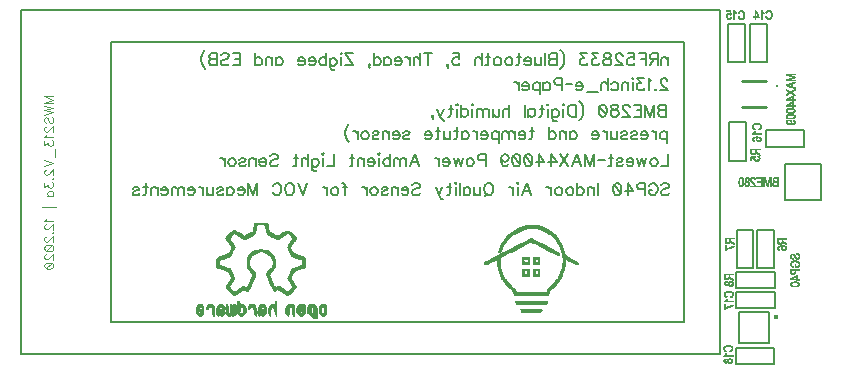
<source format=gbr>
G04 DipTrace 3.2.0.1*
G04 BottomSilk.gbr*
%MOIN*%
G04 #@! TF.FileFunction,Legend,Bot*
G04 #@! TF.Part,Single*
%ADD10C,0.009843*%
%ADD12C,0.003*%
%ADD14C,0.001969*%
%ADD21C,0.007874*%
%ADD22C,0.005906*%
%ADD44C,0.011817*%
%ADD48O,0.015747X0.015354*%
%ADD99C,0.004632*%
%ADD100C,0.006176*%
%FSLAX26Y26*%
G04*
G70*
G90*
G75*
G01*
G04 BotSilk*
%LPD*%
D44*
X1264761Y319488D3*
X1228340Y250591D2*
D10*
X1149603D1*
X1228340Y337205D2*
X1149603D1*
X1292323Y59055D2*
D22*
X1410433D1*
Y-59055D1*
X1292323D1*
Y59055D1*
X1240161Y-433268D2*
D21*
X1137799D1*
Y-535630D1*
X1240161D1*
Y-433268D1*
D48*
X1261812Y-451570D3*
X-955709Y466535D2*
D22*
X955709D1*
Y-466535D1*
X-955709D1*
Y466535D1*
X-1254921Y574803D2*
X1075787D1*
Y-574803D1*
X-1254921D1*
Y574803D1*
X1128097Y-551836D2*
X1256378D1*
Y-607444D1*
X1128097D1*
Y-551836D1*
X1199102Y-159306D2*
X1254710D1*
Y-287587D1*
X1199102D1*
Y-159306D1*
X1130793Y-159533D2*
X1186400D1*
Y-287814D1*
X1130793D1*
Y-159533D1*
X1105164Y199820D2*
X1160772D1*
Y71539D1*
X1105164D1*
Y199820D1*
X1176134Y526958D2*
X1231741D1*
Y398677D1*
X1176134D1*
Y526958D1*
X1102024Y526832D2*
X1157631D1*
Y398551D1*
X1102024D1*
Y526832D1*
X1129483Y-298709D2*
X1257764D1*
Y-354316D1*
X1129483D1*
Y-298709D1*
X1129848Y-365580D2*
X1258129D1*
Y-421188D1*
X1129848D1*
Y-365580D1*
X1228084Y172916D2*
X1356365D1*
Y117308D1*
X1228084D1*
Y172916D1*
X1190861Y573202D2*
D14*
X1192829D1*
X1211530D2*
X1213499D1*
X1233184D2*
X1239089D1*
X1190861Y572218D2*
X1193440D1*
X1211530D2*
X1213876D1*
X1231749D2*
X1240860D1*
X1190861Y571234D2*
X1194001D1*
X1211530D2*
X1214334D1*
X1230517D2*
X1242386D1*
X1190861Y570249D2*
X1194528D1*
X1211530D2*
X1214920D1*
X1229519D2*
X1233529D1*
X1238892D2*
X1243570D1*
X1190861Y569265D2*
X1195038D1*
X1211530D2*
X1215669D1*
X1228741D2*
X1232217D1*
X1240417D2*
X1244444D1*
X1190861Y568281D2*
X1195568D1*
X1211530D2*
X1216536D1*
X1228110D2*
X1231197D1*
X1241602D2*
X1245116D1*
X1190861Y567297D2*
X1196156D1*
X1211530D2*
X1217465D1*
X1227532D2*
X1230389D1*
X1242476D2*
X1245682D1*
X1190861Y566312D2*
X1196791D1*
X1211530D2*
X1218391D1*
X1226934D2*
X1229823D1*
X1243147D2*
X1246169D1*
X1190861Y565328D2*
X1192829D1*
X1194642D2*
X1197394D1*
X1211530D2*
X1214483D1*
X1216451D2*
X1219215D1*
X1226294D2*
X1229483D1*
X1243713D2*
X1246548D1*
X1190861Y564344D2*
X1192829D1*
X1195348D2*
X1197947D1*
X1211530D2*
X1214483D1*
X1217436D2*
X1219860D1*
X1228262D2*
X1229247D1*
X1244200D2*
X1246807D1*
X1190861Y563360D2*
X1192829D1*
X1195948D2*
X1198469D1*
X1211530D2*
X1214483D1*
X1218420D2*
X1220388D1*
X1244575D2*
X1247045D1*
X1190861Y562375D2*
X1192829D1*
X1196489D2*
X1198973D1*
X1211530D2*
X1214483D1*
X1244800D2*
X1247331D1*
X1190861Y561391D2*
X1192829D1*
X1197000D2*
X1199471D1*
X1211530D2*
X1214483D1*
X1244913D2*
X1247603D1*
X1190861Y560407D2*
X1192829D1*
X1197501D2*
X1199964D1*
X1211530D2*
X1214483D1*
X1244963D2*
X1247783D1*
X1190861Y559423D2*
X1192829D1*
X1197999D2*
X1200457D1*
X1211530D2*
X1214483D1*
X1244983D2*
X1247877D1*
X1190861Y558438D2*
X1192829D1*
X1198523D2*
X1200953D1*
X1211530D2*
X1214483D1*
X1244991D2*
X1247919D1*
X1190861Y557454D2*
X1192829D1*
X1199110D2*
X1201477D1*
X1211530D2*
X1214483D1*
X1244993D2*
X1247933D1*
X1190861Y556470D2*
X1192829D1*
X1199747D2*
X1202059D1*
X1211530D2*
X1214483D1*
X1244994D2*
X1247905D1*
X1190861Y555486D2*
X1192829D1*
X1200376D2*
X1202658D1*
X1211530D2*
X1214483D1*
X1244991D2*
X1247782D1*
X1190861Y554501D2*
X1192829D1*
X1201016D2*
X1203131D1*
X1211530D2*
X1214483D1*
X1244956D2*
X1247547D1*
X1190861Y553517D2*
X1192829D1*
X1201688D2*
X1203414D1*
X1211530D2*
X1214483D1*
X1227278D2*
X1228262D1*
X1244827D2*
X1247292D1*
X1186924Y552533D2*
X1203555D1*
X1211530D2*
X1214483D1*
X1226861D2*
X1228603D1*
X1244557D2*
X1247085D1*
X1186924Y551549D2*
X1203617D1*
X1211530D2*
X1214483D1*
X1226607D2*
X1228934D1*
X1244175D2*
X1246865D1*
X1186924Y550564D2*
X1203642D1*
X1211530D2*
X1214483D1*
X1226811D2*
X1229285D1*
X1243729D2*
X1246553D1*
X1190861Y549580D2*
X1192829D1*
X1211530D2*
X1214483D1*
X1227148D2*
X1229781D1*
X1243218D2*
X1246154D1*
X1190861Y548596D2*
X1192829D1*
X1211530D2*
X1214483D1*
X1227573D2*
X1230495D1*
X1242547D2*
X1245701D1*
X1190861Y547612D2*
X1192829D1*
X1211530D2*
X1214483D1*
X1228072D2*
X1231524D1*
X1241680D2*
X1245191D1*
X1190861Y546627D2*
X1192829D1*
X1211530D2*
X1214483D1*
X1228686D2*
X1233206D1*
X1239468D2*
X1244574D1*
X1190861Y545643D2*
X1192829D1*
X1211530D2*
X1214483D1*
X1229482D2*
X1235847D1*
X1236178D2*
X1243776D1*
X1190861Y544659D2*
X1192829D1*
X1211530D2*
X1214483D1*
X1230506D2*
X1242752D1*
X1190861Y543675D2*
X1192829D1*
X1211530D2*
X1214483D1*
X1231775D2*
X1241482D1*
X1190861Y542690D2*
X1192829D1*
X1211530D2*
X1214483D1*
X1233184D2*
X1240073D1*
X1096555Y573013D2*
X1108366D1*
X1120177D2*
X1122146D1*
X1141831D2*
X1147736D1*
X1096555Y572029D2*
X1108820D1*
X1120177D2*
X1122523D1*
X1140396D2*
X1149507D1*
X1096555Y571045D2*
X1109103D1*
X1120177D2*
X1122981D1*
X1139164D2*
X1151033D1*
X1107382Y570060D2*
X1109246D1*
X1120177D2*
X1123567D1*
X1138166D2*
X1142176D1*
X1147539D2*
X1152217D1*
X1107382Y569076D2*
X1109313D1*
X1120177D2*
X1124316D1*
X1137388D2*
X1140864D1*
X1149064D2*
X1153091D1*
X1107386Y568092D2*
X1109374D1*
X1120177D2*
X1125183D1*
X1136757D2*
X1139844D1*
X1150249D2*
X1153763D1*
X1107420Y567108D2*
X1109509D1*
X1120177D2*
X1126112D1*
X1136179D2*
X1139036D1*
X1151123D2*
X1154329D1*
X1107538Y566123D2*
X1109748D1*
X1120177D2*
X1127038D1*
X1135581D2*
X1138470D1*
X1151794D2*
X1154816D1*
X1107699Y565139D2*
X1110002D1*
X1120177D2*
X1123130D1*
X1125098D2*
X1127862D1*
X1134941D2*
X1138130D1*
X1152360D2*
X1155195D1*
X1107798Y564155D2*
X1110174D1*
X1120177D2*
X1123130D1*
X1126083D2*
X1128507D1*
X1136909D2*
X1137894D1*
X1152847D2*
X1155454D1*
X1101476Y563171D2*
X1105413D1*
X1107200D2*
X1110269D1*
X1120177D2*
X1123130D1*
X1127067D2*
X1129035D1*
X1153222D2*
X1155692D1*
X1100075Y562186D2*
X1110345D1*
X1120177D2*
X1123130D1*
X1153447D2*
X1155978D1*
X1098938Y561202D2*
X1110480D1*
X1120177D2*
X1123130D1*
X1153560D2*
X1156250D1*
X1098085Y560218D2*
X1101480D1*
X1106357D2*
X1110648D1*
X1120177D2*
X1123130D1*
X1153610D2*
X1156430D1*
X1097450Y559234D2*
X1100534D1*
X1107189D2*
X1110750D1*
X1120177D2*
X1123130D1*
X1153630D2*
X1156524D1*
X1096977Y558249D2*
X1099714D1*
X1107836D2*
X1110153D1*
X1120177D2*
X1123130D1*
X1153638D2*
X1156566D1*
X1096601Y557265D2*
X1099129D1*
X1108366D2*
X1109350D1*
X1120177D2*
X1123130D1*
X1153640D2*
X1156580D1*
X1096243Y556281D2*
X1098797D1*
X1120177D2*
X1123130D1*
X1153641D2*
X1156552D1*
X1095937Y555297D2*
X1098637D1*
X1120177D2*
X1123130D1*
X1153638D2*
X1156429D1*
X1095748Y554312D2*
X1098567D1*
X1120177D2*
X1123130D1*
X1153603D2*
X1156194D1*
X1095683Y553328D2*
X1098540D1*
X1120177D2*
X1123130D1*
X1135925D2*
X1136909D1*
X1153474D2*
X1155939D1*
X1095764Y552344D2*
X1098533D1*
X1120177D2*
X1123130D1*
X1135508D2*
X1137250D1*
X1153204D2*
X1155732D1*
X1095981Y551360D2*
X1098564D1*
X1120177D2*
X1123130D1*
X1135254D2*
X1137581D1*
X1152822D2*
X1155512D1*
X1096231Y550375D2*
X1098692D1*
X1109350D2*
X1111319D1*
X1120177D2*
X1123130D1*
X1135458D2*
X1137932D1*
X1152376D2*
X1155200D1*
X1096438Y549391D2*
X1098966D1*
X1108973D2*
X1111281D1*
X1120177D2*
X1123130D1*
X1135795D2*
X1138428D1*
X1151865D2*
X1154801D1*
X1096689Y548407D2*
X1099397D1*
X1108500D2*
X1111151D1*
X1120177D2*
X1123130D1*
X1136220D2*
X1139142D1*
X1151194D2*
X1154348D1*
X1097095Y547423D2*
X1099952D1*
X1107925D2*
X1110877D1*
X1120177D2*
X1123130D1*
X1136719D2*
X1140171D1*
X1150327D2*
X1153838D1*
X1097643Y546438D2*
X1101428D1*
X1106448D2*
X1110457D1*
X1120177D2*
X1123130D1*
X1137333D2*
X1141853D1*
X1148115D2*
X1153221D1*
X1098274Y545454D2*
X1103664D1*
X1104210D2*
X1109848D1*
X1120177D2*
X1123130D1*
X1138129D2*
X1144494D1*
X1144825D2*
X1152422D1*
X1099089Y544470D2*
X1108954D1*
X1120177D2*
X1123130D1*
X1139153D2*
X1151398D1*
X1100195Y543486D2*
X1107758D1*
X1120177D2*
X1123130D1*
X1140422D2*
X1150129D1*
X1101476Y542501D2*
X1106398D1*
X1120177D2*
X1123130D1*
X1141831D2*
X1148720D1*
X1098454Y-362446D2*
X1108297D1*
X1096225Y-363430D2*
X1110678D1*
X1094382Y-364415D2*
X1112761D1*
X1092929Y-365399D2*
X1114438D1*
X1091756Y-366383D2*
X1096531D1*
X1111056D2*
X1115689D1*
X1090806Y-367367D2*
X1094761D1*
X1112612D2*
X1116589D1*
X1090059Y-368352D2*
X1093322D1*
X1113887D2*
X1117271D1*
X1089477Y-369336D2*
X1092280D1*
X1114871D2*
X1117840D1*
X1089059Y-370320D2*
X1091551D1*
X1115560D2*
X1118328D1*
X1088817Y-371304D2*
X1091069D1*
X1116041D2*
X1118704D1*
X1088697Y-372289D2*
X1090800D1*
X1116413D2*
X1118925D1*
X1088645Y-373273D2*
X1090675D1*
X1116701D2*
X1119003D1*
X1088628Y-374257D2*
X1090654D1*
X1116596D2*
X1118927D1*
X1088654Y-375241D2*
X1090764D1*
X1116391D2*
X1118708D1*
X1088781Y-376226D2*
X1091069D1*
X1116093D2*
X1118425D1*
X1089054Y-377210D2*
X1091527D1*
X1115685D2*
X1118092D1*
X1089470Y-378194D2*
X1092586D1*
X1114689D2*
X1117602D1*
X1090045Y-379178D2*
X1094001D1*
X1113256D2*
X1116905D1*
X1090826Y-380163D2*
X1095682D1*
X1111534D2*
X1116027D1*
X1091843Y-381147D2*
X1097470D1*
X1110033D2*
X1114953D1*
X1093109Y-382131D2*
X1096947D1*
X1109032D2*
X1113658D1*
X1094517Y-383115D2*
X1096486D1*
X1108297D2*
X1112234D1*
X1096486Y-390005D2*
X1098454D1*
X1095616Y-390990D2*
X1097962D1*
X1094746Y-391974D2*
X1097386D1*
X1093746Y-392958D2*
X1096781D1*
X1092560Y-393942D2*
X1096115D1*
X1091297Y-394927D2*
X1095344D1*
X1090160Y-395911D2*
X1119123D1*
X1089300Y-396895D2*
X1119123D1*
X1088612Y-397879D2*
X1119123D1*
X1088612Y-406738D2*
X1090580D1*
X1088612Y-407722D2*
X1090580D1*
X1088612Y-408706D2*
X1090580D1*
X1088612Y-409690D2*
X1090580D1*
X1088612Y-410675D2*
X1090580D1*
X1113218D2*
X1119123D1*
X1088612Y-411659D2*
X1090580D1*
X1109360D2*
X1118585D1*
X1088612Y-412643D2*
X1090580D1*
X1105881D2*
X1116624D1*
X1088612Y-413627D2*
X1090580D1*
X1102806D2*
X1113756D1*
X1088612Y-414612D2*
X1090580D1*
X1100129D2*
X1110361D1*
X1088612Y-415596D2*
X1090584D1*
X1097812D2*
X1106964D1*
X1088612Y-416580D2*
X1090621D1*
X1095789D2*
X1103861D1*
X1088612Y-417564D2*
X1090773D1*
X1093989D2*
X1101147D1*
X1088612Y-418549D2*
X1091110D1*
X1092282D2*
X1098778D1*
X1088612Y-419533D2*
X1096657D1*
X1088612Y-420517D2*
X1094760D1*
X1088612Y-421501D2*
X1093096D1*
X1088612Y-422486D2*
X1091564D1*
X1096335Y-543226D2*
X1106177D1*
X1094105Y-544210D2*
X1108559D1*
X1092263Y-545194D2*
X1110641D1*
X1090810Y-546178D2*
X1112319D1*
X1089637Y-547163D2*
X1094411D1*
X1108936D2*
X1113569D1*
X1088687Y-548147D2*
X1092642D1*
X1110493D2*
X1114469D1*
X1087940Y-549131D2*
X1091203D1*
X1111768D2*
X1115151D1*
X1087358Y-550115D2*
X1090160D1*
X1112752D2*
X1115721D1*
X1086940Y-551100D2*
X1089432D1*
X1113440D2*
X1116209D1*
X1086697Y-552084D2*
X1088949D1*
X1113922D2*
X1116584D1*
X1086578Y-553068D2*
X1088681D1*
X1114294D2*
X1116806D1*
X1086525Y-554052D2*
X1088555D1*
X1114582D2*
X1116884D1*
X1086508Y-555037D2*
X1088534D1*
X1114477D2*
X1116808D1*
X1086535Y-556021D2*
X1088645D1*
X1114272D2*
X1116589D1*
X1086661Y-557005D2*
X1088949D1*
X1113974D2*
X1116305D1*
X1086935Y-557990D2*
X1089408D1*
X1113566D2*
X1115973D1*
X1087350Y-558974D2*
X1090467D1*
X1112570D2*
X1115483D1*
X1087925Y-559958D2*
X1091882D1*
X1111137D2*
X1114786D1*
X1088706Y-560942D2*
X1093563D1*
X1109414D2*
X1113907D1*
X1089723Y-561927D2*
X1095350D1*
X1107914D2*
X1112834D1*
X1090990Y-562911D2*
X1094828D1*
X1106912D2*
X1111539D1*
X1092398Y-563895D2*
X1094366D1*
X1106177D2*
X1110114D1*
X1094366Y-570785D2*
X1096335D1*
X1093497Y-571769D2*
X1095842D1*
X1092626Y-572753D2*
X1095267D1*
X1091626Y-573738D2*
X1094662D1*
X1090440Y-574722D2*
X1093996D1*
X1089178Y-575706D2*
X1093225D1*
X1088041Y-576690D2*
X1117004D1*
X1087181Y-577675D2*
X1117004D1*
X1086492Y-578659D2*
X1117004D1*
X1106177Y-587517D2*
X1109130D1*
X1104203Y-588501D2*
X1111355D1*
X1089445Y-589486D2*
X1097319D1*
X1102346D2*
X1113160D1*
X1088502Y-590470D2*
X1099226D1*
X1100388D2*
X1114456D1*
X1087682Y-591454D2*
X1103266D1*
X1112045D2*
X1115421D1*
X1087098Y-592438D2*
X1090470D1*
X1097163D2*
X1102446D1*
X1112899D2*
X1115882D1*
X1086766Y-593423D2*
X1089651D1*
X1097861D2*
X1101862D1*
X1113605D2*
X1116293D1*
X1086605Y-594407D2*
X1089070D1*
X1098392D2*
X1101533D1*
X1114139D2*
X1116619D1*
X1086539Y-595391D2*
X1088682D1*
X1098785D2*
X1101407D1*
X1114533D2*
X1116787D1*
X1086546Y-596375D2*
X1088671D1*
X1098721D2*
X1101471D1*
X1114413D2*
X1116761D1*
X1086665Y-597360D2*
X1089077D1*
X1098206D2*
X1101674D1*
X1114150D2*
X1116536D1*
X1086940Y-598344D2*
X1090641D1*
X1096327D2*
X1102297D1*
X1113421D2*
X1116169D1*
X1087392Y-599328D2*
X1093173D1*
X1093260D2*
X1104378D1*
X1111164D2*
X1115696D1*
X1088112Y-600312D2*
X1107803D1*
X1107608D2*
X1115065D1*
X1089174Y-601297D2*
X1098303D1*
X1101437D2*
X1114212D1*
X1090429Y-602281D2*
X1096335D1*
X1102766D2*
X1113175D1*
X1104209Y-603265D2*
X1112083D1*
X1191751Y196589D2*
X1201593D1*
X1189521Y195605D2*
X1203975D1*
X1187679Y194621D2*
X1206057D1*
X1186226Y193636D2*
X1207735D1*
X1185053Y192652D2*
X1189827D1*
X1204352D2*
X1208985D1*
X1184103Y191668D2*
X1188058D1*
X1205909D2*
X1209885D1*
X1183356Y190684D2*
X1186619D1*
X1207184D2*
X1210567D1*
X1182774Y189699D2*
X1185576D1*
X1208168D2*
X1211137D1*
X1182356Y188715D2*
X1184848D1*
X1208856D2*
X1211625D1*
X1182113Y187731D2*
X1184365D1*
X1209338D2*
X1212000D1*
X1181994Y186747D2*
X1184097D1*
X1209710D2*
X1212222D1*
X1181941Y185762D2*
X1183971D1*
X1209998D2*
X1212300D1*
X1181924Y184778D2*
X1183950D1*
X1209893D2*
X1212224D1*
X1181951Y183794D2*
X1184061D1*
X1209688D2*
X1212005D1*
X1182077Y182810D2*
X1184365D1*
X1209390D2*
X1211722D1*
X1182351Y181825D2*
X1184824D1*
X1208982D2*
X1211389D1*
X1182766Y180841D2*
X1185883D1*
X1207986D2*
X1210899D1*
X1183341Y179857D2*
X1187298D1*
X1206553D2*
X1210202D1*
X1184122Y178873D2*
X1188979D1*
X1204830D2*
X1209323D1*
X1185139Y177888D2*
X1190766D1*
X1203330D2*
X1208250D1*
X1186406Y176904D2*
X1190244D1*
X1202328D2*
X1206955D1*
X1187814Y175920D2*
X1189782D1*
X1201593D2*
X1205530D1*
X1189782Y169030D2*
X1191751D1*
X1188913Y168046D2*
X1191258D1*
X1188042Y167062D2*
X1190683D1*
X1187042Y166077D2*
X1190078D1*
X1185856Y165093D2*
X1189412D1*
X1184594Y164109D2*
X1188641D1*
X1183457Y163125D2*
X1212420D1*
X1182597Y162140D2*
X1212420D1*
X1181908Y161156D2*
X1212420D1*
X1195688Y152298D2*
X1199625D1*
X1191304Y151314D2*
X1203554D1*
X1188038Y150329D2*
X1206533D1*
X1185826Y149345D2*
X1208571D1*
X1184307Y148361D2*
X1189189D1*
X1195729D2*
X1199822D1*
X1205333D2*
X1209936D1*
X1183246Y147377D2*
X1187092D1*
X1194909D2*
X1198301D1*
X1206858D2*
X1210862D1*
X1182450Y146392D2*
X1185407D1*
X1194325D2*
X1197151D1*
X1208046D2*
X1211514D1*
X1182171Y145408D2*
X1184542D1*
X1193993D2*
X1196277D1*
X1208946D2*
X1211954D1*
X1182020Y144424D2*
X1184199D1*
X1193832D2*
X1195976D1*
X1209709D2*
X1212172D1*
X1181956Y143440D2*
X1184061D1*
X1193767D2*
X1195855D1*
X1210451D2*
X1212165D1*
X1181967Y142455D2*
X1184074D1*
X1193777D2*
X1195867D1*
X1209735D2*
X1211948D1*
X1182120Y141471D2*
X1184639D1*
X1193931D2*
X1196453D1*
X1208906D2*
X1211584D1*
X1182422Y140487D2*
X1185851D1*
X1194331D2*
X1198818D1*
X1206432D2*
X1211108D1*
X1183224Y139503D2*
X1187047D1*
X1195019D2*
X1202681D1*
X1202510D2*
X1210440D1*
X1184370Y138518D2*
X1188052D1*
X1195994D2*
X1209434D1*
X1185960Y137534D2*
X1188472D1*
X1197243D2*
X1208061D1*
X1187814Y136550D2*
X1188798D1*
X1198640D2*
X1206514D1*
X1176945Y110846D2*
X1207457D1*
X1176945Y109862D2*
X1207457D1*
X1176945Y108878D2*
X1207457D1*
X1176945Y107894D2*
X1178913D1*
X1191709D2*
X1193677D1*
X1176945Y106909D2*
X1178913D1*
X1191709D2*
X1193677D1*
X1176945Y105925D2*
X1178913D1*
X1191709D2*
X1193677D1*
X1176945Y104941D2*
X1178913D1*
X1191709D2*
X1193681D1*
X1176945Y103957D2*
X1178913D1*
X1191709D2*
X1193719D1*
X1176945Y102972D2*
X1178913D1*
X1191705D2*
X1193883D1*
X1176945Y101988D2*
X1178913D1*
X1191670D2*
X1194287D1*
X1176945Y101004D2*
X1178917D1*
X1191545D2*
X1194977D1*
X1176945Y100020D2*
X1178952D1*
X1191305D2*
X1195965D1*
X1176945Y99035D2*
X1179085D1*
X1191011D2*
X1197275D1*
X1176949Y98051D2*
X1179323D1*
X1190617D2*
X1198849D1*
X1176987Y97067D2*
X1179937D1*
X1190049D2*
X1192499D1*
X1194817D2*
X1200522D1*
X1177155Y96083D2*
X1181847D1*
X1187994D2*
X1192091D1*
X1196084D2*
X1202174D1*
X1177474Y95098D2*
X1184931D1*
X1184798D2*
X1191436D1*
X1197487D2*
X1203784D1*
X1178365Y94114D2*
X1190612D1*
X1199043D2*
X1205242D1*
X1179540Y93130D2*
X1189699D1*
X1200771D2*
X1206481D1*
X1180882Y92146D2*
X1188756D1*
X1202620D2*
X1206981D1*
X1204535Y91161D2*
X1207269D1*
X1206472Y90177D2*
X1207457D1*
X1188756Y86240D2*
X1191709D1*
X1199583D2*
X1202535D1*
X1182850Y85256D2*
X1191630D1*
X1199944D2*
X1203933D1*
X1176945Y84272D2*
X1191455D1*
X1200939D2*
X1205039D1*
X1176945Y83287D2*
X1190774D1*
X1202094D2*
X1205801D1*
X1176945Y82303D2*
X1183624D1*
X1187965D2*
X1190012D1*
X1203144D2*
X1206322D1*
X1176945Y81319D2*
X1180963D1*
X1187389D2*
X1189411D1*
X1204000D2*
X1206744D1*
X1176945Y80335D2*
X1179737D1*
X1187060D2*
X1189060D1*
X1204750D2*
X1207072D1*
X1176945Y79350D2*
X1179297D1*
X1186900D2*
X1188923D1*
X1205488D2*
X1207240D1*
X1176945Y78366D2*
X1179071D1*
X1186835D2*
X1188920D1*
X1204837D2*
X1207213D1*
X1176945Y77382D2*
X1178973D1*
X1186846D2*
X1189294D1*
X1204080D2*
X1206985D1*
X1176945Y76398D2*
X1178935D1*
X1186999D2*
X1190192D1*
X1203144D2*
X1206584D1*
X1176945Y75413D2*
X1178921D1*
X1187399D2*
X1192714D1*
X1200580D2*
X1205981D1*
X1176945Y74429D2*
X1178916D1*
X1188087D2*
X1196671D1*
X1196602D2*
X1205077D1*
X1176945Y73445D2*
X1178914D1*
X1189062D2*
X1203816D1*
X1176945Y72461D2*
X1178913D1*
X1190311D2*
X1202257D1*
X1191709Y71476D2*
X1200567D1*
X1266186Y-186930D2*
X1296698D1*
X1266186Y-187915D2*
X1296698D1*
X1266186Y-188899D2*
X1296698D1*
X1266186Y-189883D2*
X1268155D1*
X1280950D2*
X1282919D1*
X1266186Y-190867D2*
X1268155D1*
X1280950D2*
X1282919D1*
X1266186Y-191852D2*
X1268155D1*
X1280950D2*
X1282919D1*
X1266186Y-192836D2*
X1268155D1*
X1280950D2*
X1282922D1*
X1266186Y-193820D2*
X1268155D1*
X1280950D2*
X1282961D1*
X1266186Y-194804D2*
X1268155D1*
X1280946D2*
X1283125D1*
X1266186Y-195789D2*
X1268155D1*
X1280912D2*
X1283528D1*
X1266186Y-196773D2*
X1268159D1*
X1280786D2*
X1284219D1*
X1266186Y-197757D2*
X1268193D1*
X1280547D2*
X1285206D1*
X1266186Y-198741D2*
X1268326D1*
X1280252D2*
X1286517D1*
X1266190Y-199726D2*
X1268564D1*
X1279859D2*
X1288091D1*
X1266229Y-200710D2*
X1269178D1*
X1279291D2*
X1281741D1*
X1284059D2*
X1289763D1*
X1266396Y-201694D2*
X1271089D1*
X1277236D2*
X1281332D1*
X1285326D2*
X1291415D1*
X1266715Y-202678D2*
X1274173D1*
X1274039D2*
X1280678D1*
X1286729D2*
X1293025D1*
X1267607Y-203663D2*
X1279854D1*
X1288285D2*
X1294484D1*
X1268782Y-204647D2*
X1278941D1*
X1290012D2*
X1295722D1*
X1270123Y-205631D2*
X1277997D1*
X1291862D2*
X1296223D1*
X1293776Y-206615D2*
X1296510D1*
X1295714Y-207600D2*
X1296698D1*
X1279966Y-210552D2*
X1283903D1*
X1275583Y-211537D2*
X1287832D1*
X1272316Y-212521D2*
X1290811D1*
X1270105Y-213505D2*
X1292850D1*
X1268585Y-214490D2*
X1273467D1*
X1280007D2*
X1284100D1*
X1289611D2*
X1294215D1*
X1267524Y-215474D2*
X1271370D1*
X1279188D2*
X1282579D1*
X1291136D2*
X1295140D1*
X1266728Y-216458D2*
X1269686D1*
X1278603D2*
X1281429D1*
X1292324D2*
X1295792D1*
X1266449Y-217442D2*
X1268820D1*
X1278271D2*
X1280555D1*
X1293225D2*
X1296233D1*
X1266298Y-218427D2*
X1268478D1*
X1278110D2*
X1280254D1*
X1293987D2*
X1296450D1*
X1266234Y-219411D2*
X1268339D1*
X1278045D2*
X1280133D1*
X1294730D2*
X1296443D1*
X1266245Y-220395D2*
X1268352D1*
X1278056D2*
X1280145D1*
X1294014D2*
X1296226D1*
X1266398Y-221379D2*
X1268917D1*
X1278209D2*
X1280731D1*
X1293184D2*
X1295862D1*
X1266701Y-222364D2*
X1270130D1*
X1278609D2*
X1283096D1*
X1290710D2*
X1295386D1*
X1267502Y-223348D2*
X1271325D1*
X1279297D2*
X1286959D1*
X1286788D2*
X1294718D1*
X1268648Y-224332D2*
X1272330D1*
X1280272D2*
X1293712D1*
X1270238Y-225316D2*
X1272750D1*
X1281521D2*
X1292340D1*
X1272092Y-226301D2*
X1273076D1*
X1282919D2*
X1290793D1*
X1092211Y-186215D2*
X1122723D1*
X1092211Y-187199D2*
X1122723D1*
X1092211Y-188184D2*
X1122723D1*
X1092211Y-189168D2*
X1094180D1*
X1106975D2*
X1108944D1*
X1092211Y-190152D2*
X1094180D1*
X1106975D2*
X1108944D1*
X1092211Y-191136D2*
X1094180D1*
X1106975D2*
X1108944D1*
X1092211Y-192121D2*
X1094180D1*
X1106975D2*
X1108947D1*
X1092211Y-193105D2*
X1094180D1*
X1106975D2*
X1108986D1*
X1092211Y-194089D2*
X1094180D1*
X1106971D2*
X1109150D1*
X1092211Y-195073D2*
X1094180D1*
X1106937D2*
X1109553D1*
X1092211Y-196058D2*
X1094184D1*
X1106811D2*
X1110244D1*
X1092211Y-197042D2*
X1094218D1*
X1106572D2*
X1111231D1*
X1092211Y-198026D2*
X1094351D1*
X1106277D2*
X1112542D1*
X1092215Y-199010D2*
X1094589D1*
X1105884D2*
X1114116D1*
X1092254Y-199995D2*
X1095203D1*
X1105316D2*
X1107766D1*
X1110084D2*
X1115788D1*
X1092421Y-200979D2*
X1097114D1*
X1103261D2*
X1107357D1*
X1111350D2*
X1117440D1*
X1092740Y-201963D2*
X1100198D1*
X1100064D2*
X1106703D1*
X1112753D2*
X1119050D1*
X1093632Y-202948D2*
X1105879D1*
X1114310D2*
X1120509D1*
X1094806Y-203932D2*
X1104966D1*
X1116037D2*
X1121747D1*
X1096148Y-204916D2*
X1104022D1*
X1117887D2*
X1122247D1*
X1119801Y-205900D2*
X1122535D1*
X1121739Y-206885D2*
X1122723D1*
X1092211Y-209837D2*
X1094180D1*
X1092211Y-210822D2*
X1094180D1*
X1092211Y-211806D2*
X1094180D1*
X1092211Y-212790D2*
X1094180D1*
X1092211Y-213774D2*
X1094180D1*
X1116818D2*
X1122723D1*
X1092211Y-214759D2*
X1094180D1*
X1112960D2*
X1122185D1*
X1092211Y-215743D2*
X1094180D1*
X1109480D2*
X1120223D1*
X1092211Y-216727D2*
X1094180D1*
X1106405D2*
X1117356D1*
X1092211Y-217711D2*
X1094180D1*
X1103729D2*
X1113961D1*
X1092211Y-218696D2*
X1094184D1*
X1101412D2*
X1110564D1*
X1092211Y-219680D2*
X1094221D1*
X1099389D2*
X1107461D1*
X1092211Y-220664D2*
X1094373D1*
X1097588D2*
X1104746D1*
X1092211Y-221648D2*
X1094710D1*
X1095882D2*
X1102377D1*
X1092211Y-222633D2*
X1100257D1*
X1092211Y-223617D2*
X1098360D1*
X1092211Y-224601D2*
X1096695D1*
X1092211Y-225585D2*
X1095164D1*
X1088995Y-306157D2*
X1119507D1*
X1088995Y-307142D2*
X1119507D1*
X1088995Y-308126D2*
X1119507D1*
X1088995Y-309110D2*
X1090963D1*
X1103759D2*
X1105727D1*
X1088995Y-310094D2*
X1090963D1*
X1103759D2*
X1105727D1*
X1088995Y-311079D2*
X1090963D1*
X1103759D2*
X1105727D1*
X1088995Y-312063D2*
X1090963D1*
X1103759D2*
X1105731D1*
X1088995Y-313047D2*
X1090963D1*
X1103759D2*
X1105769D1*
X1088995Y-314031D2*
X1090963D1*
X1103755D2*
X1105933D1*
X1088995Y-315016D2*
X1090963D1*
X1103720D2*
X1106337D1*
X1088995Y-316000D2*
X1090967D1*
X1103595D2*
X1107027D1*
X1088995Y-316984D2*
X1091002D1*
X1103355D2*
X1108015D1*
X1088995Y-317969D2*
X1091135D1*
X1103060D2*
X1109325D1*
X1088999Y-318953D2*
X1091373D1*
X1102667D2*
X1110899D1*
X1089037Y-319937D2*
X1091986D1*
X1102099D2*
X1104549D1*
X1106867D2*
X1112571D1*
X1089205Y-320921D2*
X1093897D1*
X1100044D2*
X1104141D1*
X1108134D2*
X1114223D1*
X1089523Y-321906D2*
X1096981D1*
X1096847D2*
X1103486D1*
X1109537D2*
X1115834D1*
X1090415Y-322890D2*
X1102662D1*
X1111093D2*
X1117292D1*
X1091590Y-323874D2*
X1101749D1*
X1112821D2*
X1118531D1*
X1092932Y-324858D2*
X1100806D1*
X1114670D2*
X1119031D1*
X1116585Y-325843D2*
X1119318D1*
X1118522Y-326827D2*
X1119507D1*
X1108680Y-329780D2*
X1111633D1*
X1106706Y-330764D2*
X1113858D1*
X1091948Y-331748D2*
X1099822D1*
X1104849D2*
X1115662D1*
X1091005Y-332732D2*
X1101729D1*
X1102890D2*
X1116959D1*
X1090185Y-333717D2*
X1105768D1*
X1114548D2*
X1117923D1*
X1089600Y-334701D2*
X1092973D1*
X1099666D2*
X1104949D1*
X1115402D2*
X1118385D1*
X1089268Y-335685D2*
X1092153D1*
X1100364D2*
X1104364D1*
X1116108D2*
X1118795D1*
X1089108Y-336669D2*
X1091573D1*
X1100894D2*
X1104036D1*
X1116641D2*
X1119121D1*
X1089042Y-337654D2*
X1091185D1*
X1101288D2*
X1103910D1*
X1117036D2*
X1119290D1*
X1089049Y-338638D2*
X1091174D1*
X1101224D2*
X1103974D1*
X1116916D2*
X1119263D1*
X1089168Y-339622D2*
X1091580D1*
X1100709D2*
X1104177D1*
X1116653D2*
X1119039D1*
X1089442Y-340606D2*
X1093143D1*
X1098830D2*
X1104800D1*
X1115924D2*
X1118672D1*
X1089895Y-341591D2*
X1095676D1*
X1095762D2*
X1106881D1*
X1113667D2*
X1118199D1*
X1090615Y-342575D2*
X1110305D1*
X1110111D2*
X1117568D1*
X1091677Y-343559D2*
X1100806D1*
X1103939D2*
X1116714D1*
X1092932Y-344543D2*
X1098837D1*
X1105269D2*
X1115678D1*
X1106711Y-345528D2*
X1114585D1*
X1294650Y361408D2*
X1325161D1*
X1294657Y360424D2*
X1325161D1*
X1294742Y359440D2*
X1325161D1*
X1294949Y358455D2*
X1300403D1*
X1295930Y357471D2*
X1304092D1*
X1298137Y356487D2*
X1307740D1*
X1300905Y355503D2*
X1311375D1*
X1304110Y354518D2*
X1314935D1*
X1307548Y353534D2*
X1318299D1*
X1310970Y352550D2*
X1321155D1*
X1314126Y351566D2*
X1323467D1*
X1316840Y350581D2*
X1324486D1*
X1319256Y349597D2*
X1324875D1*
X1315925Y348613D2*
X1325161D1*
X1312519Y347629D2*
X1321598D1*
X1309014Y346644D2*
X1318084D1*
X1305454Y345660D2*
X1314604D1*
X1302024Y344676D2*
X1311142D1*
X1299046Y343692D2*
X1307656D1*
X1296566Y342707D2*
X1304083D1*
X1295423Y341723D2*
X1300383D1*
X1295009Y340739D2*
X1325161D1*
X1294787Y339755D2*
X1325161D1*
X1294650Y338770D2*
X1325161D1*
X1324177Y334833D2*
X1325161D1*
X1320770Y333849D2*
X1325034D1*
X1317531Y332865D2*
X1324742D1*
X1314400Y331881D2*
X1323251D1*
X1311259Y330896D2*
X1321130D1*
X1308045Y329912D2*
X1318888D1*
X1304837Y328928D2*
X1316910D1*
X1301790Y327944D2*
X1315961D1*
X1299111Y326959D2*
X1308236D1*
X1313350D2*
X1315618D1*
X1297079Y325975D2*
X1304878D1*
X1313350D2*
X1315442D1*
X1295581Y324991D2*
X1301293D1*
X1313350D2*
X1315365D1*
X1295126Y324007D2*
X1297602D1*
X1313350D2*
X1315336D1*
X1294841Y323022D2*
X1300604D1*
X1313343D2*
X1315325D1*
X1295996Y322038D2*
X1303796D1*
X1313268D2*
X1315325D1*
X1297753Y321054D2*
X1307450D1*
X1313089D2*
X1315369D1*
X1300066Y320070D2*
X1311705D1*
X1312322D2*
X1315484D1*
X1302723Y319085D2*
X1316117D1*
X1305556Y318101D2*
X1317838D1*
X1308495Y317117D2*
X1320009D1*
X1311555Y316133D2*
X1322108D1*
X1314738Y315148D2*
X1323860D1*
X1317943Y314164D2*
X1324644D1*
X1321082Y313180D2*
X1324942D1*
X1324177Y312196D2*
X1325161D1*
X1324177Y310227D2*
X1325161D1*
X1322361Y309243D2*
X1325079D1*
X1294650Y308259D2*
X1296618D1*
X1320640D2*
X1324892D1*
X1294796Y307274D2*
X1298435D1*
X1318961D2*
X1324023D1*
X1295296Y306290D2*
X1300159D1*
X1317290D2*
X1322819D1*
X1296434Y305306D2*
X1301880D1*
X1315641D2*
X1321400D1*
X1297815Y304322D2*
X1303751D1*
X1313892D2*
X1319825D1*
X1299321Y303337D2*
X1305932D1*
X1311809D2*
X1318122D1*
X1300905Y302353D2*
X1308530D1*
X1309271D2*
X1316429D1*
X1302511Y301369D2*
X1314905D1*
X1304033Y300385D2*
X1313587D1*
X1305476Y299400D2*
X1312366D1*
X1304000Y298416D2*
X1313994D1*
X1302440Y297432D2*
X1315635D1*
X1300854Y296448D2*
X1306498D1*
X1311575D2*
X1317292D1*
X1299244Y295463D2*
X1304656D1*
X1312964D2*
X1318924D1*
X1297675Y294479D2*
X1302927D1*
X1314569D2*
X1320555D1*
X1296371Y293495D2*
X1301248D1*
X1316252D2*
X1322131D1*
X1295349Y292510D2*
X1299604D1*
X1317915D2*
X1323439D1*
X1294954Y291526D2*
X1298069D1*
X1319601D2*
X1324461D1*
X1294650Y290542D2*
X1296618D1*
X1321373D2*
X1324857D1*
X1323193Y289558D2*
X1325161D1*
X1314335Y287589D2*
X1317287D1*
X1312820Y286605D2*
X1317287D1*
X1311135Y285621D2*
X1317287D1*
X1309313Y284636D2*
X1317287D1*
X1307443Y283652D2*
X1312173D1*
X1315319D2*
X1317287D1*
X1305625Y282668D2*
X1310780D1*
X1315319D2*
X1317287D1*
X1303902Y281684D2*
X1309141D1*
X1315319D2*
X1317287D1*
X1302190Y280699D2*
X1307336D1*
X1315315D2*
X1317287D1*
X1300402Y279715D2*
X1305475D1*
X1315277D2*
X1317287D1*
X1298602Y278731D2*
X1303698D1*
X1315113D2*
X1317287D1*
X1297003Y277747D2*
X1302136D1*
X1314717D2*
X1317287D1*
X1295670Y276762D2*
X1300801D1*
X1314087D2*
X1317287D1*
X1295146Y275778D2*
X1325161D1*
X1294845Y274794D2*
X1325161D1*
X1294650Y273810D2*
X1325161D1*
X1315319Y272825D2*
X1317287D1*
X1315319Y271841D2*
X1317287D1*
X1315319Y270857D2*
X1317287D1*
X1314335Y267904D2*
X1317287D1*
X1312820Y266920D2*
X1317287D1*
X1311135Y265936D2*
X1317287D1*
X1309313Y264951D2*
X1317287D1*
X1307443Y263967D2*
X1312173D1*
X1315319D2*
X1317287D1*
X1305625Y262983D2*
X1310780D1*
X1315319D2*
X1317287D1*
X1303902Y261999D2*
X1309141D1*
X1315319D2*
X1317287D1*
X1302190Y261014D2*
X1307336D1*
X1315315D2*
X1317287D1*
X1300402Y260030D2*
X1305475D1*
X1315277D2*
X1317287D1*
X1298602Y259046D2*
X1303698D1*
X1315113D2*
X1317287D1*
X1297003Y258062D2*
X1302136D1*
X1314717D2*
X1317287D1*
X1295670Y257077D2*
X1300801D1*
X1314087D2*
X1317287D1*
X1295146Y256093D2*
X1325161D1*
X1294845Y255109D2*
X1325161D1*
X1294650Y254125D2*
X1325161D1*
X1315319Y253140D2*
X1317287D1*
X1315319Y252156D2*
X1317287D1*
X1315319Y251172D2*
X1317287D1*
X1307445Y247235D2*
X1312366D1*
X1303246Y246251D2*
X1316295D1*
X1300033Y245266D2*
X1319275D1*
X1297787Y244282D2*
X1321313D1*
X1296101Y243298D2*
X1300752D1*
X1317847D2*
X1322678D1*
X1295281Y242314D2*
X1299231D1*
X1319853D2*
X1323603D1*
X1294953Y241329D2*
X1298081D1*
X1321218D2*
X1324255D1*
X1294777Y240345D2*
X1297207D1*
X1322214D2*
X1324696D1*
X1294703Y239361D2*
X1296944D1*
X1322623D2*
X1324913D1*
X1294706Y238377D2*
X1296837D1*
X1322506D2*
X1324907D1*
X1294828Y237392D2*
X1297191D1*
X1321795D2*
X1324686D1*
X1295132Y236408D2*
X1298264D1*
X1320673D2*
X1324287D1*
X1295680Y235424D2*
X1299899D1*
X1318982D2*
X1323681D1*
X1296562Y234440D2*
X1302074D1*
X1316774D2*
X1322740D1*
X1297863Y233455D2*
X1321328D1*
X1299582Y232471D2*
X1319432D1*
X1301539Y231487D2*
X1317287D1*
X1307445Y227550D2*
X1312366D1*
X1303246Y226566D2*
X1316295D1*
X1300033Y225581D2*
X1319275D1*
X1297787Y224597D2*
X1321313D1*
X1296101Y223613D2*
X1300752D1*
X1317847D2*
X1322678D1*
X1295281Y222629D2*
X1299231D1*
X1319853D2*
X1323603D1*
X1294953Y221644D2*
X1298081D1*
X1321218D2*
X1324255D1*
X1294777Y220660D2*
X1297207D1*
X1322214D2*
X1324696D1*
X1294703Y219676D2*
X1296944D1*
X1322623D2*
X1324913D1*
X1294706Y218692D2*
X1296837D1*
X1322506D2*
X1324907D1*
X1294828Y217707D2*
X1297191D1*
X1321795D2*
X1324686D1*
X1295132Y216723D2*
X1298264D1*
X1320673D2*
X1324287D1*
X1295680Y215739D2*
X1299899D1*
X1318982D2*
X1323681D1*
X1296562Y214755D2*
X1302074D1*
X1316774D2*
X1322740D1*
X1297863Y213770D2*
X1321328D1*
X1299582Y212786D2*
X1319432D1*
X1301539Y211802D2*
X1317287D1*
X1302524Y207865D2*
X1305476D1*
X1300176Y206881D2*
X1307702D1*
X1318272D2*
X1320240D1*
X1298348Y205896D2*
X1309510D1*
X1318503D2*
X1321641D1*
X1296973Y204912D2*
X1310838D1*
X1318903D2*
X1322778D1*
X1295962Y203928D2*
X1299920D1*
X1308392D2*
X1311771D1*
X1319890D2*
X1323631D1*
X1295188Y202944D2*
X1298643D1*
X1309246D2*
X1312434D1*
X1320950D2*
X1324263D1*
X1294911Y201959D2*
X1297748D1*
X1309952D2*
X1312880D1*
X1321845D2*
X1324697D1*
X1294761Y200975D2*
X1297077D1*
X1310485D2*
X1313100D1*
X1322520D2*
X1324913D1*
X1294697Y199991D2*
X1296882D1*
X1310880D2*
X1313095D1*
X1322578D2*
X1324907D1*
X1294708Y199007D2*
X1296820D1*
X1310756D2*
X1312874D1*
X1322199D2*
X1324686D1*
X1294861Y198022D2*
X1297185D1*
X1310481D2*
X1312480D1*
X1321648D2*
X1324291D1*
X1295257Y197038D2*
X1298147D1*
X1309664D2*
X1311920D1*
X1320035D2*
X1323724D1*
X1295916Y196054D2*
X1300602D1*
X1307300D2*
X1311197D1*
X1317336D2*
X1322945D1*
X1296814Y195070D2*
X1304176D1*
X1303784D2*
X1310398D1*
X1313272D2*
X1321917D1*
X1298033Y194085D2*
X1320589D1*
X1299662Y193101D2*
X1318997D1*
X1301539Y192117D2*
X1317287D1*
X1142395Y16673D2*
X1147316D1*
X1162080D2*
X1167001D1*
X1180781D2*
X1186686D1*
X1196529D2*
X1214245D1*
X1220151D2*
X1224088D1*
X1239836D2*
X1243773D1*
X1255584D2*
X1267395D1*
X1141112Y15689D2*
X1148263D1*
X1160797D2*
X1167982D1*
X1179800D2*
X1188087D1*
X1196529D2*
X1214245D1*
X1220151D2*
X1224428D1*
X1239378D2*
X1243773D1*
X1254183D2*
X1267395D1*
X1140124Y14705D2*
X1149117D1*
X1159813D2*
X1168928D1*
X1178855D2*
X1189224D1*
X1196529D2*
X1214245D1*
X1220151D2*
X1224756D1*
X1239060D2*
X1243773D1*
X1253046D2*
X1267395D1*
X1139381Y13720D2*
X1142432D1*
X1147160D2*
X1149827D1*
X1159101D2*
X1162121D1*
X1166845D2*
X1169748D1*
X1178030D2*
X1182114D1*
X1186683D2*
X1190077D1*
X1212277D2*
X1214245D1*
X1220151D2*
X1225068D1*
X1238792D2*
X1243773D1*
X1252193D2*
X1255933D1*
X1265427D2*
X1267395D1*
X1138780Y12736D2*
X1141578D1*
X1147862D2*
X1150399D1*
X1158590D2*
X1161302D1*
X1167547D2*
X1170333D1*
X1177411D2*
X1180837D1*
X1187628D2*
X1190709D1*
X1212277D2*
X1214245D1*
X1220151D2*
X1225400D1*
X1238489D2*
X1243773D1*
X1251562D2*
X1254656D1*
X1265427D2*
X1267395D1*
X1138278Y11752D2*
X1140868D1*
X1148431D2*
X1150847D1*
X1158198D2*
X1160717D1*
X1168113D2*
X1170665D1*
X1176953D2*
X1179942D1*
X1188449D2*
X1191147D1*
X1212277D2*
X1214245D1*
X1220151D2*
X1225700D1*
X1238176D2*
X1243773D1*
X1251123D2*
X1253761D1*
X1265427D2*
X1267395D1*
X1137897Y10768D2*
X1140300D1*
X1148878D2*
X1151213D1*
X1157838D2*
X1160385D1*
X1168521D2*
X1170825D1*
X1176557D2*
X1179271D1*
X1189037D2*
X1191399D1*
X1212277D2*
X1214245D1*
X1220151D2*
X1225924D1*
X1237870D2*
X1243773D1*
X1250872D2*
X1253090D1*
X1265427D2*
X1267395D1*
X1137669Y9783D2*
X1139887D1*
X1149245D2*
X1151568D1*
X1157565D2*
X1160228D1*
X1168727D2*
X1170895D1*
X1176239D2*
X1179035D1*
X1189392D2*
X1191527D1*
X1212277D2*
X1214245D1*
X1220151D2*
X1226147D1*
X1237539D2*
X1239798D1*
X1241804D2*
X1243773D1*
X1250750D2*
X1252858D1*
X1265427D2*
X1267395D1*
X1137552Y8799D2*
X1139646D1*
X1149599D2*
X1151872D1*
X1157415D2*
X1160197D1*
X1168717D2*
X1170919D1*
X1176075D2*
X1178911D1*
X1189639D2*
X1191608D1*
X1212277D2*
X1214245D1*
X1220151D2*
X1223104D1*
X1225076D2*
X1226431D1*
X1237240D2*
X1239672D1*
X1241804D2*
X1243773D1*
X1250700D2*
X1252765D1*
X1265427D2*
X1267395D1*
X1137467Y7815D2*
X1139528D1*
X1149904D2*
X1152065D1*
X1157653D2*
X1160255D1*
X1168479D2*
X1170890D1*
X1176098D2*
X1178888D1*
X1212277D2*
X1214245D1*
X1220151D2*
X1223104D1*
X1225111D2*
X1226736D1*
X1237016D2*
X1239436D1*
X1241804D2*
X1243773D1*
X1250714D2*
X1252840D1*
X1265427D2*
X1267395D1*
X1137322Y6831D2*
X1139475D1*
X1150096D2*
X1152164D1*
X1158041D2*
X1160689D1*
X1168090D2*
X1170730D1*
X1176293D2*
X1178994D1*
X1212277D2*
X1214245D1*
X1220151D2*
X1223104D1*
X1225236D2*
X1227040D1*
X1236792D2*
X1239180D1*
X1241804D2*
X1243773D1*
X1250835D2*
X1253048D1*
X1265427D2*
X1267395D1*
X1137078Y5846D2*
X1139454D1*
X1150195D2*
X1152208D1*
X1158598D2*
X1162094D1*
X1167078D2*
X1170332D1*
X1176561D2*
X1179255D1*
X1212277D2*
X1214245D1*
X1220151D2*
X1223104D1*
X1225472D2*
X1227370D1*
X1236512D2*
X1238974D1*
X1241804D2*
X1243773D1*
X1251106D2*
X1253718D1*
X1265427D2*
X1267395D1*
X1136823Y4862D2*
X1139447D1*
X1150240D2*
X1152227D1*
X1159334D2*
X1164292D1*
X1164775D2*
X1169681D1*
X1176855D2*
X1179634D1*
X1212277D2*
X1214245D1*
X1220151D2*
X1223104D1*
X1225728D2*
X1227668D1*
X1236238D2*
X1238757D1*
X1241804D2*
X1243773D1*
X1251521D2*
X1256314D1*
X1265427D2*
X1267395D1*
X1136651Y3878D2*
X1139444D1*
X1150258D2*
X1152234D1*
X1160191D2*
X1168866D1*
X1177218D2*
X1180078D1*
X1212277D2*
X1214245D1*
X1220151D2*
X1223104D1*
X1225934D2*
X1227892D1*
X1236025D2*
X1238476D1*
X1241804D2*
X1243773D1*
X1252089D2*
X1260763D1*
X1265427D2*
X1267395D1*
X1136559Y2894D2*
X1139443D1*
X1150265D2*
X1152236D1*
X1161096D2*
X1167986D1*
X1177671D2*
X1180586D1*
X1197513D2*
X1214245D1*
X1220151D2*
X1223104D1*
X1226151D2*
X1228116D1*
X1235806D2*
X1238172D1*
X1241804D2*
X1243773D1*
X1252815D2*
X1267395D1*
X1136517Y1909D2*
X1139442D1*
X1150268D2*
X1152237D1*
X1159699D2*
X1169268D1*
X1178225D2*
X1181198D1*
X1197513D2*
X1214245D1*
X1220151D2*
X1223104D1*
X1226432D2*
X1228396D1*
X1235527D2*
X1237868D1*
X1241804D2*
X1243773D1*
X1253615D2*
X1267395D1*
X1136504Y925D2*
X1139442D1*
X1150269D2*
X1152237D1*
X1158592D2*
X1162084D1*
X1166964D2*
X1170253D1*
X1178849D2*
X1181959D1*
X1197513D2*
X1214245D1*
X1220151D2*
X1223104D1*
X1226737D2*
X1228670D1*
X1235254D2*
X1237538D1*
X1241804D2*
X1243773D1*
X1252333D2*
X1267395D1*
X1136532Y-59D2*
X1139442D1*
X1150269D2*
X1152237D1*
X1157830D2*
X1161138D1*
X1167818D2*
X1170961D1*
X1179481D2*
X1182831D1*
X1212277D2*
X1214245D1*
X1220151D2*
X1223104D1*
X1227040D2*
X1228883D1*
X1235041D2*
X1237240D1*
X1241804D2*
X1243773D1*
X1251348D2*
X1254637D1*
X1265427D2*
X1267395D1*
X1136655Y-1043D2*
X1139442D1*
X1150269D2*
X1152238D1*
X1157309D2*
X1160318D1*
X1168528D2*
X1171437D1*
X1180162D2*
X1183766D1*
X1212277D2*
X1214245D1*
X1220151D2*
X1223104D1*
X1227370D2*
X1229102D1*
X1234821D2*
X1237016D1*
X1241804D2*
X1243773D1*
X1250636D2*
X1253783D1*
X1265427D2*
X1267395D1*
X1136890Y-2028D2*
X1139442D1*
X1150265D2*
X1152238D1*
X1156887D2*
X1159733D1*
X1169096D2*
X1171703D1*
X1180954D2*
X1184730D1*
X1212277D2*
X1214245D1*
X1220151D2*
X1223104D1*
X1227668D2*
X1229385D1*
X1234539D2*
X1236792D1*
X1241804D2*
X1243773D1*
X1250126D2*
X1253073D1*
X1265427D2*
X1267395D1*
X1137142Y-3012D2*
X1139442D1*
X1150231D2*
X1152238D1*
X1156556D2*
X1159401D1*
X1169509D2*
X1171832D1*
X1181839D2*
X1185706D1*
X1212277D2*
X1214245D1*
X1220151D2*
X1223104D1*
X1227892D2*
X1229689D1*
X1234235D2*
X1236512D1*
X1241804D2*
X1243773D1*
X1249738D2*
X1252505D1*
X1265427D2*
X1267395D1*
X1137313Y-3996D2*
X1139446D1*
X1150105D2*
X1152234D1*
X1156357D2*
X1159240D1*
X1169746D2*
X1171888D1*
X1182778D2*
X1186684D1*
X1212277D2*
X1214245D1*
X1220151D2*
X1223104D1*
X1228116D2*
X1229993D1*
X1233931D2*
X1236238D1*
X1241804D2*
X1243773D1*
X1249408D2*
X1252096D1*
X1265427D2*
X1267395D1*
X1137408Y-4980D2*
X1139481D1*
X1149866D2*
X1152199D1*
X1156289D2*
X1159175D1*
X1169830D2*
X1171910D1*
X1183744D2*
X1187633D1*
X1212277D2*
X1214245D1*
X1220151D2*
X1223104D1*
X1228400D2*
X1230326D1*
X1233598D2*
X1236025D1*
X1241804D2*
X1243773D1*
X1249142D2*
X1251890D1*
X1265427D2*
X1267395D1*
X1137485Y-5965D2*
X1139610D1*
X1149579D2*
X1152070D1*
X1156368D2*
X1159182D1*
X1169753D2*
X1171914D1*
X1184718D2*
X1188491D1*
X1212277D2*
X1214245D1*
X1220151D2*
X1223104D1*
X1228705D2*
X1230659D1*
X1233265D2*
X1235806D1*
X1241804D2*
X1243773D1*
X1249246D2*
X1251900D1*
X1265427D2*
X1267395D1*
X1137631Y-6949D2*
X1139884D1*
X1149278D2*
X1151799D1*
X1156589D2*
X1159304D1*
X1169500D2*
X1171883D1*
X1185665D2*
X1189236D1*
X1212277D2*
X1214245D1*
X1220151D2*
X1223104D1*
X1229009D2*
X1231001D1*
X1232923D2*
X1235524D1*
X1241804D2*
X1243773D1*
X1249419D2*
X1252122D1*
X1265427D2*
X1267395D1*
X1137908Y-7933D2*
X1140316D1*
X1148897D2*
X1151418D1*
X1156873D2*
X1159629D1*
X1169076D2*
X1171754D1*
X1186523D2*
X1189929D1*
X1212277D2*
X1214245D1*
X1220151D2*
X1223104D1*
X1229338D2*
X1231441D1*
X1232483D2*
X1235219D1*
X1241804D2*
X1243773D1*
X1249588D2*
X1252556D1*
X1265427D2*
X1267395D1*
X1138292Y-8917D2*
X1140871D1*
X1148429D2*
X1150972D1*
X1157206D2*
X1160135D1*
X1168525D2*
X1171481D1*
X1187271D2*
X1190582D1*
X1212277D2*
X1214245D1*
X1220151D2*
X1223104D1*
X1229637D2*
X1234915D1*
X1241804D2*
X1243773D1*
X1249826D2*
X1253170D1*
X1265427D2*
X1267395D1*
X1138743Y-9902D2*
X1142346D1*
X1147401D2*
X1150461D1*
X1157700D2*
X1161874D1*
X1167050D2*
X1171061D1*
X1188000D2*
X1191110D1*
X1212277D2*
X1214245D1*
X1220151D2*
X1223104D1*
X1229861D2*
X1234586D1*
X1241804D2*
X1243773D1*
X1250264D2*
X1255674D1*
X1265427D2*
X1267395D1*
X1139288Y-10886D2*
X1144583D1*
X1145093D2*
X1149810D1*
X1158430D2*
X1164617D1*
X1164813D2*
X1170452D1*
X1188798D2*
X1191526D1*
X1212277D2*
X1214245D1*
X1220151D2*
X1223104D1*
X1230085D2*
X1234291D1*
X1241804D2*
X1243773D1*
X1250969D2*
X1259958D1*
X1265427D2*
X1267395D1*
X1140050Y-11870D2*
X1148898D1*
X1159423D2*
X1169557D1*
X1175860D2*
X1191914D1*
X1196529D2*
X1214245D1*
X1220151D2*
X1223104D1*
X1230373D2*
X1234101D1*
X1241804D2*
X1243773D1*
X1251950D2*
X1267395D1*
X1141130Y-12854D2*
X1147696D1*
X1160679D2*
X1168361D1*
X1175860D2*
X1192272D1*
X1196529D2*
X1214245D1*
X1220151D2*
X1223104D1*
X1230685D2*
X1233997D1*
X1241804D2*
X1243773D1*
X1253201D2*
X1267395D1*
X1142395Y-13839D2*
X1146332D1*
X1162080D2*
X1167001D1*
X1175860D2*
X1192592D1*
X1196529D2*
X1214245D1*
X1220151D2*
X1223104D1*
X1230978D2*
X1233930D1*
X1241804D2*
X1243773D1*
X1254600D2*
X1267395D1*
X1329909Y-238045D2*
X1333846D1*
X1313177Y-239029D2*
X1320067D1*
X1330286D2*
X1335130D1*
X1312197Y-240013D2*
X1321350D1*
X1331428D2*
X1336277D1*
X1311251Y-240997D2*
X1322338D1*
X1332854D2*
X1337173D1*
X1310431Y-241982D2*
X1313218D1*
X1319041D2*
X1323081D1*
X1334244D2*
X1337842D1*
X1309846Y-242966D2*
X1312399D1*
X1319865D2*
X1323682D1*
X1335356D2*
X1338333D1*
X1309514Y-243950D2*
X1311814D1*
X1320484D2*
X1324188D1*
X1336123D2*
X1338717D1*
X1309353Y-244934D2*
X1311482D1*
X1320942D2*
X1324604D1*
X1336647D2*
X1339078D1*
X1309284Y-245919D2*
X1311322D1*
X1321342D2*
X1324960D1*
X1337066D2*
X1339385D1*
X1309256Y-246903D2*
X1311256D1*
X1321698D2*
X1325344D1*
X1337364D2*
X1339575D1*
X1309250Y-247887D2*
X1311267D1*
X1322027D2*
X1325772D1*
X1337524D2*
X1339640D1*
X1309281Y-248871D2*
X1311424D1*
X1322399D2*
X1326203D1*
X1337325D2*
X1339559D1*
X1309409Y-249856D2*
X1311738D1*
X1322826D2*
X1326597D1*
X1337061D2*
X1339338D1*
X1309686Y-250840D2*
X1312673D1*
X1323290D2*
X1327027D1*
X1336690D2*
X1339054D1*
X1310141Y-251824D2*
X1313968D1*
X1323805D2*
X1327595D1*
X1336153D2*
X1338721D1*
X1310875Y-252808D2*
X1315449D1*
X1324424D2*
X1329310D1*
X1334442D2*
X1338227D1*
X1312014Y-253793D2*
X1316693D1*
X1325223D2*
X1331826D1*
X1331929D2*
X1337496D1*
X1313503Y-254777D2*
X1317507D1*
X1326247D2*
X1336503D1*
X1315146Y-255761D2*
X1318098D1*
X1327516D2*
X1335248D1*
X1328925Y-256745D2*
X1333846D1*
X1319083Y-261667D2*
X1328925D1*
X1316853Y-262651D2*
X1331155D1*
X1315011Y-263635D2*
X1332997D1*
X1313558Y-264619D2*
X1322620D1*
X1325503D2*
X1334454D1*
X1312385Y-265604D2*
X1318966D1*
X1329274D2*
X1335658D1*
X1311435Y-266588D2*
X1316208D1*
X1332052D2*
X1336698D1*
X1310688Y-267572D2*
X1314288D1*
X1333891D2*
X1337560D1*
X1310106Y-268556D2*
X1313039D1*
X1335060D2*
X1338193D1*
X1309688Y-269541D2*
X1312227D1*
X1335826D2*
X1338656D1*
X1309445Y-270525D2*
X1311714D1*
X1336349D2*
X1339054D1*
X1309326Y-271509D2*
X1311434D1*
X1336740D2*
X1339376D1*
X1309273Y-272493D2*
X1311301D1*
X1337070D2*
X1339575D1*
X1309252Y-273478D2*
X1311248D1*
X1337336D2*
X1339673D1*
X1309248Y-274462D2*
X1311264D1*
X1324988D2*
X1326957D1*
X1337228D2*
X1339684D1*
X1309280Y-275446D2*
X1311419D1*
X1324988D2*
X1326957D1*
X1337024D2*
X1339577D1*
X1309408Y-276430D2*
X1311820D1*
X1324988D2*
X1326957D1*
X1336764D2*
X1339345D1*
X1309682Y-277415D2*
X1312509D1*
X1324988D2*
X1326957D1*
X1336389D2*
X1339060D1*
X1310098Y-278399D2*
X1313496D1*
X1324988D2*
X1326957D1*
X1335895D2*
X1338760D1*
X1310673Y-279383D2*
X1314807D1*
X1324988D2*
X1326957D1*
X1334523D2*
X1338395D1*
X1311454Y-280367D2*
X1316392D1*
X1324988D2*
X1326957D1*
X1331064D2*
X1337937D1*
X1312471Y-281352D2*
X1318098D1*
X1324988D2*
X1337349D1*
X1313738Y-282336D2*
X1317576D1*
X1324988D2*
X1336600D1*
X1315146Y-283320D2*
X1317114D1*
X1324988D2*
X1335738D1*
X1324988Y-284304D2*
X1334831D1*
X1309240Y-290210D2*
X1339752D1*
X1309240Y-291194D2*
X1339752D1*
X1309240Y-292178D2*
X1339752D1*
X1309240Y-293163D2*
X1311209D1*
X1324004D2*
X1325972D1*
X1309240Y-294147D2*
X1311209D1*
X1324004D2*
X1325972D1*
X1309240Y-295131D2*
X1311209D1*
X1324004D2*
X1325972D1*
X1309240Y-296115D2*
X1311209D1*
X1324004D2*
X1325972D1*
X1309240Y-297100D2*
X1311209D1*
X1324000D2*
X1325972D1*
X1309240Y-298084D2*
X1311209D1*
X1323965D2*
X1325972D1*
X1309240Y-299068D2*
X1311209D1*
X1323840D2*
X1325969D1*
X1309240Y-300052D2*
X1311213D1*
X1323600D2*
X1325934D1*
X1309244Y-301037D2*
X1311255D1*
X1323306D2*
X1325809D1*
X1309279Y-302021D2*
X1311359D1*
X1322913D2*
X1325569D1*
X1309408Y-303005D2*
X1311933D1*
X1322345D2*
X1325278D1*
X1309686Y-303990D2*
X1313961D1*
X1320290D2*
X1324939D1*
X1310139Y-304974D2*
X1317144D1*
X1317093D2*
X1324410D1*
X1310860Y-305958D2*
X1323566D1*
X1311922Y-306942D2*
X1322395D1*
X1313177Y-307927D2*
X1321051D1*
X1328925Y-310879D2*
X1331878D1*
X1327411Y-311864D2*
X1331878D1*
X1325725Y-312848D2*
X1331878D1*
X1323904Y-313832D2*
X1331878D1*
X1322033Y-314816D2*
X1326763D1*
X1329909D2*
X1331878D1*
X1320216Y-315801D2*
X1325370D1*
X1329909D2*
X1331878D1*
X1318493Y-316785D2*
X1323732D1*
X1329909D2*
X1331878D1*
X1316780Y-317769D2*
X1321927D1*
X1329906D2*
X1331878D1*
X1314992Y-318753D2*
X1320066D1*
X1329867D2*
X1331878D1*
X1313192Y-319738D2*
X1318288D1*
X1329704D2*
X1331878D1*
X1311593Y-320722D2*
X1316726D1*
X1329307D2*
X1331878D1*
X1310261Y-321706D2*
X1315391D1*
X1328678D2*
X1331878D1*
X1309736Y-322690D2*
X1339752D1*
X1309436Y-323675D2*
X1339752D1*
X1309240Y-324659D2*
X1339752D1*
X1329909Y-325643D2*
X1331878D1*
X1329909Y-326627D2*
X1331878D1*
X1329909Y-327612D2*
X1331878D1*
X1322035Y-331549D2*
X1326957D1*
X1317837Y-332533D2*
X1330886D1*
X1314623Y-333517D2*
X1333865D1*
X1312378Y-334501D2*
X1335903D1*
X1310691Y-335486D2*
X1315343D1*
X1332438D2*
X1337268D1*
X1309871Y-336470D2*
X1313822D1*
X1334443D2*
X1338194D1*
X1309543Y-337454D2*
X1312672D1*
X1335809D2*
X1338846D1*
X1309368Y-338438D2*
X1311798D1*
X1336805D2*
X1339286D1*
X1309294Y-339423D2*
X1311535D1*
X1337213D2*
X1339504D1*
X1309297Y-340407D2*
X1311428D1*
X1337096D2*
X1339497D1*
X1309418Y-341391D2*
X1311782D1*
X1336385D2*
X1339276D1*
X1309723Y-342375D2*
X1312854D1*
X1335263D2*
X1338878D1*
X1310271Y-343360D2*
X1314490D1*
X1333572D2*
X1338272D1*
X1311152Y-344344D2*
X1316665D1*
X1331365D2*
X1337331D1*
X1312454Y-345328D2*
X1335918D1*
X1314172Y-346312D2*
X1334022D1*
X1316130Y-347297D2*
X1331878D1*
X440135Y-141795D2*
D12*
X458135D1*
X428289Y-144795D2*
X468597D1*
X417887Y-147795D2*
X478137D1*
X409320Y-150795D2*
X486267D1*
X402158Y-153795D2*
X493237D1*
X395986Y-156795D2*
X425261D1*
X472895D2*
X499318D1*
X390506Y-159795D2*
X416763D1*
X481009D2*
X504675D1*
X385402Y-162795D2*
X408993D1*
X488059D2*
X509480D1*
X380672Y-165795D2*
X402086D1*
X494186D2*
X513765D1*
X376494Y-168795D2*
X395990D1*
X499664D2*
X517508D1*
X372667Y-171795D2*
X390615D1*
X504485D2*
X520874D1*
X369077Y-174795D2*
X385799D1*
X508825D2*
X524034D1*
X365929Y-177795D2*
X381509D1*
X512918D2*
X527086D1*
X363143Y-180795D2*
X377763D1*
X516601D2*
X530005D1*
X360484Y-183795D2*
X374397D1*
X519763D2*
X532619D1*
X358019Y-186795D2*
X371249D1*
X443135D2*
X446135D1*
X522627D2*
X534798D1*
X355909Y-189795D2*
X368290D1*
X438520D2*
X451312D1*
X525187D2*
X536636D1*
X353994Y-192795D2*
X365648D1*
X433382D2*
X456612D1*
X527337D2*
X538289D1*
X351976Y-195795D2*
X363358D1*
X427818D2*
X462061D1*
X529256D2*
X539860D1*
X349711Y-198795D2*
X361136D1*
X422011D2*
X467913D1*
X531185D2*
X541479D1*
X347516Y-201795D2*
X358775D1*
X416089D2*
X436094D1*
X452135D2*
X474025D1*
X533176D2*
X543262D1*
X345772Y-204795D2*
X356541D1*
X410119D2*
X431210D1*
X458135D2*
X479973D1*
X535035D2*
X545103D1*
X344423Y-207795D2*
X354769D1*
X404141D2*
X425808D1*
X464135D2*
X485684D1*
X536729D2*
X546653D1*
X343132Y-210795D2*
X353321D1*
X398239D2*
X420395D1*
X470123D2*
X491423D1*
X538312D2*
X547898D1*
X341777Y-213795D2*
X351750D1*
X392529D2*
X414819D1*
X476030D2*
X497266D1*
X539755D2*
X549057D1*
X340442Y-216795D2*
X350047D1*
X386959D2*
X408963D1*
X481741D2*
X503189D1*
X540984D2*
X550120D1*
X339259Y-219795D2*
X348568D1*
X381287D2*
X403169D1*
X487311D2*
X509156D1*
X542057D2*
X551101D1*
X338215Y-222795D2*
X347318D1*
X375377D2*
X397522D1*
X492984D2*
X515143D1*
X543222D2*
X552138D1*
X337161Y-225795D2*
X345840D1*
X369183D2*
X391722D1*
X498882D2*
X521114D1*
X544525D2*
X553150D1*
X336236Y-228795D2*
X343946D1*
X362797D2*
X385603D1*
X504982D2*
X526878D1*
X545828D2*
X554112D1*
X335605Y-231795D2*
X339881D1*
X356571D2*
X379255D1*
X511091D2*
X531879D1*
X546898D2*
X555130D1*
X335135Y-234795D2*
D3*
X350677D2*
X372950D1*
X516962D2*
X536006D1*
X547557D2*
X556046D1*
X345031Y-237795D2*
X366780D1*
X522649D2*
X537615D1*
X547903D2*
X556765D1*
X339427Y-240795D2*
X360714D1*
X528039D2*
X538535D1*
X548157D2*
X557482D1*
X333873Y-243795D2*
X354906D1*
X533135D2*
X539135D1*
X548599D2*
X559418D1*
X328298Y-246795D2*
X349792D1*
X549341D2*
X563838D1*
X322391Y-249795D2*
X345939D1*
X416135D2*
X437135D1*
X452135D2*
X473135D1*
X550118D2*
X569145D1*
X316258Y-252795D2*
X343043D1*
X416135D2*
X437135D1*
X452135D2*
X473135D1*
X550644D2*
X574715D1*
X310302Y-255795D2*
X342054D1*
X416135D2*
X437135D1*
X452135D2*
X473135D1*
X550923D2*
X580266D1*
X304611Y-258795D2*
X326135D1*
X332135D2*
X341524D1*
X416135D2*
X419687D1*
X434135D2*
X437135D1*
X452135D2*
X458135D1*
X469584D2*
X473135D1*
X551051D2*
X557135D1*
X566725D2*
X585823D1*
X299106Y-261795D2*
X320147D1*
X332135D2*
X341286D1*
X416135D2*
X420739D1*
X434135D2*
X437135D1*
X452135D2*
X458135D1*
X468531D2*
X473135D1*
X551092D2*
X557135D1*
X570970D2*
X591127D1*
X294260Y-264795D2*
X314261D1*
X332135D2*
X341191D1*
X416135D2*
X422135D1*
X434135D2*
X437135D1*
X452135D2*
X458135D1*
X467135D2*
X473135D1*
X551007D2*
X557135D1*
X575966D2*
X595611D1*
X290222Y-267795D2*
X308725D1*
X332135D2*
X341155D1*
X416135D2*
X437135D1*
X452135D2*
X473135D1*
X550632D2*
X557135D1*
X581477D2*
X599310D1*
X288491Y-270795D2*
X303750D1*
X332147D2*
X341142D1*
X416135D2*
X437135D1*
X452135D2*
X473135D1*
X549916D2*
X557135D1*
X587259D2*
X600894D1*
X287135Y-273795D2*
X299135D1*
X332252D2*
X341149D1*
X416135D2*
X437135D1*
X452135D2*
X473135D1*
X549148D2*
X557135D1*
X593135D2*
X602135D1*
X332635Y-276795D2*
X341253D1*
X548625D2*
X557123D1*
X333353Y-279795D2*
X341635D1*
X548335D2*
X557018D1*
X334122Y-282795D2*
X342353D1*
X548102D2*
X556636D1*
X334657Y-285795D2*
X343134D1*
X547655D2*
X555905D1*
X335041Y-288795D2*
X343763D1*
X416135D2*
X437135D1*
X452135D2*
X473135D1*
X546811D2*
X555031D1*
X335562Y-291795D2*
X344423D1*
X416135D2*
X437135D1*
X452135D2*
X473135D1*
X545652D2*
X554125D1*
X336439Y-294795D2*
X345281D1*
X416135D2*
X422847D1*
X430423D2*
X437135D1*
X452135D2*
X458135D1*
X466423D2*
X473135D1*
X544396D2*
X553117D1*
X337611Y-297795D2*
X346208D1*
X416135D2*
X421092D1*
X432178D2*
X437135D1*
X452135D2*
X458135D1*
X468178D2*
X473135D1*
X543243D2*
X552115D1*
X338871Y-300795D2*
X347146D1*
X416135D2*
X421387D1*
X431884D2*
X437135D1*
X452135D2*
X458135D1*
X467884D2*
X473135D1*
X542198D2*
X551157D1*
X340027Y-303795D2*
X348255D1*
X416135D2*
X422135D1*
X431135D2*
X437135D1*
X452135D2*
X458135D1*
X467135D2*
X473135D1*
X541043D2*
X550128D1*
X341061Y-306795D2*
X349548D1*
X416135D2*
X437135D1*
X452135D2*
X473135D1*
X539732D2*
X549119D1*
X342122Y-309795D2*
X350949D1*
X416135D2*
X437135D1*
X452135D2*
X473135D1*
X538325D2*
X548146D1*
X343144Y-312795D2*
X352423D1*
X416135D2*
X437135D1*
X452135D2*
X473135D1*
X536861D2*
X547023D1*
X344121Y-315795D2*
X354010D1*
X535366D2*
X545725D1*
X345258Y-318795D2*
X355889D1*
X533764D2*
X544311D1*
X346662Y-321795D2*
X358115D1*
X531874D2*
X542754D1*
X348447Y-324795D2*
X360491D1*
X529548D2*
X540984D1*
X350629Y-327795D2*
X362906D1*
X526900D2*
X539045D1*
X352892Y-330795D2*
X365510D1*
X524144D2*
X537105D1*
X355017Y-333795D2*
X368298D1*
X521482D2*
X535025D1*
X357185Y-336795D2*
X371200D1*
X518841D2*
X532610D1*
X359638Y-339795D2*
X374160D1*
X515900D2*
X529911D1*
X362351Y-342795D2*
X377144D1*
X512657D2*
X527047D1*
X365232Y-345795D2*
X380138D1*
X509425D2*
X524102D1*
X368284Y-348795D2*
X383124D1*
X506379D2*
X521123D1*
X371634Y-351795D2*
X386018D1*
X503699D2*
X518131D1*
X375240Y-354795D2*
X388636D1*
X501502D2*
X515134D1*
X378612Y-357795D2*
X390917D1*
X499758D2*
X512146D1*
X381311Y-360795D2*
X393140D1*
X498486D2*
X509264D1*
X383425Y-363795D2*
X395571D1*
X497696D2*
X506764D1*
X385196Y-366795D2*
X504981D1*
X386730Y-369795D2*
X503966D1*
X388024Y-372795D2*
X503453D1*
X389135Y-375795D2*
X503135D1*
X392135Y-396795D2*
X500135D1*
X392687Y-399795D2*
X499362D1*
X393739Y-402795D2*
X497009D1*
X395135Y-405795D2*
X494135D1*
X410135Y-423795D2*
X479135D1*
X410687Y-426795D2*
X480588D1*
X411739Y-429795D2*
X478622D1*
X413135Y-432795D2*
X476135D1*
X-475465Y-135289D2*
X-433465D1*
X-476861Y-138289D2*
X-433350D1*
X-477828Y-141289D2*
X-432966D1*
X-478647Y-144289D2*
X-469579D1*
X-443054D2*
X-432247D1*
X-479558Y-147289D2*
X-469963D1*
X-441300D2*
X-431477D1*
X-480406Y-150289D2*
X-470682D1*
X-440283D2*
X-430942D1*
X-480970Y-153289D2*
X-471463D1*
X-439691D2*
X-430559D1*
X-481365Y-156289D2*
X-472092D1*
X-439097D2*
X-430049D1*
X-547465Y-159289D2*
X-544465D1*
X-481902D2*
X-472753D1*
X-438295D2*
X-429255D1*
X-550476Y-162289D2*
X-538940D1*
X-482920D2*
X-473598D1*
X-437483D2*
X-428219D1*
X-373465D2*
X-361465D1*
X-553582Y-165289D2*
X-533789D1*
X-484390D2*
X-474432D1*
X-436843D2*
X-426996D1*
X-377973D2*
X-358453D1*
X-556964Y-168289D2*
X-528951D1*
X-488182D2*
X-475116D1*
X-436143D2*
X-423522D1*
X-382303D2*
X-355347D1*
X-560671Y-171289D2*
X-524222D1*
X-493721D2*
X-475815D1*
X-434956D2*
X-418447D1*
X-386788D2*
X-351965D1*
X-564335Y-174289D2*
X-547465D1*
X-538940D2*
X-519409D1*
X-500768D2*
X-477748D1*
X-433235D2*
X-412465D1*
X-391465D2*
X-372887D1*
X-361465D2*
X-348258D1*
X-567473Y-177289D2*
X-550453D1*
X-533789D2*
X-514465D1*
X-508465D2*
X-482294D1*
X-429049D2*
X-377758D1*
X-358476D2*
X-344606D1*
X-570008Y-180289D2*
X-553336D1*
X-528951D2*
X-488081D1*
X-423429D2*
X-382262D1*
X-355605D2*
X-341594D1*
X-572248Y-183289D2*
X-555824D1*
X-524222D2*
X-494685D1*
X-416523D2*
X-386957D1*
X-353222D2*
X-339227D1*
X-574465Y-186289D2*
X-557853D1*
X-519409D2*
X-501576D1*
X-408688D2*
X-392094D1*
X-351439D2*
X-338557D1*
X-572502Y-189289D2*
X-558426D1*
X-514465D2*
X-508465D1*
X-400465D2*
X-397465D1*
X-351611D2*
X-339459D1*
X-570500Y-192289D2*
X-557392D1*
X-353039D2*
X-340915D1*
X-568451Y-195289D2*
X-555642D1*
X-354697D2*
X-342636D1*
X-566464Y-198289D2*
X-553578D1*
X-356640D2*
X-344627D1*
X-564377Y-201289D2*
X-551546D1*
X-358901D2*
X-346997D1*
X-562060Y-204289D2*
X-549515D1*
X-361187D2*
X-349578D1*
X-559753Y-207289D2*
X-547458D1*
X-363209D2*
X-352053D1*
X-557735Y-210289D2*
X-545493D1*
X-364871D2*
X-354253D1*
X-556165Y-213289D2*
X-543523D1*
X-366003D2*
X-356338D1*
X-554989Y-216289D2*
X-541465D1*
X-366626D2*
X-358465D1*
X-555335Y-219289D2*
X-543325D1*
X-366046D2*
X-356965D1*
X-556189Y-222289D2*
X-545036D1*
X-457465D2*
X-454465D1*
X-365277D2*
X-355708D1*
X-557300Y-225289D2*
X-546642D1*
X-468426D2*
X-443401D1*
X-364410D2*
X-354447D1*
X-558405Y-228289D2*
X-548185D1*
X-476732D2*
X-434815D1*
X-363329D2*
X-353079D1*
X-559567Y-231289D2*
X-549705D1*
X-482852D2*
X-428359D1*
X-362046D2*
X-351501D1*
X-561002Y-234289D2*
X-551210D1*
X-487725D2*
X-465749D1*
X-446180D2*
X-423435D1*
X-360649D2*
X-349646D1*
X-565192Y-237289D2*
X-552715D1*
X-491625D2*
X-473002D1*
X-438927D2*
X-419770D1*
X-359188D2*
X-345003D1*
X-572118Y-240289D2*
X-554260D1*
X-494526D2*
X-478776D1*
X-433141D2*
X-417019D1*
X-357660D2*
X-337661D1*
X-581499Y-243289D2*
X-556220D1*
X-496716D2*
X-483171D1*
X-428653D2*
X-414704D1*
X-355695D2*
X-328291D1*
X-590782Y-246289D2*
X-558802D1*
X-498510D2*
X-486477D1*
X-425070D2*
X-412636D1*
X-353079D2*
X-319524D1*
X-598597Y-249289D2*
X-565342D1*
X-500025D2*
X-488948D1*
X-422262D2*
X-410998D1*
X-346220D2*
X-312438D1*
X-602128Y-252289D2*
X-573647D1*
X-501179D2*
X-490901D1*
X-420259D2*
X-409720D1*
X-337568D2*
X-309418D1*
X-603379Y-255289D2*
X-582067D1*
X-501870D2*
X-492584D1*
X-418821D2*
X-408561D1*
X-329094D2*
X-308368D1*
X-604022Y-258289D2*
X-588510D1*
X-502214D2*
X-494053D1*
X-417598D2*
X-407599D1*
X-321923D2*
X-307831D1*
X-604297Y-261289D2*
X-593037D1*
X-502367D2*
X-495189D1*
X-416613D2*
X-406999D1*
X-318646D2*
X-307602D1*
X-604405Y-264289D2*
X-594331D1*
X-502428D2*
X-495861D1*
X-416003D2*
X-406692D1*
X-317479D2*
X-307514D1*
X-604444Y-267289D2*
X-594976D1*
X-502452D2*
X-496098D1*
X-415705D2*
X-406554D1*
X-316903D2*
X-307481D1*
X-604458Y-270289D2*
X-595267D1*
X-502460D2*
X-495856D1*
X-415672D2*
X-406510D1*
X-316650D2*
X-307470D1*
X-604462Y-273289D2*
X-594424D1*
X-502463D2*
X-495093D1*
X-416009D2*
X-406594D1*
X-317455D2*
X-307466D1*
X-604452Y-276289D2*
X-590778D1*
X-502452D2*
X-493953D1*
X-416812D2*
X-406980D1*
X-320833D2*
X-307477D1*
X-604289Y-279289D2*
X-582372D1*
X-502336D2*
X-492603D1*
X-417979D2*
X-407801D1*
X-328752D2*
X-307641D1*
X-603867Y-282289D2*
X-573213D1*
X-501848D2*
X-491059D1*
X-419440D2*
X-408963D1*
X-337558D2*
X-308062D1*
X-601213Y-285289D2*
X-565560D1*
X-500735D2*
X-489191D1*
X-421369D2*
X-410322D1*
X-345023D2*
X-310717D1*
X-593453Y-288289D2*
X-559640D1*
X-499130D2*
X-486874D1*
X-423955D2*
X-411869D1*
X-350122D2*
X-318373D1*
X-583785Y-291289D2*
X-556955D1*
X-497339D2*
X-484216D1*
X-427043D2*
X-413737D1*
X-353410D2*
X-327762D1*
X-574771Y-294289D2*
X-555074D1*
X-495319D2*
X-481379D1*
X-430212D2*
X-416055D1*
X-355604D2*
X-336439D1*
X-567482Y-297289D2*
X-553717D1*
X-492938D2*
X-478557D1*
X-433210D2*
X-418702D1*
X-357136D2*
X-342704D1*
X-564411Y-300289D2*
X-552440D1*
X-490365D2*
X-476092D1*
X-435671D2*
X-421433D1*
X-358324D2*
X-347302D1*
X-562165Y-303289D2*
X-551085D1*
X-488015D2*
X-474074D1*
X-437525D2*
X-423860D1*
X-359530D2*
X-349562D1*
X-560368Y-306289D2*
X-549662D1*
X-486057D2*
X-473456D1*
X-437501D2*
X-425860D1*
X-360859D2*
X-351441D1*
X-558766Y-309289D2*
X-548204D1*
X-485450D2*
X-474055D1*
X-437040D2*
X-426475D1*
X-362272D2*
X-352998D1*
X-557253Y-312289D2*
X-546825D1*
X-485950D2*
X-475062D1*
X-436316D2*
X-425874D1*
X-363726D2*
X-354170D1*
X-555967Y-315289D2*
X-545734D1*
X-486679D2*
X-476248D1*
X-435294D2*
X-424868D1*
X-365093D2*
X-354855D1*
X-554982Y-318289D2*
X-545167D1*
X-487529D2*
X-477373D1*
X-434034D2*
X-423681D1*
X-366078D2*
X-355085D1*
X-555486Y-321289D2*
X-545223D1*
X-488604D2*
X-478408D1*
X-432645D2*
X-422556D1*
X-366598D2*
X-354994D1*
X-557328Y-324289D2*
X-545908D1*
X-489884D2*
X-479559D1*
X-431199D2*
X-421522D1*
X-365470D2*
X-353658D1*
X-559381Y-327289D2*
X-547116D1*
X-491281D2*
X-480868D1*
X-429812D2*
X-420370D1*
X-363673D2*
X-351751D1*
X-561409Y-330289D2*
X-548822D1*
X-492741D2*
X-482275D1*
X-428604D2*
X-419061D1*
X-361590D2*
X-349620D1*
X-563525Y-333289D2*
X-550974D1*
X-494222D2*
X-483739D1*
X-427539D2*
X-417654D1*
X-359550D2*
X-347549D1*
X-565858Y-336289D2*
X-553226D1*
X-495719D2*
X-485222D1*
X-426376D2*
X-416190D1*
X-357516D2*
X-345415D1*
X-568172Y-339289D2*
X-555348D1*
X-497224D2*
X-486707D1*
X-425063D2*
X-414698D1*
X-355458D2*
X-343087D1*
X-570192Y-342289D2*
X-557507D1*
X-498803D2*
X-488109D1*
X-423655D2*
X-413123D1*
X-353493D2*
X-340888D1*
X-571752Y-345289D2*
X-559913D1*
X-500553D2*
X-489322D1*
X-422190D2*
X-411375D1*
X-351523D2*
X-339022D1*
X-572893Y-348289D2*
X-562465D1*
X-514465D2*
X-511465D1*
X-502465D2*
X-490389D1*
X-420707D2*
X-409465D1*
X-400465D2*
X-394465D1*
X-349465D2*
X-338485D1*
X-572425Y-351289D2*
X-559465D1*
X-520700D2*
X-491564D1*
X-419210D2*
X-388930D1*
X-352465D2*
X-339541D1*
X-570479Y-354289D2*
X-556465D1*
X-526199D2*
X-492983D1*
X-417705D2*
X-383699D1*
X-355465D2*
X-341401D1*
X-568046Y-357289D2*
X-553465D1*
X-531016D2*
X-494777D1*
X-416126D2*
X-378600D1*
X-358465D2*
X-343849D1*
X-565290Y-360289D2*
X-550465D1*
X-535465D2*
X-516989D1*
X-508465D2*
X-497013D1*
X-414376D2*
X-403465D1*
X-394579D2*
X-373465D1*
X-361465D2*
X-346612D1*
X-562287Y-363289D2*
X-522140D1*
X-502465D2*
X-499465D1*
X-412465D2*
X-406465D1*
X-388963D2*
X-349530D1*
X-558942Y-366289D2*
X-526979D1*
X-383683D2*
X-352609D1*
X-555212Y-369289D2*
X-531707D1*
X-378460D2*
X-356061D1*
X-551324Y-372289D2*
X-536520D1*
X-373029D2*
X-360082D1*
X-547465Y-375289D2*
X-541465D1*
X-367465D2*
X-364465D1*
X-535465Y-396289D2*
X-529465D1*
X-409465D2*
X-403465D1*
X-535465Y-399289D2*
X-527611D1*
X-409465D2*
X-403465D1*
X-535465Y-402289D2*
X-525094D1*
X-409465D2*
X-403465D1*
X-535465Y-405289D2*
X-521282D1*
X-409465D2*
X-403465D1*
X-361465D2*
X-355465D1*
X-325465D2*
X-316465D1*
X-289465D2*
X-280465D1*
X-250465D2*
X-244465D1*
X-664465Y-408289D2*
X-652465D1*
X-631465D2*
X-619465D1*
X-595465D2*
X-583465D1*
X-571465D2*
X-568465D1*
X-559465D2*
X-553465D1*
X-547465D2*
X-541465D1*
X-535465D2*
X-516805D1*
X-493465D2*
X-478465D1*
X-457465D2*
X-445465D1*
X-417878D2*
X-403465D1*
X-365723D2*
X-350285D1*
X-329374D2*
X-312669D1*
X-293374D2*
X-276555D1*
X-255083D2*
X-241695D1*
X-667234Y-411289D2*
X-650054D1*
X-633875D2*
X-615669D1*
X-598698D2*
X-580465D1*
X-571465D2*
X-567080D1*
X-559465D2*
X-512764D1*
X-495875D2*
X-476054D1*
X-460339D2*
X-442591D1*
X-424696D2*
X-403465D1*
X-369083D2*
X-346205D1*
X-332375D2*
X-309616D1*
X-296375D2*
X-273554D1*
X-258411D2*
X-239644D1*
X-669285Y-414289D2*
X-648300D1*
X-635630D2*
X-612616D1*
X-601165D2*
X-577465D1*
X-571465D2*
X-566218D1*
X-559465D2*
X-509611D1*
X-497630D2*
X-474300D1*
X-462837D2*
X-440092D1*
X-428020D2*
X-403465D1*
X-371680D2*
X-344780D1*
X-334534D2*
X-308503D1*
X-298534D2*
X-271395D1*
X-260868D2*
X-239018D1*
X-669911Y-417289D2*
X-647295D1*
X-636637D2*
X-611503D1*
X-602814D2*
X-565782D1*
X-559465D2*
X-522875D1*
X-518054D2*
X-507166D1*
X-498637D2*
X-473295D1*
X-464618D2*
X-438323D1*
X-429302D2*
X-403465D1*
X-372602D2*
X-344018D1*
X-335984D2*
X-307905D1*
X-299984D2*
X-269945D1*
X-261695D2*
X-238692D1*
X-670237Y-420289D2*
X-661465D1*
X-652465D2*
X-646808D1*
X-637148D2*
X-631465D1*
X-619465D2*
X-610905D1*
X-603726D2*
X-595465D1*
X-583465D2*
X-565589D1*
X-559465D2*
X-524629D1*
X-516300D2*
X-506289D1*
X-499148D2*
X-490465D1*
X-482054D2*
X-472808D1*
X-465631D2*
X-454465D1*
X-445465D2*
X-437140D1*
X-429979D2*
X-420875D1*
X-413054D2*
X-403465D1*
X-373098D2*
X-361465D1*
X-352465D2*
X-343679D1*
X-336797D2*
X-307636D1*
X-300797D2*
X-289465D1*
X-280465D2*
X-269132D1*
X-262138D2*
X-253465D1*
X-244465D2*
X-238551D1*
X-670378Y-423289D2*
X-646597D1*
X-637465D2*
X-631465D1*
X-619465D2*
X-610636D1*
X-604161D2*
X-565510D1*
X-559465D2*
X-525634D1*
X-515307D2*
X-505815D1*
X-499465D2*
X-493465D1*
X-480300D2*
X-472597D1*
X-466121D2*
X-437326D1*
X-430277D2*
X-422629D1*
X-411300D2*
X-403465D1*
X-373322D2*
X-361465D1*
X-352465D2*
X-343543D1*
X-337188D2*
X-307528D1*
X-301188D2*
X-289465D1*
X-280465D2*
X-268741D1*
X-262337D2*
X-253465D1*
X-244465D2*
X-238496D1*
X-670433Y-426289D2*
X-646513D1*
X-619465D2*
X-610528D1*
X-604348D2*
X-577465D1*
X-571465D2*
X-565481D1*
X-559465D2*
X-526121D1*
X-514934D2*
X-505613D1*
X-479295D2*
X-472513D1*
X-466332D2*
X-438186D1*
X-430396D2*
X-423634D1*
X-410295D2*
X-403465D1*
X-373412D2*
X-361465D1*
X-352465D2*
X-343492D1*
X-337346D2*
X-307487D1*
X-301346D2*
X-289465D1*
X-280465D2*
X-268571D1*
X-262418D2*
X-253465D1*
X-244465D2*
X-238475D1*
X-670454Y-429289D2*
X-646482D1*
X-619465D2*
X-610487D1*
X-604422D2*
X-577465D1*
X-571465D2*
X-565470D1*
X-559465D2*
X-526332D1*
X-515186D2*
X-505632D1*
X-478808D2*
X-472482D1*
X-466416D2*
X-439465D1*
X-430441D2*
X-424121D1*
X-409808D2*
X-403465D1*
X-373446D2*
X-361465D1*
X-352465D2*
X-343474D1*
X-337308D2*
X-307472D1*
X-301308D2*
X-289465D1*
X-280465D2*
X-268504D1*
X-262436D2*
X-253465D1*
X-244465D2*
X-238468D1*
X-670449Y-432289D2*
X-664465D1*
X-658465D2*
X-646482D1*
X-619465D2*
X-610472D1*
X-604450D2*
X-595465D1*
X-589465D2*
X-565466D1*
X-559465D2*
X-526419D1*
X-516126D2*
X-505994D1*
X-478597D2*
X-472470D1*
X-466448D2*
X-457465D1*
X-451465D2*
X-438206D1*
X-430457D2*
X-424332D1*
X-409597D2*
X-403465D1*
X-373458D2*
X-361465D1*
X-352465D2*
X-343468D1*
X-336940D2*
X-325465D1*
X-319465D2*
X-307479D1*
X-300928D2*
X-289465D1*
X-280465D2*
X-268478D1*
X-262330D2*
X-253465D1*
X-244465D2*
X-238466D1*
X-670323Y-435289D2*
X-664465D1*
X-655465D2*
X-646607D1*
X-619441D2*
X-610467D1*
X-604436D2*
X-595465D1*
X-583465D2*
X-565465D1*
X-559465D2*
X-526465D1*
X-517465D2*
X-506829D1*
X-478490D2*
X-472466D1*
X-466435D2*
X-457465D1*
X-445465D2*
X-437464D1*
X-430439D2*
X-424416D1*
X-409490D2*
X-403465D1*
X-373427D2*
X-361476D1*
X-352441D2*
X-343466D1*
X-336090D2*
X-307618D1*
X-299984D2*
X-268469D1*
X-261823D2*
X-238488D1*
X-670007Y-438289D2*
X-646922D1*
X-619213D2*
X-610465D1*
X-604211D2*
X-508208D1*
X-478230D2*
X-472465D1*
X-466211D2*
X-438296D1*
X-430212D2*
X-424448D1*
X-409230D2*
X-403465D1*
X-373086D2*
X-361591D1*
X-352213D2*
X-343465D1*
X-334596D2*
X-307969D1*
X-298580D2*
X-268466D1*
X-260853D2*
X-238717D1*
X-668505Y-441289D2*
X-648425D1*
X-618668D2*
X-610465D1*
X-603667D2*
X-578016D1*
X-570913D2*
X-539016D1*
X-531913D2*
X-510403D1*
X-477670D2*
X-472465D1*
X-465667D2*
X-440894D1*
X-429668D2*
X-424459D1*
X-408670D2*
X-403465D1*
X-372269D2*
X-362054D1*
X-351668D2*
X-343465D1*
X-332503D2*
X-309823D1*
X-295374D2*
X-268465D1*
X-258135D2*
X-239261D1*
X-665212Y-444289D2*
X-651717D1*
X-616330D2*
X-610465D1*
X-601330D2*
X-582069D1*
X-566860D2*
X-543069D1*
X-527860D2*
X-513640D1*
X-475331D2*
X-472465D1*
X-463330D2*
X-444412D1*
X-427330D2*
X-424463D1*
X-406331D2*
X-403465D1*
X-368762D2*
X-363080D1*
X-349330D2*
X-343465D1*
X-327815D2*
X-314285D1*
X-291283D2*
X-268465D1*
X-254554D2*
X-241599D1*
X-661465Y-447289D2*
X-655465D1*
X-613465D2*
X-610465D1*
X-598465D2*
D3*
X-589465D2*
X-586465D1*
X-562465D2*
X-559465D1*
X-550465D2*
X-547465D1*
X-523465D2*
X-517465D1*
X-472465D2*
D3*
X-460465D2*
D3*
X-451465D2*
X-448465D1*
X-424465D2*
D3*
X-403465D2*
D3*
X-364465D2*
D3*
X-346465D2*
X-343465D1*
X-322465D2*
X-319465D1*
X-287047D2*
X-268465D1*
X-250465D2*
X-244465D1*
X-283478Y-450289D2*
X-268465D1*
X-280465Y-453289D2*
X-268465D1*
X1190861Y573202D2*
D14*
Y572218D1*
Y571234D1*
Y570249D1*
Y569265D1*
Y568281D1*
Y567297D1*
Y566312D1*
Y565328D1*
Y564344D1*
Y563360D1*
Y562375D1*
Y561391D1*
Y560407D1*
Y559423D1*
Y558438D1*
Y557454D1*
Y556470D1*
Y555486D1*
Y554501D1*
Y553517D1*
Y552533D1*
X1186924D1*
Y551549D1*
Y550564D1*
Y549580D1*
X1190861D1*
Y548596D1*
Y547612D1*
Y546627D1*
Y545643D1*
Y544659D1*
Y543675D1*
Y542690D1*
X1192829Y573202D2*
X1193440Y572218D1*
X1194001Y571234D1*
X1194528Y570249D1*
X1195038Y569265D1*
X1195568Y568281D1*
X1196156Y567297D1*
X1196791Y566312D1*
X1197394Y565328D1*
X1197947Y564344D1*
X1198469Y563360D1*
X1198973Y562375D1*
X1199471Y561391D1*
X1199964Y560407D1*
X1200457Y559423D1*
X1200953Y558438D1*
X1201477Y557454D1*
X1202059Y556470D1*
X1202658Y555486D1*
X1203131Y554501D1*
X1203414Y553517D1*
X1203555Y552533D1*
X1203617Y551549D1*
X1203642Y550564D1*
X1203656Y549580D1*
X1192829D1*
Y548596D1*
Y547612D1*
Y546627D1*
Y545643D1*
Y544659D1*
Y543675D1*
Y542690D1*
X1211530Y573202D2*
Y572218D1*
Y571234D1*
Y570249D1*
Y569265D1*
Y568281D1*
Y567297D1*
Y566312D1*
Y565328D1*
Y564344D1*
Y563360D1*
Y562375D1*
Y561391D1*
Y560407D1*
Y559423D1*
Y558438D1*
Y557454D1*
Y556470D1*
Y555486D1*
Y554501D1*
Y553517D1*
Y552533D1*
Y551549D1*
Y550564D1*
Y549580D1*
Y548596D1*
Y547612D1*
Y546627D1*
Y545643D1*
Y544659D1*
Y543675D1*
Y542690D1*
X1213499Y573202D2*
X1213876Y572218D1*
X1214334Y571234D1*
X1214920Y570249D1*
X1215669Y569265D1*
X1216536Y568281D1*
X1217465Y567297D1*
X1218391Y566312D1*
X1219215Y565328D1*
X1219860Y564344D1*
X1220388Y563360D1*
X1233184Y573202D2*
X1231749Y572218D1*
X1230517Y571234D1*
X1229519Y570249D1*
X1228741Y569265D1*
X1228110Y568281D1*
X1227532Y567297D1*
X1226934Y566312D1*
X1226294Y565328D1*
X1228262Y564344D1*
X1239089Y573202D2*
X1240860Y572218D1*
X1242386Y571234D1*
X1243570Y570249D1*
X1244444Y569265D1*
X1245116Y568281D1*
X1245682Y567297D1*
X1246169Y566312D1*
X1246548Y565328D1*
X1246807Y564344D1*
X1247045Y563360D1*
X1247331Y562375D1*
X1247603Y561391D1*
X1247783Y560407D1*
X1247877Y559423D1*
X1247919Y558438D1*
X1247933Y557454D1*
X1247905Y556470D1*
X1247782Y555486D1*
X1247547Y554501D1*
X1247292Y553517D1*
X1247085Y552533D1*
X1246865Y551549D1*
X1246553Y550564D1*
X1246154Y549580D1*
X1245701Y548596D1*
X1245191Y547612D1*
X1244574Y546627D1*
X1243776Y545643D1*
X1242752Y544659D1*
X1241482Y543675D1*
X1240073Y542690D1*
X1235152Y571234D2*
X1233529Y570249D1*
X1232217Y569265D1*
X1231197Y568281D1*
X1230389Y567297D1*
X1229823Y566312D1*
X1229483Y565328D1*
X1229247Y564344D1*
X1237121Y571234D2*
X1238892Y570249D1*
X1240417Y569265D1*
X1241602Y568281D1*
X1242476Y567297D1*
X1243147Y566312D1*
X1243713Y565328D1*
X1244200Y564344D1*
X1244575Y563360D1*
X1244800Y562375D1*
X1244913Y561391D1*
X1244963Y560407D1*
X1244983Y559423D1*
X1244991Y558438D1*
X1244993Y557454D1*
X1244994Y556470D1*
X1244991Y555486D1*
X1244956Y554501D1*
X1244827Y553517D1*
X1244557Y552533D1*
X1244175Y551549D1*
X1243729Y550564D1*
X1243218Y549580D1*
X1242547Y548596D1*
X1241680Y547612D1*
X1239468Y546627D1*
X1236178Y545643D1*
X1232199Y544659D1*
X1192829Y566312D2*
Y565328D1*
Y564344D1*
Y563360D1*
Y562375D1*
Y561391D1*
Y560407D1*
Y559423D1*
Y558438D1*
Y557454D1*
Y556470D1*
Y555486D1*
Y554501D1*
Y553517D1*
X1200703Y552533D1*
X1193814Y566312D2*
X1194642Y565328D1*
X1195348Y564344D1*
X1195948Y563360D1*
X1196489Y562375D1*
X1197000Y561391D1*
X1197501Y560407D1*
X1197999Y559423D1*
X1198523Y558438D1*
X1199110Y557454D1*
X1199747Y556470D1*
X1200376Y555486D1*
X1201016Y554501D1*
X1201688Y553517D1*
X1194798Y552533D1*
X1214483Y566312D2*
Y565328D1*
Y564344D1*
Y563360D1*
Y562375D1*
Y561391D1*
Y560407D1*
Y559423D1*
Y558438D1*
Y557454D1*
Y556470D1*
Y555486D1*
Y554501D1*
Y553517D1*
Y552533D1*
Y551549D1*
Y550564D1*
Y549580D1*
Y548596D1*
Y547612D1*
Y546627D1*
Y545643D1*
Y544659D1*
Y543675D1*
Y542690D1*
X1215467Y566312D2*
X1216451Y565328D1*
X1217436Y564344D1*
X1218420Y563360D1*
X1227278Y553517D2*
X1226861Y552533D1*
X1226607Y551549D1*
X1226811Y550564D1*
X1227148Y549580D1*
X1227573Y548596D1*
X1228072Y547612D1*
X1228686Y546627D1*
X1229482Y545643D1*
X1230506Y544659D1*
X1231775Y543675D1*
X1233184Y542690D1*
X1228262Y553517D2*
X1228603Y552533D1*
X1228934Y551549D1*
X1229285Y550564D1*
X1229781Y549580D1*
X1230495Y548596D1*
X1231524Y547612D1*
X1233206Y546627D1*
X1235847Y545643D1*
X1239089Y544659D1*
X1096555Y573013D2*
Y572029D1*
Y571045D1*
Y570060D1*
X1107382D1*
Y569076D1*
X1107386Y568092D1*
X1107420Y567108D1*
X1107538Y566123D1*
X1107699Y565139D1*
X1107798Y564155D1*
X1107200Y563171D1*
X1106398Y562186D1*
X1108366Y573013D2*
X1108820Y572029D1*
X1109103Y571045D1*
X1109246Y570060D1*
X1109313Y569076D1*
X1109374Y568092D1*
X1109509Y567108D1*
X1109748Y566123D1*
X1110002Y565139D1*
X1110174Y564155D1*
X1110269Y563171D1*
X1110345Y562186D1*
X1110480Y561202D1*
X1110648Y560218D1*
X1110750Y559234D1*
X1110153Y558249D1*
X1109350Y557265D1*
X1120177Y573013D2*
Y572029D1*
Y571045D1*
Y570060D1*
Y569076D1*
Y568092D1*
Y567108D1*
Y566123D1*
Y565139D1*
Y564155D1*
Y563171D1*
Y562186D1*
Y561202D1*
Y560218D1*
Y559234D1*
Y558249D1*
Y557265D1*
Y556281D1*
Y555297D1*
Y554312D1*
Y553328D1*
Y552344D1*
Y551360D1*
Y550375D1*
Y549391D1*
Y548407D1*
Y547423D1*
Y546438D1*
Y545454D1*
Y544470D1*
Y543486D1*
Y542501D1*
X1122146Y573013D2*
X1122523Y572029D1*
X1122981Y571045D1*
X1123567Y570060D1*
X1124316Y569076D1*
X1125183Y568092D1*
X1126112Y567108D1*
X1127038Y566123D1*
X1127862Y565139D1*
X1128507Y564155D1*
X1129035Y563171D1*
X1141831Y573013D2*
X1140396Y572029D1*
X1139164Y571045D1*
X1138166Y570060D1*
X1137388Y569076D1*
X1136757Y568092D1*
X1136179Y567108D1*
X1135581Y566123D1*
X1134941Y565139D1*
X1136909Y564155D1*
X1147736Y573013D2*
X1149507Y572029D1*
X1151033Y571045D1*
X1152217Y570060D1*
X1153091Y569076D1*
X1153763Y568092D1*
X1154329Y567108D1*
X1154816Y566123D1*
X1155195Y565139D1*
X1155454Y564155D1*
X1155692Y563171D1*
X1155978Y562186D1*
X1156250Y561202D1*
X1156430Y560218D1*
X1156524Y559234D1*
X1156566Y558249D1*
X1156580Y557265D1*
X1156552Y556281D1*
X1156429Y555297D1*
X1156194Y554312D1*
X1155939Y553328D1*
X1155732Y552344D1*
X1155512Y551360D1*
X1155200Y550375D1*
X1154801Y549391D1*
X1154348Y548407D1*
X1153838Y547423D1*
X1153221Y546438D1*
X1152422Y545454D1*
X1151398Y544470D1*
X1150129Y543486D1*
X1148720Y542501D1*
X1143799Y571045D2*
X1142176Y570060D1*
X1140864Y569076D1*
X1139844Y568092D1*
X1139036Y567108D1*
X1138470Y566123D1*
X1138130Y565139D1*
X1137894Y564155D1*
X1145768Y571045D2*
X1147539Y570060D1*
X1149064Y569076D1*
X1150249Y568092D1*
X1151123Y567108D1*
X1151794Y566123D1*
X1152360Y565139D1*
X1152847Y564155D1*
X1153222Y563171D1*
X1153447Y562186D1*
X1153560Y561202D1*
X1153610Y560218D1*
X1153630Y559234D1*
X1153638Y558249D1*
X1153640Y557265D1*
X1153641Y556281D1*
X1153638Y555297D1*
X1153603Y554312D1*
X1153474Y553328D1*
X1153204Y552344D1*
X1152822Y551360D1*
X1152376Y550375D1*
X1151865Y549391D1*
X1151194Y548407D1*
X1150327Y547423D1*
X1148115Y546438D1*
X1144825Y545454D1*
X1140846Y544470D1*
X1123130Y566123D2*
Y565139D1*
Y564155D1*
Y563171D1*
Y562186D1*
Y561202D1*
Y560218D1*
Y559234D1*
Y558249D1*
Y557265D1*
Y556281D1*
Y555297D1*
Y554312D1*
Y553328D1*
Y552344D1*
Y551360D1*
Y550375D1*
Y549391D1*
Y548407D1*
Y547423D1*
Y546438D1*
Y545454D1*
Y544470D1*
Y543486D1*
Y542501D1*
X1124114Y566123D2*
X1125098Y565139D1*
X1126083Y564155D1*
X1127067Y563171D1*
X1101476D2*
X1100075Y562186D1*
X1098938Y561202D1*
X1098085Y560218D1*
X1097450Y559234D1*
X1096977Y558249D1*
X1096601Y557265D1*
X1096243Y556281D1*
X1095937Y555297D1*
X1095748Y554312D1*
X1095683Y553328D1*
X1095764Y552344D1*
X1095981Y551360D1*
X1096231Y550375D1*
X1096438Y549391D1*
X1096689Y548407D1*
X1097095Y547423D1*
X1097643Y546438D1*
X1098274Y545454D1*
X1099089Y544470D1*
X1100195Y543486D1*
X1101476Y542501D1*
X1105413Y563171D2*
X1106398Y562186D1*
X1102461Y561202D2*
X1101480Y560218D1*
X1100534Y559234D1*
X1099714Y558249D1*
X1099129Y557265D1*
X1098797Y556281D1*
X1098637Y555297D1*
X1098567Y554312D1*
X1098540Y553328D1*
X1098533Y552344D1*
X1098564Y551360D1*
X1098692Y550375D1*
X1098966Y549391D1*
X1099397Y548407D1*
X1099952Y547423D1*
X1101428Y546438D1*
X1103664Y545454D1*
X1106398Y544470D1*
X1105413Y561202D2*
X1106357Y560218D1*
X1107189Y559234D1*
X1107836Y558249D1*
X1108366Y557265D1*
X1135925Y553328D2*
X1135508Y552344D1*
X1135254Y551360D1*
X1135458Y550375D1*
X1135795Y549391D1*
X1136220Y548407D1*
X1136719Y547423D1*
X1137333Y546438D1*
X1138129Y545454D1*
X1139153Y544470D1*
X1140422Y543486D1*
X1141831Y542501D1*
X1136909Y553328D2*
X1137250Y552344D1*
X1137581Y551360D1*
X1137932Y550375D1*
X1138428Y549391D1*
X1139142Y548407D1*
X1140171Y547423D1*
X1141853Y546438D1*
X1144494Y545454D1*
X1147736Y544470D1*
X1109350Y550375D2*
X1108973Y549391D1*
X1108500Y548407D1*
X1107925Y547423D1*
X1106448Y546438D1*
X1104210Y545454D1*
X1101476Y544470D1*
X1111319Y550375D2*
X1111281Y549391D1*
X1111151Y548407D1*
X1110877Y547423D1*
X1110457Y546438D1*
X1109848Y545454D1*
X1108954Y544470D1*
X1107758Y543486D1*
X1106398Y542501D1*
X1098454Y-362446D2*
X1096225Y-363430D1*
X1094382Y-364415D1*
X1092929Y-365399D1*
X1091756Y-366383D1*
X1090806Y-367367D1*
X1090059Y-368352D1*
X1089477Y-369336D1*
X1089059Y-370320D1*
X1088817Y-371304D1*
X1088697Y-372289D1*
X1088645Y-373273D1*
X1088628Y-374257D1*
X1088654Y-375241D1*
X1088781Y-376226D1*
X1089054Y-377210D1*
X1089470Y-378194D1*
X1090045Y-379178D1*
X1090826Y-380163D1*
X1091843Y-381147D1*
X1093109Y-382131D1*
X1094517Y-383115D1*
X1108297Y-362446D2*
X1110678Y-363430D1*
X1112761Y-364415D1*
X1114438Y-365399D1*
X1115689Y-366383D1*
X1116589Y-367367D1*
X1117271Y-368352D1*
X1117840Y-369336D1*
X1118328Y-370320D1*
X1118704Y-371304D1*
X1118925Y-372289D1*
X1119003Y-373273D1*
X1118927Y-374257D1*
X1118708Y-375241D1*
X1118425Y-376226D1*
X1118092Y-377210D1*
X1117602Y-378194D1*
X1116905Y-379178D1*
X1116027Y-380163D1*
X1114953Y-381147D1*
X1113658Y-382131D1*
X1112234Y-383115D1*
X1098454Y-365399D2*
X1096531Y-366383D1*
X1094761Y-367367D1*
X1093322Y-368352D1*
X1092280Y-369336D1*
X1091551Y-370320D1*
X1091069Y-371304D1*
X1090800Y-372289D1*
X1090675Y-373273D1*
X1090654Y-374257D1*
X1090764Y-375241D1*
X1091069Y-376226D1*
X1091527Y-377210D1*
X1092586Y-378194D1*
X1094001Y-379178D1*
X1095682Y-380163D1*
X1097470Y-381147D1*
X1096947Y-382131D1*
X1096486Y-383115D1*
X1109281Y-365399D2*
X1111056Y-366383D1*
X1112612Y-367367D1*
X1113887Y-368352D1*
X1114871Y-369336D1*
X1115560Y-370320D1*
X1116041Y-371304D1*
X1116413Y-372289D1*
X1116701Y-373273D1*
X1116596Y-374257D1*
X1116391Y-375241D1*
X1116093Y-376226D1*
X1115685Y-377210D1*
X1114689Y-378194D1*
X1113256Y-379178D1*
X1111534Y-380163D1*
X1110033Y-381147D1*
X1109032Y-382131D1*
X1108297Y-383115D1*
X1096486Y-390005D2*
X1095616Y-390990D1*
X1094746Y-391974D1*
X1093746Y-392958D1*
X1092560Y-393942D1*
X1091297Y-394927D1*
X1090160Y-395911D1*
X1089300Y-396895D1*
X1088612Y-397879D1*
X1098454Y-390005D2*
X1097962Y-390990D1*
X1097386Y-391974D1*
X1096781Y-392958D1*
X1096115Y-393942D1*
X1095344Y-394927D1*
X1094517Y-395911D1*
X1119123D2*
Y-396895D1*
Y-397879D1*
X1088612Y-406738D2*
Y-407722D1*
Y-408706D1*
Y-409690D1*
Y-410675D1*
Y-411659D1*
Y-412643D1*
Y-413627D1*
Y-414612D1*
Y-415596D1*
Y-416580D1*
Y-417564D1*
Y-418549D1*
Y-419533D1*
Y-420517D1*
Y-421501D1*
Y-422486D1*
X1090580Y-406738D2*
Y-407722D1*
Y-408706D1*
Y-409690D1*
Y-410675D1*
Y-411659D1*
Y-412643D1*
Y-413627D1*
Y-414612D1*
X1090584Y-415596D1*
X1090621Y-416580D1*
X1090773Y-417564D1*
X1091110Y-418549D1*
X1091564Y-419533D1*
X1113218Y-410675D2*
X1109360Y-411659D1*
X1105881Y-412643D1*
X1102806Y-413627D1*
X1100129Y-414612D1*
X1097812Y-415596D1*
X1095789Y-416580D1*
X1093989Y-417564D1*
X1092282Y-418549D1*
X1090580Y-419533D1*
X1119123Y-410675D2*
X1118585Y-411659D1*
X1116624Y-412643D1*
X1113756Y-413627D1*
X1110361Y-414612D1*
X1106964Y-415596D1*
X1103861Y-416580D1*
X1101147Y-417564D1*
X1098778Y-418549D1*
X1096657Y-419533D1*
X1094760Y-420517D1*
X1093096Y-421501D1*
X1091564Y-422486D1*
X1096335Y-543226D2*
X1094105Y-544210D1*
X1092263Y-545194D1*
X1090810Y-546178D1*
X1089637Y-547163D1*
X1088687Y-548147D1*
X1087940Y-549131D1*
X1087358Y-550115D1*
X1086940Y-551100D1*
X1086697Y-552084D1*
X1086578Y-553068D1*
X1086525Y-554052D1*
X1086508Y-555037D1*
X1086535Y-556021D1*
X1086661Y-557005D1*
X1086935Y-557990D1*
X1087350Y-558974D1*
X1087925Y-559958D1*
X1088706Y-560942D1*
X1089723Y-561927D1*
X1090990Y-562911D1*
X1092398Y-563895D1*
X1106177Y-543226D2*
X1108559Y-544210D1*
X1110641Y-545194D1*
X1112319Y-546178D1*
X1113569Y-547163D1*
X1114469Y-548147D1*
X1115151Y-549131D1*
X1115721Y-550115D1*
X1116209Y-551100D1*
X1116584Y-552084D1*
X1116806Y-553068D1*
X1116884Y-554052D1*
X1116808Y-555037D1*
X1116589Y-556021D1*
X1116305Y-557005D1*
X1115973Y-557990D1*
X1115483Y-558974D1*
X1114786Y-559958D1*
X1113907Y-560942D1*
X1112834Y-561927D1*
X1111539Y-562911D1*
X1110114Y-563895D1*
X1096335Y-546178D2*
X1094411Y-547163D1*
X1092642Y-548147D1*
X1091203Y-549131D1*
X1090160Y-550115D1*
X1089432Y-551100D1*
X1088949Y-552084D1*
X1088681Y-553068D1*
X1088555Y-554052D1*
X1088534Y-555037D1*
X1088645Y-556021D1*
X1088949Y-557005D1*
X1089408Y-557990D1*
X1090467Y-558974D1*
X1091882Y-559958D1*
X1093563Y-560942D1*
X1095350Y-561927D1*
X1094828Y-562911D1*
X1094366Y-563895D1*
X1107161Y-546178D2*
X1108936Y-547163D1*
X1110493Y-548147D1*
X1111768Y-549131D1*
X1112752Y-550115D1*
X1113440Y-551100D1*
X1113922Y-552084D1*
X1114294Y-553068D1*
X1114582Y-554052D1*
X1114477Y-555037D1*
X1114272Y-556021D1*
X1113974Y-557005D1*
X1113566Y-557990D1*
X1112570Y-558974D1*
X1111137Y-559958D1*
X1109414Y-560942D1*
X1107914Y-561927D1*
X1106912Y-562911D1*
X1106177Y-563895D1*
X1094366Y-570785D2*
X1093497Y-571769D1*
X1092626Y-572753D1*
X1091626Y-573738D1*
X1090440Y-574722D1*
X1089178Y-575706D1*
X1088041Y-576690D1*
X1087181Y-577675D1*
X1086492Y-578659D1*
X1096335Y-570785D2*
X1095842Y-571769D1*
X1095267Y-572753D1*
X1094662Y-573738D1*
X1093996Y-574722D1*
X1093225Y-575706D1*
X1092398Y-576690D1*
X1117004D2*
Y-577675D1*
Y-578659D1*
X1106177Y-587517D2*
X1104203Y-588501D1*
X1102346Y-589486D1*
X1100388Y-590470D1*
X1098303Y-591454D1*
X1109130Y-587517D2*
X1111355Y-588501D1*
X1113160Y-589486D1*
X1114456Y-590470D1*
X1115421Y-591454D1*
X1115882Y-592438D1*
X1116293Y-593423D1*
X1116619Y-594407D1*
X1116787Y-595391D1*
X1116761Y-596375D1*
X1116536Y-597360D1*
X1116169Y-598344D1*
X1115696Y-599328D1*
X1115065Y-600312D1*
X1114212Y-601297D1*
X1113175Y-602281D1*
X1112083Y-603265D1*
X1089445Y-589486D2*
X1088502Y-590470D1*
X1087682Y-591454D1*
X1087098Y-592438D1*
X1086766Y-593423D1*
X1086605Y-594407D1*
X1086539Y-595391D1*
X1086546Y-596375D1*
X1086665Y-597360D1*
X1086940Y-598344D1*
X1087392Y-599328D1*
X1088112Y-600312D1*
X1089174Y-601297D1*
X1090429Y-602281D1*
X1097319Y-589486D2*
X1099226Y-590470D1*
X1101256Y-591454D1*
X1104209Y-590470D2*
X1103266Y-591454D1*
X1102446Y-592438D1*
X1101862Y-593423D1*
X1101533Y-594407D1*
X1101407Y-595391D1*
X1101471Y-596375D1*
X1101674Y-597360D1*
X1102297Y-598344D1*
X1104378Y-599328D1*
X1107803Y-600312D1*
X1112083Y-601297D1*
X1111098Y-590470D2*
X1112045Y-591454D1*
X1112899Y-592438D1*
X1113605Y-593423D1*
X1114139Y-594407D1*
X1114533Y-595391D1*
X1114413Y-596375D1*
X1114150Y-597360D1*
X1113421Y-598344D1*
X1111164Y-599328D1*
X1107608Y-600312D1*
X1103224Y-601297D1*
X1091413Y-591454D2*
X1090470Y-592438D1*
X1089651Y-593423D1*
X1089070Y-594407D1*
X1088682Y-595391D1*
X1088671Y-596375D1*
X1089077Y-597360D1*
X1090641Y-598344D1*
X1093173Y-599328D1*
X1096335Y-600312D1*
Y-591454D2*
X1097163Y-592438D1*
X1097861Y-593423D1*
X1098392Y-594407D1*
X1098785Y-595391D1*
X1098721Y-596375D1*
X1098206Y-597360D1*
X1096327Y-598344D1*
X1093260Y-599328D1*
X1089445Y-600312D1*
X1100272D2*
X1098303Y-601297D1*
X1096335Y-602281D1*
X1100272Y-600312D2*
X1101437Y-601297D1*
X1102766Y-602281D1*
X1104209Y-603265D1*
X1191751Y196589D2*
X1189521Y195605D1*
X1187679Y194621D1*
X1186226Y193636D1*
X1185053Y192652D1*
X1184103Y191668D1*
X1183356Y190684D1*
X1182774Y189699D1*
X1182356Y188715D1*
X1182113Y187731D1*
X1181994Y186747D1*
X1181941Y185762D1*
X1181924Y184778D1*
X1181951Y183794D1*
X1182077Y182810D1*
X1182351Y181825D1*
X1182766Y180841D1*
X1183341Y179857D1*
X1184122Y178873D1*
X1185139Y177888D1*
X1186406Y176904D1*
X1187814Y175920D1*
X1201593Y196589D2*
X1203975Y195605D1*
X1206057Y194621D1*
X1207735Y193636D1*
X1208985Y192652D1*
X1209885Y191668D1*
X1210567Y190684D1*
X1211137Y189699D1*
X1211625Y188715D1*
X1212000Y187731D1*
X1212222Y186747D1*
X1212300Y185762D1*
X1212224Y184778D1*
X1212005Y183794D1*
X1211722Y182810D1*
X1211389Y181825D1*
X1210899Y180841D1*
X1210202Y179857D1*
X1209323Y178873D1*
X1208250Y177888D1*
X1206955Y176904D1*
X1205530Y175920D1*
X1191751Y193636D2*
X1189827Y192652D1*
X1188058Y191668D1*
X1186619Y190684D1*
X1185576Y189699D1*
X1184848Y188715D1*
X1184365Y187731D1*
X1184097Y186747D1*
X1183971Y185762D1*
X1183950Y184778D1*
X1184061Y183794D1*
X1184365Y182810D1*
X1184824Y181825D1*
X1185883Y180841D1*
X1187298Y179857D1*
X1188979Y178873D1*
X1190766Y177888D1*
X1190244Y176904D1*
X1189782Y175920D1*
X1202577Y193636D2*
X1204352Y192652D1*
X1205909Y191668D1*
X1207184Y190684D1*
X1208168Y189699D1*
X1208856Y188715D1*
X1209338Y187731D1*
X1209710Y186747D1*
X1209998Y185762D1*
X1209893Y184778D1*
X1209688Y183794D1*
X1209390Y182810D1*
X1208982Y181825D1*
X1207986Y180841D1*
X1206553Y179857D1*
X1204830Y178873D1*
X1203330Y177888D1*
X1202328Y176904D1*
X1201593Y175920D1*
X1189782Y169030D2*
X1188913Y168046D1*
X1188042Y167062D1*
X1187042Y166077D1*
X1185856Y165093D1*
X1184594Y164109D1*
X1183457Y163125D1*
X1182597Y162140D1*
X1181908Y161156D1*
X1191751Y169030D2*
X1191258Y168046D1*
X1190683Y167062D1*
X1190078Y166077D1*
X1189412Y165093D1*
X1188641Y164109D1*
X1187814Y163125D1*
X1212420D2*
Y162140D1*
Y161156D1*
X1195688Y152298D2*
X1191304Y151314D1*
X1188038Y150329D1*
X1185826Y149345D1*
X1184307Y148361D1*
X1183246Y147377D1*
X1182450Y146392D1*
X1182171Y145408D1*
X1182020Y144424D1*
X1181956Y143440D1*
X1181967Y142455D1*
X1182120Y141471D1*
X1182422Y140487D1*
X1183224Y139503D1*
X1184370Y138518D1*
X1185960Y137534D1*
X1187814Y136550D1*
X1199625Y152298D2*
X1203554Y151314D1*
X1206533Y150329D1*
X1208571Y149345D1*
X1209936Y148361D1*
X1210862Y147377D1*
X1211514Y146392D1*
X1211954Y145408D1*
X1212172Y144424D1*
X1212165Y143440D1*
X1211948Y142455D1*
X1211584Y141471D1*
X1211108Y140487D1*
X1210440Y139503D1*
X1209434Y138518D1*
X1208061Y137534D1*
X1206514Y136550D1*
X1191751Y149345D2*
X1189189Y148361D1*
X1187092Y147377D1*
X1185407Y146392D1*
X1184542Y145408D1*
X1184199Y144424D1*
X1184061Y143440D1*
X1184074Y142455D1*
X1184639Y141471D1*
X1185851Y140487D1*
X1187047Y139503D1*
X1188052Y138518D1*
X1188472Y137534D1*
X1188798Y136550D1*
X1196672Y149345D2*
X1195729Y148361D1*
X1194909Y147377D1*
X1194325Y146392D1*
X1193993Y145408D1*
X1193832Y144424D1*
X1193767Y143440D1*
X1193777Y142455D1*
X1193931Y141471D1*
X1194331Y140487D1*
X1195019Y139503D1*
X1195994Y138518D1*
X1197243Y137534D1*
X1198640Y136550D1*
X1201593Y149345D2*
X1199822Y148361D1*
X1198301Y147377D1*
X1197151Y146392D1*
X1196277Y145408D1*
X1195976Y144424D1*
X1195855Y143440D1*
X1195867Y142455D1*
X1196453Y141471D1*
X1198818Y140487D1*
X1202681Y139503D1*
X1207499Y138518D1*
X1203562Y149345D2*
X1205333Y148361D1*
X1206858Y147377D1*
X1208046Y146392D1*
X1208946Y145408D1*
X1209709Y144424D1*
X1210451Y143440D1*
X1209735Y142455D1*
X1208906Y141471D1*
X1206432Y140487D1*
X1202510Y139503D1*
X1197656Y138518D1*
X1176945Y110846D2*
Y109862D1*
Y108878D1*
Y107894D1*
Y106909D1*
Y105925D1*
Y104941D1*
Y103957D1*
Y102972D1*
Y101988D1*
Y101004D1*
Y100020D1*
Y99035D1*
X1176949Y98051D1*
X1176987Y97067D1*
X1177155Y96083D1*
X1177474Y95098D1*
X1178365Y94114D1*
X1179540Y93130D1*
X1180882Y92146D1*
X1207457Y110846D2*
Y109862D1*
Y108878D1*
X1178913D2*
Y107894D1*
Y106909D1*
Y105925D1*
Y104941D1*
Y103957D1*
Y102972D1*
Y101988D1*
X1178917Y101004D1*
X1178952Y100020D1*
X1179085Y99035D1*
X1179323Y98051D1*
X1179937Y97067D1*
X1181847Y96083D1*
X1184931Y95098D1*
X1188756Y94114D1*
X1191709Y108878D2*
Y107894D1*
Y106909D1*
Y105925D1*
Y104941D1*
Y103957D1*
X1191705Y102972D1*
X1191670Y101988D1*
X1191545Y101004D1*
X1191305Y100020D1*
X1191011Y99035D1*
X1190617Y98051D1*
X1190049Y97067D1*
X1187994Y96083D1*
X1184798Y95098D1*
X1180882Y94114D1*
X1193677Y108878D2*
Y107894D1*
Y106909D1*
Y105925D1*
X1193681Y104941D1*
X1193719Y103957D1*
X1193883Y102972D1*
X1194287Y101988D1*
X1194977Y101004D1*
X1195965Y100020D1*
X1197275Y99035D1*
X1198849Y98051D1*
X1200522Y97067D1*
X1202174Y96083D1*
X1203784Y95098D1*
X1205242Y94114D1*
X1206481Y93130D1*
X1206981Y92146D1*
X1207269Y91161D1*
X1207457Y90177D1*
X1192693Y98051D2*
X1192499Y97067D1*
X1192091Y96083D1*
X1191436Y95098D1*
X1190612Y94114D1*
X1189699Y93130D1*
X1188756Y92146D1*
X1193677Y98051D2*
X1194817Y97067D1*
X1196084Y96083D1*
X1197487Y95098D1*
X1199043Y94114D1*
X1200771Y93130D1*
X1202620Y92146D1*
X1204535Y91161D1*
X1206472Y90177D1*
X1188756Y86240D2*
X1182850Y85256D1*
X1176945Y84272D1*
Y83287D1*
Y82303D1*
Y81319D1*
Y80335D1*
Y79350D1*
Y78366D1*
Y77382D1*
Y76398D1*
Y75413D1*
Y74429D1*
Y73445D1*
Y72461D1*
X1191709Y86240D2*
X1191630Y85256D1*
X1191455Y84272D1*
X1190774Y83287D1*
X1190012Y82303D1*
X1189411Y81319D1*
X1189060Y80335D1*
X1188923Y79350D1*
X1188920Y78366D1*
X1189294Y77382D1*
X1190192Y76398D1*
X1192714Y75413D1*
X1196671Y74429D1*
X1201551Y73445D1*
X1199583Y86240D2*
X1199944Y85256D1*
X1200939Y84272D1*
X1202094Y83287D1*
X1203144Y82303D1*
X1204000Y81319D1*
X1204750Y80335D1*
X1205488Y79350D1*
X1204837Y78366D1*
X1204080Y77382D1*
X1203144Y76398D1*
X1200580Y75413D1*
X1196602Y74429D1*
X1191709Y73445D1*
X1202535Y86240D2*
X1203933Y85256D1*
X1205039Y84272D1*
X1205801Y83287D1*
X1206322Y82303D1*
X1206744Y81319D1*
X1207072Y80335D1*
X1207240Y79350D1*
X1207213Y78366D1*
X1206985Y77382D1*
X1206584Y76398D1*
X1205981Y75413D1*
X1205077Y74429D1*
X1203816Y73445D1*
X1202257Y72461D1*
X1200567Y71476D1*
X1186787Y83287D2*
X1183624Y82303D1*
X1180963Y81319D1*
X1179737Y80335D1*
X1179297Y79350D1*
X1179071Y78366D1*
X1178973Y77382D1*
X1178935Y76398D1*
X1178921Y75413D1*
X1178916Y74429D1*
X1178914Y73445D1*
X1178913Y72461D1*
X1188756Y83287D2*
X1187965Y82303D1*
X1187389Y81319D1*
X1187060Y80335D1*
X1186900Y79350D1*
X1186835Y78366D1*
X1186846Y77382D1*
X1186999Y76398D1*
X1187399Y75413D1*
X1188087Y74429D1*
X1189062Y73445D1*
X1190311Y72461D1*
X1191709Y71476D1*
X1266186Y-186930D2*
Y-187915D1*
Y-188899D1*
Y-189883D1*
Y-190867D1*
Y-191852D1*
Y-192836D1*
Y-193820D1*
Y-194804D1*
Y-195789D1*
Y-196773D1*
Y-197757D1*
Y-198741D1*
X1266190Y-199726D1*
X1266229Y-200710D1*
X1266396Y-201694D1*
X1266715Y-202678D1*
X1267607Y-203663D1*
X1268782Y-204647D1*
X1270123Y-205631D1*
X1296698Y-186930D2*
Y-187915D1*
Y-188899D1*
X1268155D2*
Y-189883D1*
Y-190867D1*
Y-191852D1*
Y-192836D1*
Y-193820D1*
Y-194804D1*
Y-195789D1*
X1268159Y-196773D1*
X1268193Y-197757D1*
X1268326Y-198741D1*
X1268564Y-199726D1*
X1269178Y-200710D1*
X1271089Y-201694D1*
X1274173Y-202678D1*
X1277997Y-203663D1*
X1280950Y-188899D2*
Y-189883D1*
Y-190867D1*
Y-191852D1*
Y-192836D1*
Y-193820D1*
X1280946Y-194804D1*
X1280912Y-195789D1*
X1280786Y-196773D1*
X1280547Y-197757D1*
X1280252Y-198741D1*
X1279859Y-199726D1*
X1279291Y-200710D1*
X1277236Y-201694D1*
X1274039Y-202678D1*
X1270123Y-203663D1*
X1282919Y-188899D2*
Y-189883D1*
Y-190867D1*
Y-191852D1*
X1282922Y-192836D1*
X1282961Y-193820D1*
X1283125Y-194804D1*
X1283528Y-195789D1*
X1284219Y-196773D1*
X1285206Y-197757D1*
X1286517Y-198741D1*
X1288091Y-199726D1*
X1289763Y-200710D1*
X1291415Y-201694D1*
X1293025Y-202678D1*
X1294484Y-203663D1*
X1295722Y-204647D1*
X1296223Y-205631D1*
X1296510Y-206615D1*
X1296698Y-207600D1*
X1281934Y-199726D2*
X1281741Y-200710D1*
X1281332Y-201694D1*
X1280678Y-202678D1*
X1279854Y-203663D1*
X1278941Y-204647D1*
X1277997Y-205631D1*
X1282919Y-199726D2*
X1284059Y-200710D1*
X1285326Y-201694D1*
X1286729Y-202678D1*
X1288285Y-203663D1*
X1290012Y-204647D1*
X1291862Y-205631D1*
X1293776Y-206615D1*
X1295714Y-207600D1*
X1279966Y-210552D2*
X1275583Y-211537D1*
X1272316Y-212521D1*
X1270105Y-213505D1*
X1268585Y-214490D1*
X1267524Y-215474D1*
X1266728Y-216458D1*
X1266449Y-217442D1*
X1266298Y-218427D1*
X1266234Y-219411D1*
X1266245Y-220395D1*
X1266398Y-221379D1*
X1266701Y-222364D1*
X1267502Y-223348D1*
X1268648Y-224332D1*
X1270238Y-225316D1*
X1272092Y-226301D1*
X1283903Y-210552D2*
X1287832Y-211537D1*
X1290811Y-212521D1*
X1292850Y-213505D1*
X1294215Y-214490D1*
X1295140Y-215474D1*
X1295792Y-216458D1*
X1296233Y-217442D1*
X1296450Y-218427D1*
X1296443Y-219411D1*
X1296226Y-220395D1*
X1295862Y-221379D1*
X1295386Y-222364D1*
X1294718Y-223348D1*
X1293712Y-224332D1*
X1292340Y-225316D1*
X1290793Y-226301D1*
X1276029Y-213505D2*
X1273467Y-214490D1*
X1271370Y-215474D1*
X1269686Y-216458D1*
X1268820Y-217442D1*
X1268478Y-218427D1*
X1268339Y-219411D1*
X1268352Y-220395D1*
X1268917Y-221379D1*
X1270130Y-222364D1*
X1271325Y-223348D1*
X1272330Y-224332D1*
X1272750Y-225316D1*
X1273076Y-226301D1*
X1280950Y-213505D2*
X1280007Y-214490D1*
X1279188Y-215474D1*
X1278603Y-216458D1*
X1278271Y-217442D1*
X1278110Y-218427D1*
X1278045Y-219411D1*
X1278056Y-220395D1*
X1278209Y-221379D1*
X1278609Y-222364D1*
X1279297Y-223348D1*
X1280272Y-224332D1*
X1281521Y-225316D1*
X1282919Y-226301D1*
X1285871Y-213505D2*
X1284100Y-214490D1*
X1282579Y-215474D1*
X1281429Y-216458D1*
X1280555Y-217442D1*
X1280254Y-218427D1*
X1280133Y-219411D1*
X1280145Y-220395D1*
X1280731Y-221379D1*
X1283096Y-222364D1*
X1286959Y-223348D1*
X1291777Y-224332D1*
X1287840Y-213505D2*
X1289611Y-214490D1*
X1291136Y-215474D1*
X1292324Y-216458D1*
X1293225Y-217442D1*
X1293987Y-218427D1*
X1294730Y-219411D1*
X1294014Y-220395D1*
X1293184Y-221379D1*
X1290710Y-222364D1*
X1286788Y-223348D1*
X1281934Y-224332D1*
X1092211Y-186215D2*
Y-187199D1*
Y-188184D1*
Y-189168D1*
Y-190152D1*
Y-191136D1*
Y-192121D1*
Y-193105D1*
Y-194089D1*
Y-195073D1*
Y-196058D1*
Y-197042D1*
Y-198026D1*
X1092215Y-199010D1*
X1092254Y-199995D1*
X1092421Y-200979D1*
X1092740Y-201963D1*
X1093632Y-202948D1*
X1094806Y-203932D1*
X1096148Y-204916D1*
X1122723Y-186215D2*
Y-187199D1*
Y-188184D1*
X1094180D2*
Y-189168D1*
Y-190152D1*
Y-191136D1*
Y-192121D1*
Y-193105D1*
Y-194089D1*
Y-195073D1*
X1094184Y-196058D1*
X1094218Y-197042D1*
X1094351Y-198026D1*
X1094589Y-199010D1*
X1095203Y-199995D1*
X1097114Y-200979D1*
X1100198Y-201963D1*
X1104022Y-202948D1*
X1106975Y-188184D2*
Y-189168D1*
Y-190152D1*
Y-191136D1*
Y-192121D1*
Y-193105D1*
X1106971Y-194089D1*
X1106937Y-195073D1*
X1106811Y-196058D1*
X1106572Y-197042D1*
X1106277Y-198026D1*
X1105884Y-199010D1*
X1105316Y-199995D1*
X1103261Y-200979D1*
X1100064Y-201963D1*
X1096148Y-202948D1*
X1108944Y-188184D2*
Y-189168D1*
Y-190152D1*
Y-191136D1*
X1108947Y-192121D1*
X1108986Y-193105D1*
X1109150Y-194089D1*
X1109553Y-195073D1*
X1110244Y-196058D1*
X1111231Y-197042D1*
X1112542Y-198026D1*
X1114116Y-199010D1*
X1115788Y-199995D1*
X1117440Y-200979D1*
X1119050Y-201963D1*
X1120509Y-202948D1*
X1121747Y-203932D1*
X1122247Y-204916D1*
X1122535Y-205900D1*
X1122723Y-206885D1*
X1107959Y-199010D2*
X1107766Y-199995D1*
X1107357Y-200979D1*
X1106703Y-201963D1*
X1105879Y-202948D1*
X1104966Y-203932D1*
X1104022Y-204916D1*
X1108944Y-199010D2*
X1110084Y-199995D1*
X1111350Y-200979D1*
X1112753Y-201963D1*
X1114310Y-202948D1*
X1116037Y-203932D1*
X1117887Y-204916D1*
X1119801Y-205900D1*
X1121739Y-206885D1*
X1092211Y-209837D2*
Y-210822D1*
Y-211806D1*
Y-212790D1*
Y-213774D1*
Y-214759D1*
Y-215743D1*
Y-216727D1*
Y-217711D1*
Y-218696D1*
Y-219680D1*
Y-220664D1*
Y-221648D1*
Y-222633D1*
Y-223617D1*
Y-224601D1*
Y-225585D1*
X1094180Y-209837D2*
Y-210822D1*
Y-211806D1*
Y-212790D1*
Y-213774D1*
Y-214759D1*
Y-215743D1*
Y-216727D1*
Y-217711D1*
X1094184Y-218696D1*
X1094221Y-219680D1*
X1094373Y-220664D1*
X1094710Y-221648D1*
X1095164Y-222633D1*
X1116818Y-213774D2*
X1112960Y-214759D1*
X1109480Y-215743D1*
X1106405Y-216727D1*
X1103729Y-217711D1*
X1101412Y-218696D1*
X1099389Y-219680D1*
X1097588Y-220664D1*
X1095882Y-221648D1*
X1094180Y-222633D1*
X1122723Y-213774D2*
X1122185Y-214759D1*
X1120223Y-215743D1*
X1117356Y-216727D1*
X1113961Y-217711D1*
X1110564Y-218696D1*
X1107461Y-219680D1*
X1104746Y-220664D1*
X1102377Y-221648D1*
X1100257Y-222633D1*
X1098360Y-223617D1*
X1096695Y-224601D1*
X1095164Y-225585D1*
X1088995Y-306157D2*
Y-307142D1*
Y-308126D1*
Y-309110D1*
Y-310094D1*
Y-311079D1*
Y-312063D1*
Y-313047D1*
Y-314031D1*
Y-315016D1*
Y-316000D1*
Y-316984D1*
Y-317969D1*
X1088999Y-318953D1*
X1089037Y-319937D1*
X1089205Y-320921D1*
X1089523Y-321906D1*
X1090415Y-322890D1*
X1091590Y-323874D1*
X1092932Y-324858D1*
X1119507Y-306157D2*
Y-307142D1*
Y-308126D1*
X1090963D2*
Y-309110D1*
Y-310094D1*
Y-311079D1*
Y-312063D1*
Y-313047D1*
Y-314031D1*
Y-315016D1*
X1090967Y-316000D1*
X1091002Y-316984D1*
X1091135Y-317969D1*
X1091373Y-318953D1*
X1091986Y-319937D1*
X1093897Y-320921D1*
X1096981Y-321906D1*
X1100806Y-322890D1*
X1103759Y-308126D2*
Y-309110D1*
Y-310094D1*
Y-311079D1*
Y-312063D1*
Y-313047D1*
X1103755Y-314031D1*
X1103720Y-315016D1*
X1103595Y-316000D1*
X1103355Y-316984D1*
X1103060Y-317969D1*
X1102667Y-318953D1*
X1102099Y-319937D1*
X1100044Y-320921D1*
X1096847Y-321906D1*
X1092932Y-322890D1*
X1105727Y-308126D2*
Y-309110D1*
Y-310094D1*
Y-311079D1*
X1105731Y-312063D1*
X1105769Y-313047D1*
X1105933Y-314031D1*
X1106337Y-315016D1*
X1107027Y-316000D1*
X1108015Y-316984D1*
X1109325Y-317969D1*
X1110899Y-318953D1*
X1112571Y-319937D1*
X1114223Y-320921D1*
X1115834Y-321906D1*
X1117292Y-322890D1*
X1118531Y-323874D1*
X1119031Y-324858D1*
X1119318Y-325843D1*
X1119507Y-326827D1*
X1104743Y-318953D2*
X1104549Y-319937D1*
X1104141Y-320921D1*
X1103486Y-321906D1*
X1102662Y-322890D1*
X1101749Y-323874D1*
X1100806Y-324858D1*
X1105727Y-318953D2*
X1106867Y-319937D1*
X1108134Y-320921D1*
X1109537Y-321906D1*
X1111093Y-322890D1*
X1112821Y-323874D1*
X1114670Y-324858D1*
X1116585Y-325843D1*
X1118522Y-326827D1*
X1108680Y-329780D2*
X1106706Y-330764D1*
X1104849Y-331748D1*
X1102890Y-332732D1*
X1100806Y-333717D1*
X1111633Y-329780D2*
X1113858Y-330764D1*
X1115662Y-331748D1*
X1116959Y-332732D1*
X1117923Y-333717D1*
X1118385Y-334701D1*
X1118795Y-335685D1*
X1119121Y-336669D1*
X1119290Y-337654D1*
X1119263Y-338638D1*
X1119039Y-339622D1*
X1118672Y-340606D1*
X1118199Y-341591D1*
X1117568Y-342575D1*
X1116714Y-343559D1*
X1115678Y-344543D1*
X1114585Y-345528D1*
X1091948Y-331748D2*
X1091005Y-332732D1*
X1090185Y-333717D1*
X1089600Y-334701D1*
X1089268Y-335685D1*
X1089108Y-336669D1*
X1089042Y-337654D1*
X1089049Y-338638D1*
X1089168Y-339622D1*
X1089442Y-340606D1*
X1089895Y-341591D1*
X1090615Y-342575D1*
X1091677Y-343559D1*
X1092932Y-344543D1*
X1099822Y-331748D2*
X1101729Y-332732D1*
X1103759Y-333717D1*
X1106711Y-332732D2*
X1105768Y-333717D1*
X1104949Y-334701D1*
X1104364Y-335685D1*
X1104036Y-336669D1*
X1103910Y-337654D1*
X1103974Y-338638D1*
X1104177Y-339622D1*
X1104800Y-340606D1*
X1106881Y-341591D1*
X1110305Y-342575D1*
X1114585Y-343559D1*
X1113601Y-332732D2*
X1114548Y-333717D1*
X1115402Y-334701D1*
X1116108Y-335685D1*
X1116641Y-336669D1*
X1117036Y-337654D1*
X1116916Y-338638D1*
X1116653Y-339622D1*
X1115924Y-340606D1*
X1113667Y-341591D1*
X1110111Y-342575D1*
X1105727Y-343559D1*
X1093916Y-333717D2*
X1092973Y-334701D1*
X1092153Y-335685D1*
X1091573Y-336669D1*
X1091185Y-337654D1*
X1091174Y-338638D1*
X1091580Y-339622D1*
X1093143Y-340606D1*
X1095676Y-341591D1*
X1098837Y-342575D1*
Y-333717D2*
X1099666Y-334701D1*
X1100364Y-335685D1*
X1100894Y-336669D1*
X1101288Y-337654D1*
X1101224Y-338638D1*
X1100709Y-339622D1*
X1098830Y-340606D1*
X1095762Y-341591D1*
X1091948Y-342575D1*
X1102774D2*
X1100806Y-343559D1*
X1098837Y-344543D1*
X1102774Y-342575D2*
X1103939Y-343559D1*
X1105269Y-344543D1*
X1106711Y-345528D1*
X1294650Y361408D2*
X1294657Y360424D1*
X1294742Y359440D1*
X1294949Y358455D1*
X1295930Y357471D1*
X1298137Y356487D1*
X1300905Y355503D1*
X1304110Y354518D1*
X1307548Y353534D1*
X1310970Y352550D1*
X1314126Y351566D1*
X1316840Y350581D1*
X1319256Y349597D1*
X1315925Y348613D1*
X1312519Y347629D1*
X1309014Y346644D1*
X1305454Y345660D1*
X1302024Y344676D1*
X1299046Y343692D1*
X1296566Y342707D1*
X1295423Y341723D1*
X1295009Y340739D1*
X1294787Y339755D1*
X1294650Y338770D1*
X1325161Y361408D2*
Y360424D1*
Y359440D1*
X1296618D2*
X1300403Y358455D1*
X1304092Y357471D1*
X1307740Y356487D1*
X1311375Y355503D1*
X1314935Y354518D1*
X1318299Y353534D1*
X1321155Y352550D1*
X1323467Y351566D1*
X1324486Y350581D1*
X1324875Y349597D1*
X1325161Y348613D1*
X1321598Y347629D1*
X1318084Y346644D1*
X1314604Y345660D1*
X1311142Y344676D1*
X1307656Y343692D1*
X1304083Y342707D1*
X1300383Y341723D1*
X1296618Y340739D1*
X1325161D2*
Y339755D1*
Y338770D1*
X1324177Y334833D2*
X1320770Y333849D1*
X1317531Y332865D1*
X1314400Y331881D1*
X1311259Y330896D1*
X1308045Y329912D1*
X1304837Y328928D1*
X1301790Y327944D1*
X1299111Y326959D1*
X1297079Y325975D1*
X1295581Y324991D1*
X1295126Y324007D1*
X1294841Y323022D1*
X1295996Y322038D1*
X1297753Y321054D1*
X1300066Y320070D1*
X1302723Y319085D1*
X1305556Y318101D1*
X1308495Y317117D1*
X1311555Y316133D1*
X1314738Y315148D1*
X1317943Y314164D1*
X1321082Y313180D1*
X1324177Y312196D1*
X1325161Y334833D2*
X1325034Y333849D1*
X1324742Y332865D1*
X1323251Y331881D1*
X1321130Y330896D1*
X1318888Y329912D1*
X1316910Y328928D1*
X1315961Y327944D1*
X1315618Y326959D1*
X1315442Y325975D1*
X1315365Y324991D1*
X1315336Y324007D1*
X1315325Y323022D1*
Y322038D1*
X1315369Y321054D1*
X1315484Y320070D1*
X1316117Y319085D1*
X1317838Y318101D1*
X1320009Y317117D1*
X1322108Y316133D1*
X1323860Y315148D1*
X1324644Y314164D1*
X1324942Y313180D1*
X1325161Y312196D1*
X1311382Y327944D2*
X1308236Y326959D1*
X1304878Y325975D1*
X1301293Y324991D1*
X1297602Y324007D1*
X1300604Y323022D1*
X1303796Y322038D1*
X1307450Y321054D1*
X1311705Y320070D1*
X1316303Y319085D1*
X1313350Y327944D2*
Y326959D1*
Y325975D1*
Y324991D1*
Y324007D1*
X1313343Y323022D1*
X1313268Y322038D1*
X1313089Y321054D1*
X1312322Y320070D1*
X1311382Y319085D1*
X1324177Y310227D2*
X1322361Y309243D1*
X1320640Y308259D1*
X1318961Y307274D1*
X1317290Y306290D1*
X1315641Y305306D1*
X1313892Y304322D1*
X1311809Y303337D1*
X1309271Y302353D1*
X1306461Y301369D1*
X1325161Y310227D2*
X1325079Y309243D1*
X1324892Y308259D1*
X1324023Y307274D1*
X1322819Y306290D1*
X1321400Y305306D1*
X1319825Y304322D1*
X1318122Y303337D1*
X1316429Y302353D1*
X1314905Y301369D1*
X1313587Y300385D1*
X1312366Y299400D1*
X1313994Y298416D1*
X1315635Y297432D1*
X1317292Y296448D1*
X1318924Y295463D1*
X1320555Y294479D1*
X1322131Y293495D1*
X1323439Y292510D1*
X1324461Y291526D1*
X1324857Y290542D1*
X1325161Y289558D1*
X1294650Y308259D2*
X1294796Y307274D1*
X1295296Y306290D1*
X1296434Y305306D1*
X1297815Y304322D1*
X1299321Y303337D1*
X1300905Y302353D1*
X1302511Y301369D1*
X1304033Y300385D1*
X1305476Y299400D1*
X1304000Y298416D1*
X1302440Y297432D1*
X1300854Y296448D1*
X1299244Y295463D1*
X1297675Y294479D1*
X1296371Y293495D1*
X1295349Y292510D1*
X1294954Y291526D1*
X1294650Y290542D1*
X1296618Y308259D2*
X1298435Y307274D1*
X1300159Y306290D1*
X1301880Y305306D1*
X1303751Y304322D1*
X1305932Y303337D1*
X1308530Y302353D1*
X1311382Y301369D1*
X1308429Y297432D2*
X1306498Y296448D1*
X1304656Y295463D1*
X1302927Y294479D1*
X1301248Y293495D1*
X1299604Y292510D1*
X1298069Y291526D1*
X1296618Y290542D1*
X1310398Y297432D2*
X1311575Y296448D1*
X1312964Y295463D1*
X1314569Y294479D1*
X1316252Y293495D1*
X1317915Y292510D1*
X1319601Y291526D1*
X1321373Y290542D1*
X1323193Y289558D1*
X1314335Y287589D2*
X1312820Y286605D1*
X1311135Y285621D1*
X1309313Y284636D1*
X1307443Y283652D1*
X1305625Y282668D1*
X1303902Y281684D1*
X1302190Y280699D1*
X1300402Y279715D1*
X1298602Y278731D1*
X1297003Y277747D1*
X1295670Y276762D1*
X1295146Y275778D1*
X1294845Y274794D1*
X1294650Y273810D1*
X1317287Y287589D2*
Y286605D1*
Y285621D1*
Y284636D1*
Y283652D1*
Y282668D1*
Y281684D1*
Y280699D1*
Y279715D1*
Y278731D1*
Y277747D1*
Y276762D1*
Y275778D1*
X1325161D1*
Y274794D1*
Y273810D1*
Y272825D1*
X1317287D1*
Y271841D1*
Y270857D1*
X1313350Y284636D2*
X1312173Y283652D1*
X1310780Y282668D1*
X1309141Y281684D1*
X1307336Y280699D1*
X1305475Y279715D1*
X1303698Y278731D1*
X1302136Y277747D1*
X1300801Y276762D1*
X1299571Y275778D1*
X1315319Y284636D2*
Y283652D1*
Y282668D1*
Y281684D1*
X1315315Y280699D1*
X1315277Y279715D1*
X1315113Y278731D1*
X1314717Y277747D1*
X1314087Y276762D1*
X1313350Y275778D1*
X1315319Y273810D2*
Y272825D1*
Y271841D1*
Y270857D1*
X1314335Y267904D2*
X1312820Y266920D1*
X1311135Y265936D1*
X1309313Y264951D1*
X1307443Y263967D1*
X1305625Y262983D1*
X1303902Y261999D1*
X1302190Y261014D1*
X1300402Y260030D1*
X1298602Y259046D1*
X1297003Y258062D1*
X1295670Y257077D1*
X1295146Y256093D1*
X1294845Y255109D1*
X1294650Y254125D1*
X1317287Y267904D2*
Y266920D1*
Y265936D1*
Y264951D1*
Y263967D1*
Y262983D1*
Y261999D1*
Y261014D1*
Y260030D1*
Y259046D1*
Y258062D1*
Y257077D1*
Y256093D1*
X1325161D1*
Y255109D1*
Y254125D1*
Y253140D1*
X1317287D1*
Y252156D1*
Y251172D1*
X1313350Y264951D2*
X1312173Y263967D1*
X1310780Y262983D1*
X1309141Y261999D1*
X1307336Y261014D1*
X1305475Y260030D1*
X1303698Y259046D1*
X1302136Y258062D1*
X1300801Y257077D1*
X1299571Y256093D1*
X1315319Y264951D2*
Y263967D1*
Y262983D1*
Y261999D1*
X1315315Y261014D1*
X1315277Y260030D1*
X1315113Y259046D1*
X1314717Y258062D1*
X1314087Y257077D1*
X1313350Y256093D1*
X1315319Y254125D2*
Y253140D1*
Y252156D1*
Y251172D1*
X1307445Y247235D2*
X1303246Y246251D1*
X1300033Y245266D1*
X1297787Y244282D1*
X1296101Y243298D1*
X1295281Y242314D1*
X1294953Y241329D1*
X1294777Y240345D1*
X1294703Y239361D1*
X1294706Y238377D1*
X1294828Y237392D1*
X1295132Y236408D1*
X1295680Y235424D1*
X1296562Y234440D1*
X1297863Y233455D1*
X1299582Y232471D1*
X1301539Y231487D1*
X1312366Y247235D2*
X1316295Y246251D1*
X1319275Y245266D1*
X1321313Y244282D1*
X1322678Y243298D1*
X1323603Y242314D1*
X1324255Y241329D1*
X1324696Y240345D1*
X1324913Y239361D1*
X1324907Y238377D1*
X1324686Y237392D1*
X1324287Y236408D1*
X1323681Y235424D1*
X1322740Y234440D1*
X1321328Y233455D1*
X1319432Y232471D1*
X1317287Y231487D1*
X1302524Y244282D2*
X1300752Y243298D1*
X1299231Y242314D1*
X1298081Y241329D1*
X1297207Y240345D1*
X1296944Y239361D1*
X1296837Y238377D1*
X1297191Y237392D1*
X1298264Y236408D1*
X1299899Y235424D1*
X1302074Y234440D1*
X1304492Y233455D1*
X1315319Y244282D2*
X1317847Y243298D1*
X1319853Y242314D1*
X1321218Y241329D1*
X1322214Y240345D1*
X1322623Y239361D1*
X1322506Y238377D1*
X1321795Y237392D1*
X1320673Y236408D1*
X1318982Y235424D1*
X1316774Y234440D1*
X1314335Y233455D1*
X1307445Y227550D2*
X1303246Y226566D1*
X1300033Y225581D1*
X1297787Y224597D1*
X1296101Y223613D1*
X1295281Y222629D1*
X1294953Y221644D1*
X1294777Y220660D1*
X1294703Y219676D1*
X1294706Y218692D1*
X1294828Y217707D1*
X1295132Y216723D1*
X1295680Y215739D1*
X1296562Y214755D1*
X1297863Y213770D1*
X1299582Y212786D1*
X1301539Y211802D1*
X1312366Y227550D2*
X1316295Y226566D1*
X1319275Y225581D1*
X1321313Y224597D1*
X1322678Y223613D1*
X1323603Y222629D1*
X1324255Y221644D1*
X1324696Y220660D1*
X1324913Y219676D1*
X1324907Y218692D1*
X1324686Y217707D1*
X1324287Y216723D1*
X1323681Y215739D1*
X1322740Y214755D1*
X1321328Y213770D1*
X1319432Y212786D1*
X1317287Y211802D1*
X1302524Y224597D2*
X1300752Y223613D1*
X1299231Y222629D1*
X1298081Y221644D1*
X1297207Y220660D1*
X1296944Y219676D1*
X1296837Y218692D1*
X1297191Y217707D1*
X1298264Y216723D1*
X1299899Y215739D1*
X1302074Y214755D1*
X1304492Y213770D1*
X1315319Y224597D2*
X1317847Y223613D1*
X1319853Y222629D1*
X1321218Y221644D1*
X1322214Y220660D1*
X1322623Y219676D1*
X1322506Y218692D1*
X1321795Y217707D1*
X1320673Y216723D1*
X1318982Y215739D1*
X1316774Y214755D1*
X1314335Y213770D1*
X1302524Y207865D2*
X1300176Y206881D1*
X1298348Y205896D1*
X1296973Y204912D1*
X1295962Y203928D1*
X1295188Y202944D1*
X1294911Y201959D1*
X1294761Y200975D1*
X1294697Y199991D1*
X1294708Y199007D1*
X1294861Y198022D1*
X1295257Y197038D1*
X1295916Y196054D1*
X1296814Y195070D1*
X1298033Y194085D1*
X1299662Y193101D1*
X1301539Y192117D1*
X1305476Y207865D2*
X1307702Y206881D1*
X1309510Y205896D1*
X1310838Y204912D1*
X1311771Y203928D1*
X1312434Y202944D1*
X1312880Y201959D1*
X1313100Y200975D1*
X1313095Y199991D1*
X1312874Y199007D1*
X1312480Y198022D1*
X1311920Y197038D1*
X1311197Y196054D1*
X1310398Y195070D1*
X1314335Y194085D1*
X1318272Y206881D2*
X1318503Y205896D1*
X1318903Y204912D1*
X1319890Y203928D1*
X1320950Y202944D1*
X1321845Y201959D1*
X1322520Y200975D1*
X1322578Y199991D1*
X1322199Y199007D1*
X1321648Y198022D1*
X1320035Y197038D1*
X1317336Y196054D1*
X1313272Y195070D1*
X1308429Y194085D1*
X1320240Y206881D2*
X1321641Y205896D1*
X1322778Y204912D1*
X1323631Y203928D1*
X1324263Y202944D1*
X1324697Y201959D1*
X1324913Y200975D1*
X1324907Y199991D1*
X1324686Y199007D1*
X1324291Y198022D1*
X1323724Y197038D1*
X1322945Y196054D1*
X1321917Y195070D1*
X1320589Y194085D1*
X1318997Y193101D1*
X1317287Y192117D1*
X1301539Y204912D2*
X1299920Y203928D1*
X1298643Y202944D1*
X1297748Y201959D1*
X1297077Y200975D1*
X1296882Y199991D1*
X1296820Y199007D1*
X1297185Y198022D1*
X1298147Y197038D1*
X1300602Y196054D1*
X1304176Y195070D1*
X1308429Y194085D1*
X1307445Y204912D2*
X1308392Y203928D1*
X1309246Y202944D1*
X1309952Y201959D1*
X1310485Y200975D1*
X1310880Y199991D1*
X1310756Y199007D1*
X1310481Y198022D1*
X1309664Y197038D1*
X1307300Y196054D1*
X1303784Y195070D1*
X1299571Y194085D1*
X1142395Y16673D2*
X1141112Y15689D1*
X1140124Y14705D1*
X1139381Y13720D1*
X1138780Y12736D1*
X1138278Y11752D1*
X1137897Y10768D1*
X1137669Y9783D1*
X1137552Y8799D1*
X1137467Y7815D1*
X1137322Y6831D1*
X1137078Y5846D1*
X1136823Y4862D1*
X1136651Y3878D1*
X1136559Y2894D1*
X1136517Y1909D1*
X1136504Y925D1*
X1136532Y-59D1*
X1136655Y-1043D1*
X1136890Y-2028D1*
X1137142Y-3012D1*
X1137313Y-3996D1*
X1137408Y-4980D1*
X1137485Y-5965D1*
X1137631Y-6949D1*
X1137908Y-7933D1*
X1138292Y-8917D1*
X1138743Y-9902D1*
X1139288Y-10886D1*
X1140050Y-11870D1*
X1141130Y-12854D1*
X1142395Y-13839D1*
X1147316Y16673D2*
X1148263Y15689D1*
X1149117Y14705D1*
X1149827Y13720D1*
X1150399Y12736D1*
X1150847Y11752D1*
X1151213Y10768D1*
X1151568Y9783D1*
X1151872Y8799D1*
X1152065Y7815D1*
X1152164Y6831D1*
X1152208Y5846D1*
X1152227Y4862D1*
X1152234Y3878D1*
X1152236Y2894D1*
X1152237Y1909D1*
Y925D1*
Y-59D1*
X1152238Y-1043D1*
Y-2028D1*
Y-3012D1*
X1152234Y-3996D1*
X1152199Y-4980D1*
X1152070Y-5965D1*
X1151799Y-6949D1*
X1151418Y-7933D1*
X1150972Y-8917D1*
X1150461Y-9902D1*
X1149810Y-10886D1*
X1148898Y-11870D1*
X1147696Y-12854D1*
X1146332Y-13839D1*
X1162080Y16673D2*
X1160797Y15689D1*
X1159813Y14705D1*
X1159101Y13720D1*
X1158590Y12736D1*
X1158198Y11752D1*
X1157838Y10768D1*
X1157565Y9783D1*
X1157415Y8799D1*
X1157653Y7815D1*
X1158041Y6831D1*
X1158598Y5846D1*
X1159334Y4862D1*
X1160191Y3878D1*
X1161096Y2894D1*
X1159699Y1909D1*
X1158592Y925D1*
X1157830Y-59D1*
X1157309Y-1043D1*
X1156887Y-2028D1*
X1156556Y-3012D1*
X1156357Y-3996D1*
X1156289Y-4980D1*
X1156368Y-5965D1*
X1156589Y-6949D1*
X1156873Y-7933D1*
X1157206Y-8917D1*
X1157700Y-9902D1*
X1158430Y-10886D1*
X1159423Y-11870D1*
X1160679Y-12854D1*
X1162080Y-13839D1*
X1167001Y16673D2*
X1167982Y15689D1*
X1168928Y14705D1*
X1169748Y13720D1*
X1170333Y12736D1*
X1170665Y11752D1*
X1170825Y10768D1*
X1170895Y9783D1*
X1170919Y8799D1*
X1170890Y7815D1*
X1170730Y6831D1*
X1170332Y5846D1*
X1169681Y4862D1*
X1168866Y3878D1*
X1167986Y2894D1*
X1169268Y1909D1*
X1170253Y925D1*
X1170961Y-59D1*
X1171437Y-1043D1*
X1171703Y-2028D1*
X1171832Y-3012D1*
X1171888Y-3996D1*
X1171910Y-4980D1*
X1171914Y-5965D1*
X1171883Y-6949D1*
X1171754Y-7933D1*
X1171481Y-8917D1*
X1171061Y-9902D1*
X1170452Y-10886D1*
X1169557Y-11870D1*
X1168361Y-12854D1*
X1167001Y-13839D1*
X1180781Y16673D2*
X1179800Y15689D1*
X1178855Y14705D1*
X1178030Y13720D1*
X1177411Y12736D1*
X1176953Y11752D1*
X1176557Y10768D1*
X1176239Y9783D1*
X1176075Y8799D1*
X1176098Y7815D1*
X1176293Y6831D1*
X1176561Y5846D1*
X1176855Y4862D1*
X1177218Y3878D1*
X1177671Y2894D1*
X1178225Y1909D1*
X1178849Y925D1*
X1179481Y-59D1*
X1180162Y-1043D1*
X1180954Y-2028D1*
X1181839Y-3012D1*
X1182778Y-3996D1*
X1183744Y-4980D1*
X1184718Y-5965D1*
X1185665Y-6949D1*
X1186523Y-7933D1*
X1187271Y-8917D1*
X1188000Y-9902D1*
X1188798Y-10886D1*
X1189639Y-11870D1*
X1186686Y16673D2*
X1188087Y15689D1*
X1189224Y14705D1*
X1190077Y13720D1*
X1190709Y12736D1*
X1191147Y11752D1*
X1191399Y10768D1*
X1191527Y9783D1*
X1191608Y8799D1*
X1196529Y16673D2*
Y15689D1*
Y14705D1*
X1214245Y16673D2*
Y15689D1*
Y14705D1*
Y13720D1*
Y12736D1*
Y11752D1*
Y10768D1*
Y9783D1*
Y8799D1*
Y7815D1*
Y6831D1*
Y5846D1*
Y4862D1*
Y3878D1*
Y2894D1*
Y1909D1*
Y925D1*
Y-59D1*
Y-1043D1*
Y-2028D1*
Y-3012D1*
Y-3996D1*
Y-4980D1*
Y-5965D1*
Y-6949D1*
Y-7933D1*
Y-8917D1*
Y-9902D1*
Y-10886D1*
Y-11870D1*
Y-12854D1*
Y-13839D1*
X1220151Y16673D2*
Y15689D1*
Y14705D1*
Y13720D1*
Y12736D1*
Y11752D1*
Y10768D1*
Y9783D1*
Y8799D1*
Y7815D1*
Y6831D1*
Y5846D1*
Y4862D1*
Y3878D1*
Y2894D1*
Y1909D1*
Y925D1*
Y-59D1*
Y-1043D1*
Y-2028D1*
Y-3012D1*
Y-3996D1*
Y-4980D1*
Y-5965D1*
Y-6949D1*
Y-7933D1*
Y-8917D1*
Y-9902D1*
Y-10886D1*
Y-11870D1*
Y-12854D1*
Y-13839D1*
X1224088Y16673D2*
X1224428Y15689D1*
X1224756Y14705D1*
X1225068Y13720D1*
X1225400Y12736D1*
X1225700Y11752D1*
X1225924Y10768D1*
X1226147Y9783D1*
X1226431Y8799D1*
X1226736Y7815D1*
X1227040Y6831D1*
X1227370Y5846D1*
X1227668Y4862D1*
X1227892Y3878D1*
X1228116Y2894D1*
X1228396Y1909D1*
X1228670Y925D1*
X1228883Y-59D1*
X1229102Y-1043D1*
X1229385Y-2028D1*
X1229689Y-3012D1*
X1229993Y-3996D1*
X1230326Y-4980D1*
X1230659Y-5965D1*
X1231001Y-6949D1*
X1231441Y-7933D1*
X1231962Y-8917D1*
X1239836Y16673D2*
X1239378Y15689D1*
X1239060Y14705D1*
X1238792Y13720D1*
X1238489Y12736D1*
X1238176Y11752D1*
X1237870Y10768D1*
X1237539Y9783D1*
X1237240Y8799D1*
X1237016Y7815D1*
X1236792Y6831D1*
X1236512Y5846D1*
X1236238Y4862D1*
X1236025Y3878D1*
X1235806Y2894D1*
X1235527Y1909D1*
X1235254Y925D1*
X1235041Y-59D1*
X1234821Y-1043D1*
X1234539Y-2028D1*
X1234235Y-3012D1*
X1233931Y-3996D1*
X1233598Y-4980D1*
X1233265Y-5965D1*
X1232923Y-6949D1*
X1232483Y-7933D1*
X1231962Y-8917D1*
X1243773Y16673D2*
Y15689D1*
Y14705D1*
Y13720D1*
Y12736D1*
Y11752D1*
Y10768D1*
Y9783D1*
Y8799D1*
Y7815D1*
Y6831D1*
Y5846D1*
Y4862D1*
Y3878D1*
Y2894D1*
Y1909D1*
Y925D1*
Y-59D1*
Y-1043D1*
Y-2028D1*
Y-3012D1*
Y-3996D1*
Y-4980D1*
Y-5965D1*
Y-6949D1*
Y-7933D1*
Y-8917D1*
Y-9902D1*
Y-10886D1*
Y-11870D1*
Y-12854D1*
Y-13839D1*
X1255584Y16673D2*
X1254183Y15689D1*
X1253046Y14705D1*
X1252193Y13720D1*
X1251562Y12736D1*
X1251123Y11752D1*
X1250872Y10768D1*
X1250750Y9783D1*
X1250700Y8799D1*
X1250714Y7815D1*
X1250835Y6831D1*
X1251106Y5846D1*
X1251521Y4862D1*
X1252089Y3878D1*
X1252815Y2894D1*
X1253615Y1909D1*
X1252333Y925D1*
X1251348Y-59D1*
X1250636Y-1043D1*
X1250126Y-2028D1*
X1249738Y-3012D1*
X1249408Y-3996D1*
X1249142Y-4980D1*
X1249246Y-5965D1*
X1249419Y-6949D1*
X1249588Y-7933D1*
X1249826Y-8917D1*
X1250264Y-9902D1*
X1250969Y-10886D1*
X1251950Y-11870D1*
X1253201Y-12854D1*
X1254600Y-13839D1*
X1267395Y16673D2*
Y15689D1*
Y14705D1*
Y13720D1*
Y12736D1*
Y11752D1*
Y10768D1*
Y9783D1*
Y8799D1*
Y7815D1*
Y6831D1*
Y5846D1*
Y4862D1*
Y3878D1*
Y2894D1*
Y1909D1*
Y925D1*
Y-59D1*
Y-1043D1*
Y-2028D1*
Y-3012D1*
Y-3996D1*
Y-4980D1*
Y-5965D1*
Y-6949D1*
Y-7933D1*
Y-8917D1*
Y-9902D1*
Y-10886D1*
Y-11870D1*
Y-12854D1*
Y-13839D1*
X1143379Y14705D2*
X1142432Y13720D1*
X1141578Y12736D1*
X1140868Y11752D1*
X1140300Y10768D1*
X1139887Y9783D1*
X1139646Y8799D1*
X1139528Y7815D1*
X1139475Y6831D1*
X1139454Y5846D1*
X1139447Y4862D1*
X1139444Y3878D1*
X1139443Y2894D1*
X1139442Y1909D1*
Y925D1*
Y-59D1*
Y-1043D1*
Y-2028D1*
Y-3012D1*
X1139446Y-3996D1*
X1139481Y-4980D1*
X1139610Y-5965D1*
X1139884Y-6949D1*
X1140316Y-7933D1*
X1140871Y-8917D1*
X1142346Y-9902D1*
X1144583Y-10886D1*
X1147316Y-11870D1*
X1146332Y14705D2*
X1147160Y13720D1*
X1147862Y12736D1*
X1148431Y11752D1*
X1148878Y10768D1*
X1149245Y9783D1*
X1149599Y8799D1*
X1149904Y7815D1*
X1150096Y6831D1*
X1150195Y5846D1*
X1150240Y4862D1*
X1150258Y3878D1*
X1150265Y2894D1*
X1150268Y1909D1*
X1150269Y925D1*
Y-59D1*
Y-1043D1*
X1150265Y-2028D1*
X1150231Y-3012D1*
X1150105Y-3996D1*
X1149866Y-4980D1*
X1149579Y-5965D1*
X1149278Y-6949D1*
X1148897Y-7933D1*
X1148429Y-8917D1*
X1147401Y-9902D1*
X1145093Y-10886D1*
X1142395Y-11870D1*
X1163064Y14705D2*
X1162121Y13720D1*
X1161302Y12736D1*
X1160717Y11752D1*
X1160385Y10768D1*
X1160228Y9783D1*
X1160197Y8799D1*
X1160255Y7815D1*
X1160689Y6831D1*
X1162094Y5846D1*
X1164292Y4862D1*
X1167001Y3878D1*
X1166017Y14705D2*
X1166845Y13720D1*
X1167547Y12736D1*
X1168113Y11752D1*
X1168521Y10768D1*
X1168727Y9783D1*
X1168717Y8799D1*
X1168479Y7815D1*
X1168090Y6831D1*
X1167078Y5846D1*
X1164775Y4862D1*
X1162080Y3878D1*
X1183734Y14705D2*
X1182114Y13720D1*
X1180837Y12736D1*
X1179942Y11752D1*
X1179271Y10768D1*
X1179035Y9783D1*
X1178911Y8799D1*
X1178888Y7815D1*
X1178994Y6831D1*
X1179255Y5846D1*
X1179634Y4862D1*
X1180078Y3878D1*
X1180586Y2894D1*
X1181198Y1909D1*
X1181959Y925D1*
X1182831Y-59D1*
X1183766Y-1043D1*
X1184730Y-2028D1*
X1185706Y-3012D1*
X1186684Y-3996D1*
X1187633Y-4980D1*
X1188491Y-5965D1*
X1189236Y-6949D1*
X1189929Y-7933D1*
X1190582Y-8917D1*
X1191110Y-9902D1*
X1191526Y-10886D1*
X1191914Y-11870D1*
X1192272Y-12854D1*
X1192592Y-13839D1*
X1185702Y14705D2*
X1186683Y13720D1*
X1187628Y12736D1*
X1188449Y11752D1*
X1189037Y10768D1*
X1189392Y9783D1*
X1189639Y8799D1*
X1212277Y14705D2*
Y13720D1*
Y12736D1*
Y11752D1*
Y10768D1*
Y9783D1*
Y8799D1*
Y7815D1*
Y6831D1*
Y5846D1*
Y4862D1*
Y3878D1*
Y2894D1*
X1257552Y14705D2*
X1255933Y13720D1*
X1254656Y12736D1*
X1253761Y11752D1*
X1253090Y10768D1*
X1252858Y9783D1*
X1252765Y8799D1*
X1252840Y7815D1*
X1253048Y6831D1*
X1253718Y5846D1*
X1256314Y4862D1*
X1260763Y3878D1*
X1266411Y2894D1*
X1265427Y14705D2*
Y13720D1*
Y12736D1*
Y11752D1*
Y10768D1*
Y9783D1*
Y8799D1*
Y7815D1*
Y6831D1*
Y5846D1*
Y4862D1*
Y3878D1*
X1256568Y2894D1*
X1239836Y10768D2*
X1239798Y9783D1*
X1239672Y8799D1*
X1239436Y7815D1*
X1239180Y6831D1*
X1238974Y5846D1*
X1238757Y4862D1*
X1238476Y3878D1*
X1238172Y2894D1*
X1237868Y1909D1*
X1237538Y925D1*
X1237240Y-59D1*
X1237016Y-1043D1*
X1236792Y-2028D1*
X1236512Y-3012D1*
X1236238Y-3996D1*
X1236025Y-4980D1*
X1235806Y-5965D1*
X1235524Y-6949D1*
X1235219Y-7933D1*
X1234915Y-8917D1*
X1234586Y-9902D1*
X1234291Y-10886D1*
X1234101Y-11870D1*
X1233997Y-12854D1*
X1233930Y-13839D1*
X1241804Y10768D2*
Y9783D1*
Y8799D1*
Y7815D1*
Y6831D1*
Y5846D1*
Y4862D1*
Y3878D1*
Y2894D1*
Y1909D1*
Y925D1*
Y-59D1*
Y-1043D1*
Y-2028D1*
Y-3012D1*
Y-3996D1*
Y-4980D1*
Y-5965D1*
Y-6949D1*
Y-7933D1*
Y-8917D1*
Y-9902D1*
Y-10886D1*
Y-11870D1*
Y-12854D1*
Y-13839D1*
X1223104Y9783D2*
Y8799D1*
Y7815D1*
Y6831D1*
Y5846D1*
Y4862D1*
Y3878D1*
Y2894D1*
Y1909D1*
Y925D1*
Y-59D1*
Y-1043D1*
Y-2028D1*
Y-3012D1*
Y-3996D1*
Y-4980D1*
Y-5965D1*
Y-6949D1*
Y-7933D1*
Y-8917D1*
Y-9902D1*
Y-10886D1*
Y-11870D1*
Y-12854D1*
Y-13839D1*
X1225072Y9783D2*
X1225076Y8799D1*
X1225111Y7815D1*
X1225236Y6831D1*
X1225472Y5846D1*
X1225728Y4862D1*
X1225934Y3878D1*
X1226151Y2894D1*
X1226432Y1909D1*
X1226737Y925D1*
X1227040Y-59D1*
X1227370Y-1043D1*
X1227668Y-2028D1*
X1227892Y-3012D1*
X1228116Y-3996D1*
X1228400Y-4980D1*
X1228705Y-5965D1*
X1229009Y-6949D1*
X1229338Y-7933D1*
X1229637Y-8917D1*
X1229861Y-9902D1*
X1230085Y-10886D1*
X1230373Y-11870D1*
X1230685Y-12854D1*
X1230978Y-13839D1*
X1197513Y2894D2*
Y1909D1*
Y925D1*
X1163064Y1909D2*
X1162084Y925D1*
X1161138Y-59D1*
X1160318Y-1043D1*
X1159733Y-2028D1*
X1159401Y-3012D1*
X1159240Y-3996D1*
X1159175Y-4980D1*
X1159182Y-5965D1*
X1159304Y-6949D1*
X1159629Y-7933D1*
X1160135Y-8917D1*
X1161874Y-9902D1*
X1164617Y-10886D1*
X1167986Y-11870D1*
X1166017Y1909D2*
X1166964Y925D1*
X1167818Y-59D1*
X1168528Y-1043D1*
X1169096Y-2028D1*
X1169509Y-3012D1*
X1169746Y-3996D1*
X1169830Y-4980D1*
X1169753Y-5965D1*
X1169500Y-6949D1*
X1169076Y-7933D1*
X1168525Y-8917D1*
X1167050Y-9902D1*
X1164813Y-10886D1*
X1162080Y-11870D1*
X1212277Y925D2*
Y-59D1*
Y-1043D1*
Y-2028D1*
Y-3012D1*
Y-3996D1*
Y-4980D1*
Y-5965D1*
Y-6949D1*
Y-7933D1*
Y-8917D1*
Y-9902D1*
Y-10886D1*
Y-11870D1*
X1255584Y925D2*
X1254637Y-59D1*
X1253783Y-1043D1*
X1253073Y-2028D1*
X1252505Y-3012D1*
X1252096Y-3996D1*
X1251890Y-4980D1*
X1251900Y-5965D1*
X1252122Y-6949D1*
X1252556Y-7933D1*
X1253170Y-8917D1*
X1255674Y-9902D1*
X1259958Y-10886D1*
X1265427Y-11870D1*
Y925D2*
Y-59D1*
Y-1043D1*
Y-2028D1*
Y-3012D1*
Y-3996D1*
Y-4980D1*
Y-5965D1*
Y-6949D1*
Y-7933D1*
Y-8917D1*
Y-9902D1*
Y-10886D1*
X1255584Y-11870D1*
X1175860D2*
Y-12854D1*
Y-13839D1*
X1196529Y-11870D2*
Y-12854D1*
Y-13839D1*
X1329909Y-238045D2*
X1330286Y-239029D1*
X1331428Y-240013D1*
X1332854Y-240997D1*
X1334244Y-241982D1*
X1335356Y-242966D1*
X1336123Y-243950D1*
X1336647Y-244934D1*
X1337066Y-245919D1*
X1337364Y-246903D1*
X1337524Y-247887D1*
X1337325Y-248871D1*
X1337061Y-249856D1*
X1336690Y-250840D1*
X1336153Y-251824D1*
X1334442Y-252808D1*
X1331929Y-253793D1*
X1328925Y-254777D1*
X1333846Y-238045D2*
X1335130Y-239029D1*
X1336277Y-240013D1*
X1337173Y-240997D1*
X1337842Y-241982D1*
X1338333Y-242966D1*
X1338717Y-243950D1*
X1339078Y-244934D1*
X1339385Y-245919D1*
X1339575Y-246903D1*
X1339640Y-247887D1*
X1339559Y-248871D1*
X1339338Y-249856D1*
X1339054Y-250840D1*
X1338721Y-251824D1*
X1338227Y-252808D1*
X1337496Y-253793D1*
X1336503Y-254777D1*
X1335248Y-255761D1*
X1333846Y-256745D1*
X1313177Y-239029D2*
X1312197Y-240013D1*
X1311251Y-240997D1*
X1310431Y-241982D1*
X1309846Y-242966D1*
X1309514Y-243950D1*
X1309353Y-244934D1*
X1309284Y-245919D1*
X1309256Y-246903D1*
X1309250Y-247887D1*
X1309281Y-248871D1*
X1309409Y-249856D1*
X1309686Y-250840D1*
X1310141Y-251824D1*
X1310875Y-252808D1*
X1312014Y-253793D1*
X1313503Y-254777D1*
X1315146Y-255761D1*
X1320067Y-239029D2*
X1321350Y-240013D1*
X1322338Y-240997D1*
X1323081Y-241982D1*
X1323682Y-242966D1*
X1324188Y-243950D1*
X1324604Y-244934D1*
X1324960Y-245919D1*
X1325344Y-246903D1*
X1325772Y-247887D1*
X1326203Y-248871D1*
X1326597Y-249856D1*
X1327027Y-250840D1*
X1327595Y-251824D1*
X1329310Y-252808D1*
X1331826Y-253793D1*
X1334831Y-254777D1*
X1314161Y-240997D2*
X1313218Y-241982D1*
X1312399Y-242966D1*
X1311814Y-243950D1*
X1311482Y-244934D1*
X1311322Y-245919D1*
X1311256Y-246903D1*
X1311267Y-247887D1*
X1311424Y-248871D1*
X1311738Y-249856D1*
X1312673Y-250840D1*
X1313968Y-251824D1*
X1315449Y-252808D1*
X1316693Y-253793D1*
X1317507Y-254777D1*
X1318098Y-255761D1*
Y-240997D2*
X1319041Y-241982D1*
X1319865Y-242966D1*
X1320484Y-243950D1*
X1320942Y-244934D1*
X1321342Y-245919D1*
X1321698Y-246903D1*
X1322027Y-247887D1*
X1322399Y-248871D1*
X1322826Y-249856D1*
X1323290Y-250840D1*
X1323805Y-251824D1*
X1324424Y-252808D1*
X1325223Y-253793D1*
X1326247Y-254777D1*
X1327516Y-255761D1*
X1328925Y-256745D1*
X1319083Y-261667D2*
X1316853Y-262651D1*
X1315011Y-263635D1*
X1313558Y-264619D1*
X1312385Y-265604D1*
X1311435Y-266588D1*
X1310688Y-267572D1*
X1310106Y-268556D1*
X1309688Y-269541D1*
X1309445Y-270525D1*
X1309326Y-271509D1*
X1309273Y-272493D1*
X1309252Y-273478D1*
X1309248Y-274462D1*
X1309280Y-275446D1*
X1309408Y-276430D1*
X1309682Y-277415D1*
X1310098Y-278399D1*
X1310673Y-279383D1*
X1311454Y-280367D1*
X1312471Y-281352D1*
X1313738Y-282336D1*
X1315146Y-283320D1*
X1328925Y-261667D2*
X1331155Y-262651D1*
X1332997Y-263635D1*
X1334454Y-264619D1*
X1335658Y-265604D1*
X1336698Y-266588D1*
X1337560Y-267572D1*
X1338193Y-268556D1*
X1338656Y-269541D1*
X1339054Y-270525D1*
X1339376Y-271509D1*
X1339575Y-272493D1*
X1339673Y-273478D1*
X1339684Y-274462D1*
X1339577Y-275446D1*
X1339345Y-276430D1*
X1339060Y-277415D1*
X1338760Y-278399D1*
X1338395Y-279383D1*
X1337937Y-280367D1*
X1337349Y-281352D1*
X1336600Y-282336D1*
X1335738Y-283320D1*
X1334831Y-284304D1*
X1326957Y-263635D2*
X1322620Y-264619D1*
X1318966Y-265604D1*
X1316208Y-266588D1*
X1314288Y-267572D1*
X1313039Y-268556D1*
X1312227Y-269541D1*
X1311714Y-270525D1*
X1311434Y-271509D1*
X1311301Y-272493D1*
X1311248Y-273478D1*
X1311264Y-274462D1*
X1311419Y-275446D1*
X1311820Y-276430D1*
X1312509Y-277415D1*
X1313496Y-278399D1*
X1314807Y-279383D1*
X1316392Y-280367D1*
X1318098Y-281352D1*
X1317576Y-282336D1*
X1317114Y-283320D1*
X1321051Y-263635D2*
X1325503Y-264619D1*
X1329274Y-265604D1*
X1332052Y-266588D1*
X1333891Y-267572D1*
X1335060Y-268556D1*
X1335826Y-269541D1*
X1336349Y-270525D1*
X1336740Y-271509D1*
X1337070Y-272493D1*
X1337336Y-273478D1*
X1337228Y-274462D1*
X1337024Y-275446D1*
X1336764Y-276430D1*
X1336389Y-277415D1*
X1335895Y-278399D1*
X1334523Y-279383D1*
X1331064Y-280367D1*
X1326957Y-281352D1*
X1324988Y-274462D2*
Y-275446D1*
Y-276430D1*
Y-277415D1*
Y-278399D1*
Y-279383D1*
Y-280367D1*
Y-281352D1*
Y-282336D1*
Y-283320D1*
Y-284304D1*
X1326957Y-274462D2*
Y-275446D1*
Y-276430D1*
Y-277415D1*
Y-278399D1*
Y-279383D1*
Y-280367D1*
X1333846Y-281352D1*
X1309240Y-290210D2*
Y-291194D1*
Y-292178D1*
Y-293163D1*
Y-294147D1*
Y-295131D1*
Y-296115D1*
Y-297100D1*
Y-298084D1*
Y-299068D1*
Y-300052D1*
X1309244Y-301037D1*
X1309279Y-302021D1*
X1309408Y-303005D1*
X1309686Y-303990D1*
X1310139Y-304974D1*
X1310860Y-305958D1*
X1311922Y-306942D1*
X1313177Y-307927D1*
X1339752Y-290210D2*
Y-291194D1*
Y-292178D1*
X1311209D2*
Y-293163D1*
Y-294147D1*
Y-295131D1*
Y-296115D1*
Y-297100D1*
Y-298084D1*
Y-299068D1*
X1311213Y-300052D1*
X1311255Y-301037D1*
X1311359Y-302021D1*
X1311933Y-303005D1*
X1313961Y-303990D1*
X1317144Y-304974D1*
X1321051Y-305958D1*
X1324004Y-292178D2*
Y-293163D1*
Y-294147D1*
Y-295131D1*
Y-296115D1*
X1324000Y-297100D1*
X1323965Y-298084D1*
X1323840Y-299068D1*
X1323600Y-300052D1*
X1323306Y-301037D1*
X1322913Y-302021D1*
X1322345Y-303005D1*
X1320290Y-303990D1*
X1317093Y-304974D1*
X1313177Y-305958D1*
X1325972Y-292178D2*
Y-293163D1*
Y-294147D1*
Y-295131D1*
Y-296115D1*
Y-297100D1*
Y-298084D1*
X1325969Y-299068D1*
X1325934Y-300052D1*
X1325809Y-301037D1*
X1325569Y-302021D1*
X1325278Y-303005D1*
X1324939Y-303990D1*
X1324410Y-304974D1*
X1323566Y-305958D1*
X1322395Y-306942D1*
X1321051Y-307927D1*
X1328925Y-310879D2*
X1327411Y-311864D1*
X1325725Y-312848D1*
X1323904Y-313832D1*
X1322033Y-314816D1*
X1320216Y-315801D1*
X1318493Y-316785D1*
X1316780Y-317769D1*
X1314992Y-318753D1*
X1313192Y-319738D1*
X1311593Y-320722D1*
X1310261Y-321706D1*
X1309736Y-322690D1*
X1309436Y-323675D1*
X1309240Y-324659D1*
X1331878Y-310879D2*
Y-311864D1*
Y-312848D1*
Y-313832D1*
Y-314816D1*
Y-315801D1*
Y-316785D1*
Y-317769D1*
Y-318753D1*
Y-319738D1*
Y-320722D1*
Y-321706D1*
Y-322690D1*
X1339752D1*
Y-323675D1*
Y-324659D1*
Y-325643D1*
X1331878D1*
Y-326627D1*
Y-327612D1*
X1327941Y-313832D2*
X1326763Y-314816D1*
X1325370Y-315801D1*
X1323732Y-316785D1*
X1321927Y-317769D1*
X1320066Y-318753D1*
X1318288Y-319738D1*
X1316726Y-320722D1*
X1315391Y-321706D1*
X1314161Y-322690D1*
X1329909Y-313832D2*
Y-314816D1*
Y-315801D1*
Y-316785D1*
X1329906Y-317769D1*
X1329867Y-318753D1*
X1329704Y-319738D1*
X1329307Y-320722D1*
X1328678Y-321706D1*
X1327941Y-322690D1*
X1329909Y-324659D2*
Y-325643D1*
Y-326627D1*
Y-327612D1*
X1322035Y-331549D2*
X1317837Y-332533D1*
X1314623Y-333517D1*
X1312378Y-334501D1*
X1310691Y-335486D1*
X1309871Y-336470D1*
X1309543Y-337454D1*
X1309368Y-338438D1*
X1309294Y-339423D1*
X1309297Y-340407D1*
X1309418Y-341391D1*
X1309723Y-342375D1*
X1310271Y-343360D1*
X1311152Y-344344D1*
X1312454Y-345328D1*
X1314172Y-346312D1*
X1316130Y-347297D1*
X1326957Y-331549D2*
X1330886Y-332533D1*
X1333865Y-333517D1*
X1335903Y-334501D1*
X1337268Y-335486D1*
X1338194Y-336470D1*
X1338846Y-337454D1*
X1339286Y-338438D1*
X1339504Y-339423D1*
X1339497Y-340407D1*
X1339276Y-341391D1*
X1338878Y-342375D1*
X1338272Y-343360D1*
X1337331Y-344344D1*
X1335918Y-345328D1*
X1334022Y-346312D1*
X1331878Y-347297D1*
X1317114Y-334501D2*
X1315343Y-335486D1*
X1313822Y-336470D1*
X1312672Y-337454D1*
X1311798Y-338438D1*
X1311535Y-339423D1*
X1311428Y-340407D1*
X1311782Y-341391D1*
X1312854Y-342375D1*
X1314490Y-343360D1*
X1316665Y-344344D1*
X1319083Y-345328D1*
X1329909Y-334501D2*
X1332438Y-335486D1*
X1334443Y-336470D1*
X1335809Y-337454D1*
X1336805Y-338438D1*
X1337213Y-339423D1*
X1337096Y-340407D1*
X1336385Y-341391D1*
X1335263Y-342375D1*
X1333572Y-343360D1*
X1331365Y-344344D1*
X1328925Y-345328D1*
X440135Y-141795D2*
D12*
X428289Y-144795D1*
X417887Y-147795D1*
X409320Y-150795D1*
X402158Y-153795D1*
X395986Y-156795D1*
X390506Y-159795D1*
X385402Y-162795D1*
X380672Y-165795D1*
X376494Y-168795D1*
X372667Y-171795D1*
X369077Y-174795D1*
X365929Y-177795D1*
X363143Y-180795D1*
X360484Y-183795D1*
X358019Y-186795D1*
X355909Y-189795D1*
X353994Y-192795D1*
X351976Y-195795D1*
X349711Y-198795D1*
X347516Y-201795D1*
X345772Y-204795D1*
X344423Y-207795D1*
X343132Y-210795D1*
X341777Y-213795D1*
X340442Y-216795D1*
X339259Y-219795D1*
X338215Y-222795D1*
X337161Y-225795D1*
X336236Y-228795D1*
X335605Y-231795D1*
X335135Y-234795D1*
X458135Y-141795D2*
X468597Y-144795D1*
X478137Y-147795D1*
X486267Y-150795D1*
X493237Y-153795D1*
X499318Y-156795D1*
X504675Y-159795D1*
X509480Y-162795D1*
X513765Y-165795D1*
X517508Y-168795D1*
X520874Y-171795D1*
X524034Y-174795D1*
X527086Y-177795D1*
X530005Y-180795D1*
X532619Y-183795D1*
X534798Y-186795D1*
X536636Y-189795D1*
X538289Y-192795D1*
X539860Y-195795D1*
X541479Y-198795D1*
X543262Y-201795D1*
X545103Y-204795D1*
X546653Y-207795D1*
X547898Y-210795D1*
X549057Y-213795D1*
X550120Y-216795D1*
X551101Y-219795D1*
X552138Y-222795D1*
X553150Y-225795D1*
X554112Y-228795D1*
X555130Y-231795D1*
X556046Y-234795D1*
X556765Y-237795D1*
X557482Y-240795D1*
X559418Y-243795D1*
X563838Y-246795D1*
X569145Y-249795D1*
X574715Y-252795D1*
X580266Y-255795D1*
X585823Y-258795D1*
X591127Y-261795D1*
X595611Y-264795D1*
X599310Y-267795D1*
X600894Y-270795D1*
X602135Y-273795D1*
X434135Y-153795D2*
X425261Y-156795D1*
X416763Y-159795D1*
X408993Y-162795D1*
X402086Y-165795D1*
X395990Y-168795D1*
X390615Y-171795D1*
X385799Y-174795D1*
X381509Y-177795D1*
X377763Y-180795D1*
X374397Y-183795D1*
X371249Y-186795D1*
X368290Y-189795D1*
X365648Y-192795D1*
X363358Y-195795D1*
X361136Y-198795D1*
X358775Y-201795D1*
X356541Y-204795D1*
X354769Y-207795D1*
X353321Y-210795D1*
X351750Y-213795D1*
X350047Y-216795D1*
X348568Y-219795D1*
X347318Y-222795D1*
X345840Y-225795D1*
X343946Y-228795D1*
X339881Y-231795D1*
X335135Y-234795D1*
X464135Y-153795D2*
X472895Y-156795D1*
X481009Y-159795D1*
X488059Y-162795D1*
X494186Y-165795D1*
X499664Y-168795D1*
X504485Y-171795D1*
X508825Y-174795D1*
X512918Y-177795D1*
X516601Y-180795D1*
X519763Y-183795D1*
X522627Y-186795D1*
X525187Y-189795D1*
X527337Y-192795D1*
X529256Y-195795D1*
X531185Y-198795D1*
X533176Y-201795D1*
X535035Y-204795D1*
X536729Y-207795D1*
X538312Y-210795D1*
X539755Y-213795D1*
X540984Y-216795D1*
X542057Y-219795D1*
X543222Y-222795D1*
X544525Y-225795D1*
X545828Y-228795D1*
X546898Y-231795D1*
X547557Y-234795D1*
X547903Y-237795D1*
X548157Y-240795D1*
X548599Y-243795D1*
X549341Y-246795D1*
X550118Y-249795D1*
X550644Y-252795D1*
X550923Y-255795D1*
X551051Y-258795D1*
X551092Y-261795D1*
X551007Y-264795D1*
X550632Y-267795D1*
X549916Y-270795D1*
X549148Y-273795D1*
X548625Y-276795D1*
X548335Y-279795D1*
X548102Y-282795D1*
X547655Y-285795D1*
X546811Y-288795D1*
X545652Y-291795D1*
X544396Y-294795D1*
X543243Y-297795D1*
X542198Y-300795D1*
X541043Y-303795D1*
X539732Y-306795D1*
X538325Y-309795D1*
X536861Y-312795D1*
X535366Y-315795D1*
X533764Y-318795D1*
X531874Y-321795D1*
X529548Y-324795D1*
X526900Y-327795D1*
X524144Y-330795D1*
X521482Y-333795D1*
X518841Y-336795D1*
X515900Y-339795D1*
X512657Y-342795D1*
X509425Y-345795D1*
X506379Y-348795D1*
X503699Y-351795D1*
X501502Y-354795D1*
X499758Y-357795D1*
X498486Y-360795D1*
X497696Y-363795D1*
X497135Y-366795D1*
X443135Y-186795D2*
X438520Y-189795D1*
X433382Y-192795D1*
X427818Y-195795D1*
X422011Y-198795D1*
X416089Y-201795D1*
X410119Y-204795D1*
X404141Y-207795D1*
X398239Y-210795D1*
X392529Y-213795D1*
X386959Y-216795D1*
X381287Y-219795D1*
X375377Y-222795D1*
X369183Y-225795D1*
X362797Y-228795D1*
X356571Y-231795D1*
X350677Y-234795D1*
X345031Y-237795D1*
X339427Y-240795D1*
X333873Y-243795D1*
X328298Y-246795D1*
X322391Y-249795D1*
X316258Y-252795D1*
X310302Y-255795D1*
X304611Y-258795D1*
X299106Y-261795D1*
X294260Y-264795D1*
X290222Y-267795D1*
X288491Y-270795D1*
X287135Y-273795D1*
X446135Y-186795D2*
X451312Y-189795D1*
X456612Y-192795D1*
X462061Y-195795D1*
X467913Y-198795D1*
X474025Y-201795D1*
X479973Y-204795D1*
X485684Y-207795D1*
X491423Y-210795D1*
X497266Y-213795D1*
X503189Y-216795D1*
X509156Y-219795D1*
X515143Y-222795D1*
X521114Y-225795D1*
X526878Y-228795D1*
X531879Y-231795D1*
X536006Y-234795D1*
X537615Y-237795D1*
X538535Y-240795D1*
X539135Y-243795D1*
X440135Y-198795D2*
X436094Y-201795D1*
X431210Y-204795D1*
X425808Y-207795D1*
X420395Y-210795D1*
X414819Y-213795D1*
X408963Y-216795D1*
X403169Y-219795D1*
X397522Y-222795D1*
X391722Y-225795D1*
X385603Y-228795D1*
X379255Y-231795D1*
X372950Y-234795D1*
X366780Y-237795D1*
X360714Y-240795D1*
X354906Y-243795D1*
X349792Y-246795D1*
X345939Y-249795D1*
X343043Y-252795D1*
X342054Y-255795D1*
X341524Y-258795D1*
X341286Y-261795D1*
X341191Y-264795D1*
X341155Y-267795D1*
X341142Y-270795D1*
X341149Y-273795D1*
X341253Y-276795D1*
X341635Y-279795D1*
X342353Y-282795D1*
X343134Y-285795D1*
X343763Y-288795D1*
X344423Y-291795D1*
X345281Y-294795D1*
X346208Y-297795D1*
X347146Y-300795D1*
X348255Y-303795D1*
X349548Y-306795D1*
X350949Y-309795D1*
X352423Y-312795D1*
X354010Y-315795D1*
X355889Y-318795D1*
X358115Y-321795D1*
X360491Y-324795D1*
X362906Y-327795D1*
X365510Y-330795D1*
X368298Y-333795D1*
X371200Y-336795D1*
X374160Y-339795D1*
X377144Y-342795D1*
X380138Y-345795D1*
X383124Y-348795D1*
X386018Y-351795D1*
X388636Y-354795D1*
X390917Y-357795D1*
X393140Y-360795D1*
X395571Y-363795D1*
X398135Y-366795D1*
X446135Y-198795D2*
X452135Y-201795D1*
X458135Y-204795D1*
X464135Y-207795D1*
X470123Y-210795D1*
X476030Y-213795D1*
X481741Y-216795D1*
X487311Y-219795D1*
X492984Y-222795D1*
X498882Y-225795D1*
X504982Y-228795D1*
X511091Y-231795D1*
X516962Y-234795D1*
X522649Y-237795D1*
X528039Y-240795D1*
X533135Y-243795D1*
X416135Y-249795D2*
Y-252795D1*
Y-255795D1*
Y-258795D1*
Y-261795D1*
Y-264795D1*
Y-267795D1*
Y-270795D1*
Y-273795D1*
X437135Y-249795D2*
Y-252795D1*
Y-255795D1*
Y-258795D1*
Y-261795D1*
Y-264795D1*
Y-267795D1*
Y-270795D1*
Y-273795D1*
X452135Y-249795D2*
Y-252795D1*
Y-255795D1*
Y-258795D1*
Y-261795D1*
Y-264795D1*
Y-267795D1*
Y-270795D1*
Y-273795D1*
X473135Y-249795D2*
Y-252795D1*
Y-255795D1*
Y-258795D1*
Y-261795D1*
Y-264795D1*
Y-267795D1*
Y-270795D1*
Y-273795D1*
X332135Y-255795D2*
X326135Y-258795D1*
X320147Y-261795D1*
X314261Y-264795D1*
X308725Y-267795D1*
X303750Y-270795D1*
X299135Y-273795D1*
X332135Y-255795D2*
Y-258795D1*
Y-261795D1*
Y-264795D1*
Y-267795D1*
X332147Y-270795D1*
X332252Y-273795D1*
X332635Y-276795D1*
X333353Y-279795D1*
X334122Y-282795D1*
X334657Y-285795D1*
X335041Y-288795D1*
X335562Y-291795D1*
X336439Y-294795D1*
X337611Y-297795D1*
X338871Y-300795D1*
X340027Y-303795D1*
X341061Y-306795D1*
X342122Y-309795D1*
X343144Y-312795D1*
X344121Y-315795D1*
X345258Y-318795D1*
X346662Y-321795D1*
X348447Y-324795D1*
X350629Y-327795D1*
X352892Y-330795D1*
X355017Y-333795D1*
X357185Y-336795D1*
X359638Y-339795D1*
X362351Y-342795D1*
X365232Y-345795D1*
X368284Y-348795D1*
X371634Y-351795D1*
X375240Y-354795D1*
X378612Y-357795D1*
X381311Y-360795D1*
X383425Y-363795D1*
X385196Y-366795D1*
X386730Y-369795D1*
X388024Y-372795D1*
X389135Y-375795D1*
X419135Y-255795D2*
X419687Y-258795D1*
X420739Y-261795D1*
X422135Y-264795D1*
X434135Y-255795D2*
Y-258795D1*
Y-261795D1*
Y-264795D1*
X458135Y-255795D2*
Y-258795D1*
Y-261795D1*
Y-264795D1*
X470135Y-255795D2*
X469584Y-258795D1*
X468531Y-261795D1*
X467135Y-264795D1*
X557135Y-255795D2*
Y-258795D1*
Y-261795D1*
Y-264795D1*
Y-267795D1*
Y-270795D1*
Y-273795D1*
X557123Y-276795D1*
X557018Y-279795D1*
X556636Y-282795D1*
X555905Y-285795D1*
X555031Y-288795D1*
X554125Y-291795D1*
X553117Y-294795D1*
X552115Y-297795D1*
X551157Y-300795D1*
X550128Y-303795D1*
X549119Y-306795D1*
X548146Y-309795D1*
X547023Y-312795D1*
X545725Y-315795D1*
X544311Y-318795D1*
X542754Y-321795D1*
X540984Y-324795D1*
X539045Y-327795D1*
X537105Y-330795D1*
X535025Y-333795D1*
X532610Y-336795D1*
X529911Y-339795D1*
X527047Y-342795D1*
X524102Y-345795D1*
X521123Y-348795D1*
X518131Y-351795D1*
X515134Y-354795D1*
X512146Y-357795D1*
X509264Y-360795D1*
X506764Y-363795D1*
X504981Y-366795D1*
X503966Y-369795D1*
X503453Y-372795D1*
X503135Y-375795D1*
X563135Y-255795D2*
X566725Y-258795D1*
X570970Y-261795D1*
X575966Y-264795D1*
X581477Y-267795D1*
X587259Y-270795D1*
X593135Y-273795D1*
X416135Y-288795D2*
Y-291795D1*
Y-294795D1*
Y-297795D1*
Y-300795D1*
Y-303795D1*
Y-306795D1*
Y-309795D1*
Y-312795D1*
X437135Y-288795D2*
Y-291795D1*
Y-294795D1*
Y-297795D1*
Y-300795D1*
Y-303795D1*
Y-306795D1*
Y-309795D1*
Y-312795D1*
X452135Y-288795D2*
Y-291795D1*
Y-294795D1*
Y-297795D1*
Y-300795D1*
Y-303795D1*
Y-306795D1*
Y-309795D1*
Y-312795D1*
X473135Y-288795D2*
Y-291795D1*
Y-294795D1*
Y-297795D1*
Y-300795D1*
Y-303795D1*
Y-306795D1*
Y-309795D1*
Y-312795D1*
X425135Y-291795D2*
X422847Y-294795D1*
X421092Y-297795D1*
X421387Y-300795D1*
X422135Y-303795D1*
X428135Y-291795D2*
X430423Y-294795D1*
X432178Y-297795D1*
X431884Y-300795D1*
X431135Y-303795D1*
X458135Y-291795D2*
Y-294795D1*
Y-297795D1*
Y-300795D1*
Y-303795D1*
X464135Y-291795D2*
X466423Y-294795D1*
X468178Y-297795D1*
X467884Y-300795D1*
X467135Y-303795D1*
X392135Y-396795D2*
X392687Y-399795D1*
X393739Y-402795D1*
X395135Y-405795D1*
X500135Y-396795D2*
X499362Y-399795D1*
X497009Y-402795D1*
X494135Y-405795D1*
X410135Y-423795D2*
X410687Y-426795D1*
X411739Y-429795D1*
X413135Y-432795D1*
X479135Y-423795D2*
X480588Y-426795D1*
X478622Y-429795D1*
X476135Y-432795D1*
X-475465Y-135289D2*
X-476861Y-138289D1*
X-477828Y-141289D1*
X-478647Y-144289D1*
X-479558Y-147289D1*
X-480406Y-150289D1*
X-480970Y-153289D1*
X-481365Y-156289D1*
X-481902Y-159289D1*
X-482920Y-162289D1*
X-484390Y-165289D1*
X-488182Y-168289D1*
X-493721Y-171289D1*
X-500768Y-174289D1*
X-508465Y-177289D1*
X-433465Y-135289D2*
X-433350Y-138289D1*
X-432966Y-141289D1*
X-432247Y-144289D1*
X-431477Y-147289D1*
X-430942Y-150289D1*
X-430559Y-153289D1*
X-430049Y-156289D1*
X-429255Y-159289D1*
X-428219Y-162289D1*
X-426996Y-165289D1*
X-423522Y-168289D1*
X-418447Y-171289D1*
X-412465Y-174289D1*
X-469465Y-141289D2*
X-469579Y-144289D1*
X-469963Y-147289D1*
X-470682Y-150289D1*
X-471463Y-153289D1*
X-472092Y-156289D1*
X-472753Y-159289D1*
X-473598Y-162289D1*
X-474432Y-165289D1*
X-475116Y-168289D1*
X-475815Y-171289D1*
X-477748Y-174289D1*
X-482294Y-177289D1*
X-488081Y-180289D1*
X-494685Y-183289D1*
X-501576Y-186289D1*
X-508465Y-189289D1*
X-445465Y-141289D2*
X-443054Y-144289D1*
X-441300Y-147289D1*
X-440283Y-150289D1*
X-439691Y-153289D1*
X-439097Y-156289D1*
X-438295Y-159289D1*
X-437483Y-162289D1*
X-436843Y-165289D1*
X-436143Y-168289D1*
X-434956Y-171289D1*
X-433235Y-174289D1*
X-429049Y-177289D1*
X-423429Y-180289D1*
X-416523Y-183289D1*
X-408688Y-186289D1*
X-400465Y-189289D1*
X-547465Y-159289D2*
X-550476Y-162289D1*
X-553582Y-165289D1*
X-556964Y-168289D1*
X-560671Y-171289D1*
X-564335Y-174289D1*
X-567473Y-177289D1*
X-570008Y-180289D1*
X-572248Y-183289D1*
X-574465Y-186289D1*
X-572502Y-189289D1*
X-570500Y-192289D1*
X-568451Y-195289D1*
X-566464Y-198289D1*
X-564377Y-201289D1*
X-562060Y-204289D1*
X-559753Y-207289D1*
X-557735Y-210289D1*
X-556165Y-213289D1*
X-554989Y-216289D1*
X-555335Y-219289D1*
X-556189Y-222289D1*
X-557300Y-225289D1*
X-558405Y-228289D1*
X-559567Y-231289D1*
X-561002Y-234289D1*
X-565192Y-237289D1*
X-572118Y-240289D1*
X-581499Y-243289D1*
X-590782Y-246289D1*
X-598597Y-249289D1*
X-602128Y-252289D1*
X-603379Y-255289D1*
X-604022Y-258289D1*
X-604297Y-261289D1*
X-604405Y-264289D1*
X-604444Y-267289D1*
X-604458Y-270289D1*
X-604462Y-273289D1*
X-604452Y-276289D1*
X-604289Y-279289D1*
X-603867Y-282289D1*
X-601213Y-285289D1*
X-593453Y-288289D1*
X-583785Y-291289D1*
X-574771Y-294289D1*
X-567482Y-297289D1*
X-564411Y-300289D1*
X-562165Y-303289D1*
X-560368Y-306289D1*
X-558766Y-309289D1*
X-557253Y-312289D1*
X-555967Y-315289D1*
X-554982Y-318289D1*
X-555486Y-321289D1*
X-557328Y-324289D1*
X-559381Y-327289D1*
X-561409Y-330289D1*
X-563525Y-333289D1*
X-565858Y-336289D1*
X-568172Y-339289D1*
X-570192Y-342289D1*
X-571752Y-345289D1*
X-572893Y-348289D1*
X-572425Y-351289D1*
X-570479Y-354289D1*
X-568046Y-357289D1*
X-565290Y-360289D1*
X-562287Y-363289D1*
X-558942Y-366289D1*
X-555212Y-369289D1*
X-551324Y-372289D1*
X-547465Y-375289D1*
X-544465Y-159289D2*
X-538940Y-162289D1*
X-533789Y-165289D1*
X-528951Y-168289D1*
X-524222Y-171289D1*
X-519409Y-174289D1*
X-514465Y-177289D1*
X-373465Y-162289D2*
X-377973Y-165289D1*
X-382303Y-168289D1*
X-386788Y-171289D1*
X-391465Y-174289D1*
X-361465Y-162289D2*
X-358453Y-165289D1*
X-355347Y-168289D1*
X-351965Y-171289D1*
X-348258Y-174289D1*
X-344606Y-177289D1*
X-341594Y-180289D1*
X-339227Y-183289D1*
X-338557Y-186289D1*
X-339459Y-189289D1*
X-340915Y-192289D1*
X-342636Y-195289D1*
X-344627Y-198289D1*
X-346997Y-201289D1*
X-349578Y-204289D1*
X-352053Y-207289D1*
X-354253Y-210289D1*
X-356338Y-213289D1*
X-358465Y-216289D1*
X-356965Y-219289D1*
X-355708Y-222289D1*
X-354447Y-225289D1*
X-353079Y-228289D1*
X-351501Y-231289D1*
X-349646Y-234289D1*
X-345003Y-237289D1*
X-337661Y-240289D1*
X-328291Y-243289D1*
X-319524Y-246289D1*
X-312438Y-249289D1*
X-309418Y-252289D1*
X-308368Y-255289D1*
X-307831Y-258289D1*
X-307602Y-261289D1*
X-307514Y-264289D1*
X-307481Y-267289D1*
X-307470Y-270289D1*
X-307466Y-273289D1*
X-307477Y-276289D1*
X-307641Y-279289D1*
X-308062Y-282289D1*
X-310717Y-285289D1*
X-318373Y-288289D1*
X-327762Y-291289D1*
X-336439Y-294289D1*
X-342704Y-297289D1*
X-347302Y-300289D1*
X-349562Y-303289D1*
X-351441Y-306289D1*
X-352998Y-309289D1*
X-354170Y-312289D1*
X-354855Y-315289D1*
X-355085Y-318289D1*
X-354994Y-321289D1*
X-353658Y-324289D1*
X-351751Y-327289D1*
X-349620Y-330289D1*
X-347549Y-333289D1*
X-345415Y-336289D1*
X-343087Y-339289D1*
X-340888Y-342289D1*
X-339022Y-345289D1*
X-338485Y-348289D1*
X-339541Y-351289D1*
X-341401Y-354289D1*
X-343849Y-357289D1*
X-346612Y-360289D1*
X-349530Y-363289D1*
X-352609Y-366289D1*
X-356061Y-369289D1*
X-360082Y-372289D1*
X-364465Y-375289D1*
X-544465Y-171289D2*
X-547465Y-174289D1*
X-550453Y-177289D1*
X-553336Y-180289D1*
X-555824Y-183289D1*
X-557853Y-186289D1*
X-558426Y-189289D1*
X-557392Y-192289D1*
X-555642Y-195289D1*
X-553578Y-198289D1*
X-551546Y-201289D1*
X-549515Y-204289D1*
X-547458Y-207289D1*
X-545493Y-210289D1*
X-543523Y-213289D1*
X-541465Y-216289D1*
X-543325Y-219289D1*
X-545036Y-222289D1*
X-546642Y-225289D1*
X-548185Y-228289D1*
X-549705Y-231289D1*
X-551210Y-234289D1*
X-552715Y-237289D1*
X-554260Y-240289D1*
X-556220Y-243289D1*
X-558802Y-246289D1*
X-565342Y-249289D1*
X-573647Y-252289D1*
X-582067Y-255289D1*
X-588510Y-258289D1*
X-593037Y-261289D1*
X-594331Y-264289D1*
X-594976Y-267289D1*
X-595267Y-270289D1*
X-594424Y-273289D1*
X-590778Y-276289D1*
X-582372Y-279289D1*
X-573213Y-282289D1*
X-565560Y-285289D1*
X-559640Y-288289D1*
X-556955Y-291289D1*
X-555074Y-294289D1*
X-553717Y-297289D1*
X-552440Y-300289D1*
X-551085Y-303289D1*
X-549662Y-306289D1*
X-548204Y-309289D1*
X-546825Y-312289D1*
X-545734Y-315289D1*
X-545167Y-318289D1*
X-545223Y-321289D1*
X-545908Y-324289D1*
X-547116Y-327289D1*
X-548822Y-330289D1*
X-550974Y-333289D1*
X-553226Y-336289D1*
X-555348Y-339289D1*
X-557507Y-342289D1*
X-559913Y-345289D1*
X-562465Y-348289D1*
X-559465Y-351289D1*
X-556465Y-354289D1*
X-553465Y-357289D1*
X-550465Y-360289D1*
X-544465Y-171289D2*
X-538940Y-174289D1*
X-533789Y-177289D1*
X-528951Y-180289D1*
X-524222Y-183289D1*
X-519409Y-186289D1*
X-514465Y-189289D1*
X-367465Y-171289D2*
X-372887Y-174289D1*
X-377758Y-177289D1*
X-382262Y-180289D1*
X-386957Y-183289D1*
X-392094Y-186289D1*
X-397465Y-189289D1*
X-364465Y-171289D2*
X-361465Y-174289D1*
X-358476Y-177289D1*
X-355605Y-180289D1*
X-353222Y-183289D1*
X-351439Y-186289D1*
X-351611Y-189289D1*
X-353039Y-192289D1*
X-354697Y-195289D1*
X-356640Y-198289D1*
X-358901Y-201289D1*
X-361187Y-204289D1*
X-363209Y-207289D1*
X-364871Y-210289D1*
X-366003Y-213289D1*
X-366626Y-216289D1*
X-366046Y-219289D1*
X-365277Y-222289D1*
X-364410Y-225289D1*
X-363329Y-228289D1*
X-362046Y-231289D1*
X-360649Y-234289D1*
X-359188Y-237289D1*
X-357660Y-240289D1*
X-355695Y-243289D1*
X-353079Y-246289D1*
X-346220Y-249289D1*
X-337568Y-252289D1*
X-329094Y-255289D1*
X-321923Y-258289D1*
X-318646Y-261289D1*
X-317479Y-264289D1*
X-316903Y-267289D1*
X-316650Y-270289D1*
X-317455Y-273289D1*
X-320833Y-276289D1*
X-328752Y-279289D1*
X-337558Y-282289D1*
X-345023Y-285289D1*
X-350122Y-288289D1*
X-353410Y-291289D1*
X-355604Y-294289D1*
X-357136Y-297289D1*
X-358324Y-300289D1*
X-359530Y-303289D1*
X-360859Y-306289D1*
X-362272Y-309289D1*
X-363726Y-312289D1*
X-365093Y-315289D1*
X-366078Y-318289D1*
X-366598Y-321289D1*
X-365470Y-324289D1*
X-363673Y-327289D1*
X-361590Y-330289D1*
X-359550Y-333289D1*
X-357516Y-336289D1*
X-355458Y-339289D1*
X-353493Y-342289D1*
X-351523Y-345289D1*
X-349465Y-348289D1*
X-352465Y-351289D1*
X-355465Y-354289D1*
X-358465Y-357289D1*
X-361465Y-360289D1*
X-457465Y-222289D2*
X-468426Y-225289D1*
X-476732Y-228289D1*
X-482852Y-231289D1*
X-487725Y-234289D1*
X-491625Y-237289D1*
X-494526Y-240289D1*
X-496716Y-243289D1*
X-498510Y-246289D1*
X-500025Y-249289D1*
X-501179Y-252289D1*
X-501870Y-255289D1*
X-502214Y-258289D1*
X-502367Y-261289D1*
X-502428Y-264289D1*
X-502452Y-267289D1*
X-502460Y-270289D1*
X-502463Y-273289D1*
X-502452Y-276289D1*
X-502336Y-279289D1*
X-501848Y-282289D1*
X-500735Y-285289D1*
X-499130Y-288289D1*
X-497339Y-291289D1*
X-495319Y-294289D1*
X-492938Y-297289D1*
X-490365Y-300289D1*
X-488015Y-303289D1*
X-486057Y-306289D1*
X-485450Y-309289D1*
X-485950Y-312289D1*
X-486679Y-315289D1*
X-487529Y-318289D1*
X-488604Y-321289D1*
X-489884Y-324289D1*
X-491281Y-327289D1*
X-492741Y-330289D1*
X-494222Y-333289D1*
X-495719Y-336289D1*
X-497224Y-339289D1*
X-498803Y-342289D1*
X-500553Y-345289D1*
X-502465Y-348289D1*
X-454465Y-222289D2*
X-443401Y-225289D1*
X-434815Y-228289D1*
X-428359Y-231289D1*
X-423435Y-234289D1*
X-419770Y-237289D1*
X-417019Y-240289D1*
X-414704Y-243289D1*
X-412636Y-246289D1*
X-410998Y-249289D1*
X-409720Y-252289D1*
X-408561Y-255289D1*
X-407599Y-258289D1*
X-406999Y-261289D1*
X-406692Y-264289D1*
X-406554Y-267289D1*
X-406510Y-270289D1*
X-406594Y-273289D1*
X-406980Y-276289D1*
X-407801Y-279289D1*
X-408963Y-282289D1*
X-410322Y-285289D1*
X-411869Y-288289D1*
X-413737Y-291289D1*
X-416055Y-294289D1*
X-418702Y-297289D1*
X-421433Y-300289D1*
X-423860Y-303289D1*
X-425860Y-306289D1*
X-426475Y-309289D1*
X-425874Y-312289D1*
X-424868Y-315289D1*
X-423681Y-318289D1*
X-422556Y-321289D1*
X-421522Y-324289D1*
X-420370Y-327289D1*
X-419061Y-330289D1*
X-417654Y-333289D1*
X-416190Y-336289D1*
X-414698Y-339289D1*
X-413123Y-342289D1*
X-411375Y-345289D1*
X-409465Y-348289D1*
X-457465Y-231289D2*
X-465749Y-234289D1*
X-473002Y-237289D1*
X-478776Y-240289D1*
X-483171Y-243289D1*
X-486477Y-246289D1*
X-488948Y-249289D1*
X-490901Y-252289D1*
X-492584Y-255289D1*
X-494053Y-258289D1*
X-495189Y-261289D1*
X-495861Y-264289D1*
X-496098Y-267289D1*
X-495856Y-270289D1*
X-495093Y-273289D1*
X-493953Y-276289D1*
X-492603Y-279289D1*
X-491059Y-282289D1*
X-489191Y-285289D1*
X-486874Y-288289D1*
X-484216Y-291289D1*
X-481379Y-294289D1*
X-478557Y-297289D1*
X-476092Y-300289D1*
X-474074Y-303289D1*
X-473456Y-306289D1*
X-474055Y-309289D1*
X-475062Y-312289D1*
X-476248Y-315289D1*
X-477373Y-318289D1*
X-478408Y-321289D1*
X-479559Y-324289D1*
X-480868Y-327289D1*
X-482275Y-330289D1*
X-483739Y-333289D1*
X-485222Y-336289D1*
X-486707Y-339289D1*
X-488109Y-342289D1*
X-489322Y-345289D1*
X-490389Y-348289D1*
X-491564Y-351289D1*
X-492983Y-354289D1*
X-494777Y-357289D1*
X-497013Y-360289D1*
X-499465Y-363289D1*
X-454465Y-231289D2*
X-446180Y-234289D1*
X-438927Y-237289D1*
X-433141Y-240289D1*
X-428653Y-243289D1*
X-425070Y-246289D1*
X-422262Y-249289D1*
X-420259Y-252289D1*
X-418821Y-255289D1*
X-417598Y-258289D1*
X-416613Y-261289D1*
X-416003Y-264289D1*
X-415705Y-267289D1*
X-415672Y-270289D1*
X-416009Y-273289D1*
X-416812Y-276289D1*
X-417979Y-279289D1*
X-419440Y-282289D1*
X-421369Y-285289D1*
X-423955Y-288289D1*
X-427043Y-291289D1*
X-430212Y-294289D1*
X-433210Y-297289D1*
X-435671Y-300289D1*
X-437525Y-303289D1*
X-437501Y-306289D1*
X-437040Y-309289D1*
X-436316Y-312289D1*
X-435294Y-315289D1*
X-434034Y-318289D1*
X-432645Y-321289D1*
X-431199Y-324289D1*
X-429812Y-327289D1*
X-428604Y-330289D1*
X-427539Y-333289D1*
X-426376Y-336289D1*
X-425063Y-339289D1*
X-423655Y-342289D1*
X-422190Y-345289D1*
X-420707Y-348289D1*
X-419210Y-351289D1*
X-417705Y-354289D1*
X-416126Y-357289D1*
X-414376Y-360289D1*
X-412465Y-363289D1*
X-514465Y-348289D2*
X-520700Y-351289D1*
X-526199Y-354289D1*
X-531016Y-357289D1*
X-535465Y-360289D1*
X-511465Y-348289D2*
X-400465D2*
X-394465D2*
X-388930Y-351289D1*
X-383699Y-354289D1*
X-378600Y-357289D1*
X-373465Y-360289D1*
X-511465Y-357289D2*
X-516989Y-360289D1*
X-522140Y-363289D1*
X-526979Y-366289D1*
X-531707Y-369289D1*
X-536520Y-372289D1*
X-541465Y-375289D1*
X-514465Y-357289D2*
X-508465Y-360289D1*
X-502465Y-363289D1*
X-400465Y-357289D2*
X-403465Y-360289D1*
X-406465Y-363289D1*
X-400465Y-357289D2*
X-394579Y-360289D1*
X-388963Y-363289D1*
X-383683Y-366289D1*
X-378460Y-369289D1*
X-373029Y-372289D1*
X-367465Y-375289D1*
X-535465Y-396289D2*
Y-399289D1*
Y-402289D1*
Y-405289D1*
Y-408289D1*
X-529465Y-396289D2*
X-527611Y-399289D1*
X-525094Y-402289D1*
X-521282Y-405289D1*
X-516805Y-408289D1*
X-512764Y-411289D1*
X-509611Y-414289D1*
X-507166Y-417289D1*
X-506289Y-420289D1*
X-505815Y-423289D1*
X-505613Y-426289D1*
X-505632Y-429289D1*
X-505994Y-432289D1*
X-506829Y-435289D1*
X-508208Y-438289D1*
X-510403Y-441289D1*
X-513640Y-444289D1*
X-517465Y-447289D1*
X-409465Y-396289D2*
Y-399289D1*
Y-402289D1*
Y-405289D1*
X-417878Y-408289D1*
X-424696Y-411289D1*
X-428020Y-414289D1*
X-429302Y-417289D1*
X-429979Y-420289D1*
X-430277Y-423289D1*
X-430396Y-426289D1*
X-430441Y-429289D1*
X-430457Y-432289D1*
X-430439Y-435289D1*
X-430212Y-438289D1*
X-429668Y-441289D1*
X-427330Y-444289D1*
X-424465Y-447289D1*
X-403465Y-396289D2*
Y-399289D1*
Y-402289D1*
Y-405289D1*
Y-408289D1*
Y-411289D1*
Y-414289D1*
Y-417289D1*
Y-420289D1*
Y-423289D1*
Y-426289D1*
Y-429289D1*
Y-432289D1*
Y-435289D1*
Y-438289D1*
Y-441289D1*
Y-444289D1*
Y-447289D1*
X-361465Y-405289D2*
X-365723Y-408289D1*
X-369083Y-411289D1*
X-371680Y-414289D1*
X-372602Y-417289D1*
X-373098Y-420289D1*
X-373322Y-423289D1*
X-373412Y-426289D1*
X-373446Y-429289D1*
X-373458Y-432289D1*
X-373427Y-435289D1*
X-373086Y-438289D1*
X-372269Y-441289D1*
X-368762Y-444289D1*
X-364465Y-447289D1*
X-355465Y-405289D2*
X-350285Y-408289D1*
X-346205Y-411289D1*
X-344780Y-414289D1*
X-344018Y-417289D1*
X-343679Y-420289D1*
X-343543Y-423289D1*
X-343492Y-426289D1*
X-343474Y-429289D1*
X-343468Y-432289D1*
X-343466Y-435289D1*
X-343465Y-438289D1*
Y-441289D1*
Y-444289D1*
Y-447289D1*
X-325465Y-405289D2*
X-329374Y-408289D1*
X-332375Y-411289D1*
X-334534Y-414289D1*
X-335984Y-417289D1*
X-336797Y-420289D1*
X-337188Y-423289D1*
X-337346Y-426289D1*
X-337308Y-429289D1*
X-336940Y-432289D1*
X-336090Y-435289D1*
X-334596Y-438289D1*
X-332503Y-441289D1*
X-327815Y-444289D1*
X-322465Y-447289D1*
X-316465Y-405289D2*
X-312669Y-408289D1*
X-309616Y-411289D1*
X-308503Y-414289D1*
X-307905Y-417289D1*
X-307636Y-420289D1*
X-307528Y-423289D1*
X-307487Y-426289D1*
X-307472Y-429289D1*
X-307479Y-432289D1*
X-307618Y-435289D1*
X-307969Y-438289D1*
X-309823Y-441289D1*
X-314285Y-444289D1*
X-319465Y-447289D1*
X-289465Y-405289D2*
X-293374Y-408289D1*
X-296375Y-411289D1*
X-298534Y-414289D1*
X-299984Y-417289D1*
X-300797Y-420289D1*
X-301188Y-423289D1*
X-301346Y-426289D1*
X-301308Y-429289D1*
X-300928Y-432289D1*
X-299984Y-435289D1*
X-298580Y-438289D1*
X-295374Y-441289D1*
X-291283Y-444289D1*
X-287047Y-447289D1*
X-283478Y-450289D1*
X-280465Y-453289D1*
Y-405289D2*
X-276555Y-408289D1*
X-273554Y-411289D1*
X-271395Y-414289D1*
X-269945Y-417289D1*
X-269132Y-420289D1*
X-268741Y-423289D1*
X-268571Y-426289D1*
X-268504Y-429289D1*
X-268478Y-432289D1*
X-268469Y-435289D1*
X-268466Y-438289D1*
X-268465Y-441289D1*
Y-444289D1*
Y-447289D1*
Y-450289D1*
Y-453289D1*
X-250465Y-405289D2*
X-255083Y-408289D1*
X-258411Y-411289D1*
X-260868Y-414289D1*
X-261695Y-417289D1*
X-262138Y-420289D1*
X-262337Y-423289D1*
X-262418Y-426289D1*
X-262436Y-429289D1*
X-262330Y-432289D1*
X-261823Y-435289D1*
X-260853Y-438289D1*
X-258135Y-441289D1*
X-254554Y-444289D1*
X-250465Y-447289D1*
X-244465Y-405289D2*
X-241695Y-408289D1*
X-239644Y-411289D1*
X-239018Y-414289D1*
X-238692Y-417289D1*
X-238551Y-420289D1*
X-238496Y-423289D1*
X-238475Y-426289D1*
X-238468Y-429289D1*
X-238466Y-432289D1*
X-238488Y-435289D1*
X-238717Y-438289D1*
X-239261Y-441289D1*
X-241599Y-444289D1*
X-244465Y-447289D1*
X-664465Y-408289D2*
X-667234Y-411289D1*
X-669285Y-414289D1*
X-669911Y-417289D1*
X-670237Y-420289D1*
X-670378Y-423289D1*
X-670433Y-426289D1*
X-670454Y-429289D1*
X-670449Y-432289D1*
X-670323Y-435289D1*
X-670007Y-438289D1*
X-668505Y-441289D1*
X-665212Y-444289D1*
X-661465Y-447289D1*
X-652465Y-408289D2*
X-650054Y-411289D1*
X-648300Y-414289D1*
X-647295Y-417289D1*
X-646808Y-420289D1*
X-646597Y-423289D1*
X-646513Y-426289D1*
X-646482Y-429289D1*
Y-432289D1*
X-646607Y-435289D1*
X-646922Y-438289D1*
X-648425Y-441289D1*
X-651717Y-444289D1*
X-655465Y-447289D1*
X-631465Y-408289D2*
X-633875Y-411289D1*
X-635630Y-414289D1*
X-636637Y-417289D1*
X-637148Y-420289D1*
X-637465Y-423289D1*
X-619465Y-408289D2*
X-615669Y-411289D1*
X-612616Y-414289D1*
X-611503Y-417289D1*
X-610905Y-420289D1*
X-610636Y-423289D1*
X-610528Y-426289D1*
X-610487Y-429289D1*
X-610472Y-432289D1*
X-610467Y-435289D1*
X-610465Y-438289D1*
Y-441289D1*
Y-444289D1*
Y-447289D1*
X-595465Y-408289D2*
X-598698Y-411289D1*
X-601165Y-414289D1*
X-602814Y-417289D1*
X-603726Y-420289D1*
X-604161Y-423289D1*
X-604348Y-426289D1*
X-604422Y-429289D1*
X-604450Y-432289D1*
X-604436Y-435289D1*
X-604211Y-438289D1*
X-603667Y-441289D1*
X-601330Y-444289D1*
X-598465Y-447289D1*
X-583465Y-408289D2*
X-580465Y-411289D1*
X-577465Y-414289D1*
X-571465Y-408289D2*
Y-411289D1*
Y-414289D1*
X-568465Y-408289D2*
X-567080Y-411289D1*
X-566218Y-414289D1*
X-565782Y-417289D1*
X-565589Y-420289D1*
X-565510Y-423289D1*
X-565481Y-426289D1*
X-565470Y-429289D1*
X-565466Y-432289D1*
X-565465Y-435289D1*
X-559465Y-408289D2*
Y-411289D1*
Y-414289D1*
Y-417289D1*
Y-420289D1*
Y-423289D1*
Y-426289D1*
Y-429289D1*
Y-432289D1*
Y-435289D1*
X-553465Y-408289D2*
X-547465D2*
X-541465D2*
X-493465D2*
X-495875Y-411289D1*
X-497630Y-414289D1*
X-498637Y-417289D1*
X-499148Y-420289D1*
X-499465Y-423289D1*
X-478465Y-408289D2*
X-476054Y-411289D1*
X-474300Y-414289D1*
X-473295Y-417289D1*
X-472808Y-420289D1*
X-472597Y-423289D1*
X-472513Y-426289D1*
X-472482Y-429289D1*
X-472470Y-432289D1*
X-472466Y-435289D1*
X-472465Y-438289D1*
Y-441289D1*
Y-444289D1*
Y-447289D1*
X-457465Y-408289D2*
X-460339Y-411289D1*
X-462837Y-414289D1*
X-464618Y-417289D1*
X-465631Y-420289D1*
X-466121Y-423289D1*
X-466332Y-426289D1*
X-466416Y-429289D1*
X-466448Y-432289D1*
X-466435Y-435289D1*
X-466211Y-438289D1*
X-465667Y-441289D1*
X-463330Y-444289D1*
X-460465Y-447289D1*
X-445465Y-408289D2*
X-442591Y-411289D1*
X-440092Y-414289D1*
X-438323Y-417289D1*
X-437140Y-420289D1*
X-437326Y-423289D1*
X-438186Y-426289D1*
X-439465Y-429289D1*
X-438206Y-432289D1*
X-437464Y-435289D1*
X-438296Y-438289D1*
X-440894Y-441289D1*
X-444412Y-444289D1*
X-448465Y-447289D1*
X-520465Y-414289D2*
X-522875Y-417289D1*
X-524629Y-420289D1*
X-525634Y-423289D1*
X-526121Y-426289D1*
X-526332Y-429289D1*
X-526419Y-432289D1*
X-526465Y-435289D1*
X-520465Y-414289D2*
X-518054Y-417289D1*
X-516300Y-420289D1*
X-515307Y-423289D1*
X-514934Y-426289D1*
X-515186Y-429289D1*
X-516126Y-432289D1*
X-517465Y-435289D1*
X-658465Y-417289D2*
X-661465Y-420289D1*
X-655465Y-417289D2*
X-652465Y-420289D1*
X-631465Y-417289D2*
Y-420289D1*
Y-423289D1*
X-619465Y-417289D2*
Y-420289D1*
Y-423289D1*
Y-426289D1*
Y-429289D1*
Y-432289D1*
X-619441Y-435289D1*
X-619213Y-438289D1*
X-618668Y-441289D1*
X-616330Y-444289D1*
X-613465Y-447289D1*
X-592465Y-417289D2*
X-595465Y-420289D1*
X-586465Y-417289D2*
X-583465Y-420289D1*
X-487465Y-417289D2*
X-490465Y-420289D1*
X-493465Y-423289D1*
X-484465Y-417289D2*
X-482054Y-420289D1*
X-480300Y-423289D1*
X-479295Y-426289D1*
X-478808Y-429289D1*
X-478597Y-432289D1*
X-478490Y-435289D1*
X-478230Y-438289D1*
X-477670Y-441289D1*
X-475331Y-444289D1*
X-472465Y-447289D1*
X-451465Y-417289D2*
X-454465Y-420289D1*
X-448465Y-417289D2*
X-445465Y-420289D1*
X-418465Y-417289D2*
X-420875Y-420289D1*
X-422629Y-423289D1*
X-423634Y-426289D1*
X-424121Y-429289D1*
X-424332Y-432289D1*
X-424416Y-435289D1*
X-424448Y-438289D1*
X-424459Y-441289D1*
X-424463Y-444289D1*
X-424465Y-447289D1*
X-415465Y-417289D2*
X-413054Y-420289D1*
X-411300Y-423289D1*
X-410295Y-426289D1*
X-409808Y-429289D1*
X-409597Y-432289D1*
X-409490Y-435289D1*
X-409230Y-438289D1*
X-408670Y-441289D1*
X-406331Y-444289D1*
X-403465Y-447289D1*
X-361465Y-417289D2*
Y-420289D1*
Y-423289D1*
Y-426289D1*
Y-429289D1*
Y-432289D1*
X-361476Y-435289D1*
X-361591Y-438289D1*
X-362054Y-441289D1*
X-363080Y-444289D1*
X-364465Y-447289D1*
X-352465Y-417289D2*
Y-420289D1*
Y-423289D1*
Y-426289D1*
Y-429289D1*
Y-432289D1*
X-352441Y-435289D1*
X-352213Y-438289D1*
X-351668Y-441289D1*
X-349330Y-444289D1*
X-346465Y-447289D1*
X-289465Y-417289D2*
Y-420289D1*
Y-423289D1*
Y-426289D1*
Y-429289D1*
Y-432289D1*
X-280465Y-417289D2*
Y-420289D1*
Y-423289D1*
Y-426289D1*
Y-429289D1*
Y-432289D1*
X-253465Y-417289D2*
Y-420289D1*
Y-423289D1*
Y-426289D1*
Y-429289D1*
Y-432289D1*
X-244465Y-417289D2*
Y-420289D1*
Y-423289D1*
Y-426289D1*
Y-429289D1*
Y-432289D1*
X-577465Y-423289D2*
Y-426289D1*
Y-429289D1*
X-571465Y-423289D2*
Y-426289D1*
Y-429289D1*
X-664465D2*
Y-432289D1*
Y-435289D1*
X-661465Y-429289D2*
X-658465Y-432289D1*
X-655465Y-435289D1*
X-595465Y-429289D2*
Y-432289D1*
Y-435289D1*
Y-429289D2*
X-589465Y-432289D1*
X-583465Y-435289D1*
X-457465Y-429289D2*
Y-432289D1*
Y-435289D1*
Y-429289D2*
X-451465Y-432289D1*
X-445465Y-435289D1*
X-322465Y-429289D2*
X-325465Y-432289D1*
X-322465Y-429289D2*
X-319465Y-432289D1*
X-574465Y-438289D2*
X-578016Y-441289D1*
X-582069Y-444289D1*
X-586465Y-447289D1*
X-574465Y-438289D2*
X-570913Y-441289D1*
X-566860Y-444289D1*
X-562465Y-447289D1*
X-535465Y-438289D2*
X-539016Y-441289D1*
X-543069Y-444289D1*
X-547465Y-447289D1*
X-535465Y-438289D2*
X-531913Y-441289D1*
X-527860Y-444289D1*
X-523465Y-447289D1*
X-592465Y-444289D2*
X-589465Y-447289D1*
X-556465Y-444289D2*
X-559465Y-447289D1*
X-553465Y-444289D2*
X-550465Y-447289D1*
X-454465Y-444289D2*
X-451465Y-447289D1*
X-1147013Y262807D2*
D99*
X-1177157D1*
X-1147013Y274281D1*
X-1177157Y285755D1*
X-1147013D1*
X-1177157Y253543D2*
X-1147013Y246347D1*
X-1177157Y239184D1*
X-1147013Y232021D1*
X-1177157Y224825D1*
X-1172846Y195466D2*
X-1175731Y198318D1*
X-1177157Y202629D1*
Y208366D1*
X-1175731Y212677D1*
X-1172846Y215562D1*
X-1169994D1*
X-1167109Y214103D1*
X-1165683Y212677D1*
X-1164257Y209825D1*
X-1161372Y201203D1*
X-1159946Y198318D1*
X-1158487Y196892D1*
X-1155635Y195466D1*
X-1151324D1*
X-1148472Y198318D1*
X-1147013Y202629D1*
Y208366D1*
X-1148472Y212677D1*
X-1151324Y215562D1*
X-1169961Y184743D2*
X-1171387D1*
X-1174272Y183317D1*
X-1175698Y181891D1*
X-1177124Y179006D1*
Y173269D1*
X-1175698Y170417D1*
X-1174272Y168991D1*
X-1171387Y167532D1*
X-1168535D1*
X-1165650Y168991D1*
X-1161372Y171843D1*
X-1147013Y186202D1*
Y166106D1*
X-1171387Y156843D2*
X-1172846Y153958D1*
X-1177124Y149646D1*
X-1147013D1*
X-1177124Y137498D2*
Y121746D1*
X-1165650Y130335D1*
Y126024D1*
X-1164224Y123172D1*
X-1162798Y121746D1*
X-1158487Y120287D1*
X-1155635D1*
X-1151324Y121746D1*
X-1148439Y124598D1*
X-1147013Y128909D1*
Y133220D1*
X-1148439Y137498D1*
X-1149898Y138924D1*
X-1152750Y140383D1*
X-1142039Y111023D2*
Y83764D1*
X-1177157Y74501D2*
X-1147013Y63027D1*
X-1177157Y51553D1*
X-1169961Y40830D2*
X-1171387D1*
X-1174272Y39404D1*
X-1175698Y37978D1*
X-1177124Y35093D1*
Y29356D1*
X-1175698Y26504D1*
X-1174272Y25079D1*
X-1171387Y23619D1*
X-1168535D1*
X-1165650Y25079D1*
X-1161372Y27930D1*
X-1147013Y42289D1*
Y22193D1*
X-1149898Y11504D2*
X-1148439Y12930D1*
X-1147013Y11504D1*
X-1148439Y10045D1*
X-1149898Y11504D1*
X-1177124Y-2104D2*
Y-17856D1*
X-1165650Y-9267D1*
Y-13578D1*
X-1164224Y-16430D1*
X-1162798Y-17856D1*
X-1158487Y-19315D1*
X-1155635D1*
X-1151324Y-17856D1*
X-1148439Y-15004D1*
X-1147013Y-10693D1*
Y-6382D1*
X-1148439Y-2104D1*
X-1149898Y-678D1*
X-1152750Y781D1*
X-1167109Y-45789D2*
X-1147013D1*
X-1162798D2*
X-1165683Y-42937D1*
X-1167109Y-40052D1*
Y-35774D1*
X-1165683Y-32889D1*
X-1162798Y-30037D1*
X-1158487Y-28578D1*
X-1155635D1*
X-1151324Y-30037D1*
X-1148472Y-32889D1*
X-1147013Y-35774D1*
Y-40052D1*
X-1148472Y-42937D1*
X-1151324Y-45789D1*
X-1185016Y-84213D2*
X-1139120D1*
X-1171387Y-122637D2*
X-1172846Y-125523D1*
X-1177124Y-129834D1*
X-1147013D1*
X-1169961Y-140556D2*
X-1171387D1*
X-1174272Y-141982D1*
X-1175698Y-143408D1*
X-1177124Y-146293D1*
Y-152030D1*
X-1175698Y-154882D1*
X-1174272Y-156308D1*
X-1171387Y-157767D1*
X-1168535D1*
X-1165650Y-156308D1*
X-1161372Y-153456D1*
X-1147013Y-139097D1*
Y-159193D1*
X-1149898Y-169883D2*
X-1148439Y-168457D1*
X-1147013Y-169883D1*
X-1148439Y-171342D1*
X-1149898Y-169883D1*
X-1169961Y-182064D2*
X-1171387D1*
X-1174272Y-183490D1*
X-1175698Y-184916D1*
X-1177124Y-187801D1*
Y-193538D1*
X-1175698Y-196390D1*
X-1174272Y-197816D1*
X-1171387Y-199275D1*
X-1168535D1*
X-1165650Y-197816D1*
X-1161372Y-194964D1*
X-1147013Y-180605D1*
Y-200701D1*
X-1177124Y-218587D2*
X-1175698Y-214276D1*
X-1171387Y-211391D1*
X-1164224Y-209965D1*
X-1159913D1*
X-1152750Y-211391D1*
X-1148439Y-214276D1*
X-1147013Y-218587D1*
Y-221439D1*
X-1148439Y-225750D1*
X-1152750Y-228602D1*
X-1159913Y-230061D1*
X-1164224D1*
X-1171387Y-228602D1*
X-1175698Y-225750D1*
X-1177124Y-221439D1*
Y-218587D1*
X-1171387Y-228602D2*
X-1152750Y-211391D1*
X-1169961Y-240783D2*
X-1171387D1*
X-1174272Y-242209D1*
X-1175698Y-243635D1*
X-1177124Y-246520D1*
Y-252257D1*
X-1175698Y-255109D1*
X-1174272Y-256535D1*
X-1171387Y-257994D1*
X-1168535D1*
X-1165650Y-256535D1*
X-1161372Y-253683D1*
X-1147013Y-239324D1*
Y-259420D1*
X-1177124Y-277306D2*
X-1175698Y-272995D1*
X-1171387Y-270110D1*
X-1164224Y-268684D1*
X-1159913D1*
X-1152750Y-270110D1*
X-1148439Y-272995D1*
X-1147013Y-277306D1*
Y-280158D1*
X-1148439Y-284469D1*
X-1152750Y-287321D1*
X-1159913Y-288780D1*
X-1164224D1*
X-1171387Y-287321D1*
X-1175698Y-284469D1*
X-1177124Y-280158D1*
Y-277306D1*
X-1171387Y-287321D2*
X-1152750Y-270110D1*
X901289Y415248D2*
D100*
Y388454D1*
Y407599D2*
X895541Y413347D1*
X891694Y415248D1*
X885990D1*
X882144Y413347D1*
X880242Y407599D1*
Y388454D1*
X867891Y409500D2*
X850691D1*
X844943Y411446D1*
X842997Y413347D1*
X841096Y417150D1*
Y420996D1*
X842997Y424799D1*
X844943Y426744D1*
X850691Y428646D1*
X867891D1*
Y388454D1*
X854494Y409500D2*
X841096Y388454D1*
X803851Y428646D2*
X828745D1*
Y388454D1*
Y409500D2*
X813446D1*
X768552Y428601D2*
X787653D1*
X789554Y411402D1*
X787653Y413303D1*
X781905Y415248D1*
X776201D1*
X770453Y413303D1*
X766607Y409500D1*
X764705Y403752D1*
Y399950D1*
X766607Y394202D1*
X770453Y390355D1*
X776201Y388454D1*
X781905D1*
X787653Y390355D1*
X789554Y392300D1*
X791500Y396103D1*
X750408Y419051D2*
Y420952D1*
X748507Y424799D1*
X746606Y426700D1*
X742759Y428601D1*
X735110D1*
X731307Y426700D1*
X729406Y424799D1*
X727461Y420952D1*
Y417150D1*
X729406Y413303D1*
X733209Y407599D1*
X752354Y388454D1*
X725559D1*
X703657Y428601D2*
X709361Y426700D1*
X711307Y422898D1*
Y419051D1*
X709361Y415248D1*
X705559Y413303D1*
X697909Y411402D1*
X692161Y409500D1*
X688359Y405654D1*
X686457Y401851D1*
Y396103D1*
X688359Y392300D1*
X690260Y390355D1*
X696008Y388454D1*
X703657D1*
X709361Y390355D1*
X711307Y392300D1*
X713208Y396103D1*
Y401851D1*
X711307Y405654D1*
X707460Y409500D1*
X701756Y411402D1*
X694107Y413303D1*
X690260Y415248D1*
X688359Y419051D1*
Y422898D1*
X690260Y426700D1*
X696008Y428601D1*
X703657D1*
X670259D2*
X649257D1*
X660709Y413303D1*
X654961D1*
X651158Y411402D1*
X649257Y409500D1*
X647311Y403752D1*
Y399950D1*
X649257Y394202D1*
X653059Y390355D1*
X658807Y388454D1*
X664555D1*
X670259Y390355D1*
X672161Y392300D1*
X674106Y396103D1*
X631113Y428601D2*
X610111D1*
X621563Y413303D1*
X615815D1*
X612012Y411402D1*
X610111Y409500D1*
X608165Y403752D1*
Y399950D1*
X610111Y394202D1*
X613913Y390355D1*
X619661Y388454D1*
X625409D1*
X631113Y390355D1*
X633014Y392300D1*
X634960Y396103D1*
X543536Y439125D2*
X547383Y435322D1*
X551185Y429574D1*
X555032Y421925D1*
X556933Y412330D1*
Y404681D1*
X555032Y395130D1*
X551185Y387481D1*
X547383Y381733D1*
X543536Y377930D1*
X531184Y428646D2*
Y388454D1*
X513940D1*
X508192Y390399D1*
X506291Y392300D1*
X504390Y396103D1*
Y401851D1*
X506291Y405698D1*
X508192Y407599D1*
X513940Y409500D1*
X508192Y411446D1*
X506291Y413347D1*
X504390Y417150D1*
Y420996D1*
X506291Y424799D1*
X508192Y426744D1*
X513940Y428646D1*
X531184D1*
Y409500D2*
X513940D1*
X492038Y428646D2*
Y388454D1*
X479687Y415248D2*
Y396103D1*
X477786Y390399D1*
X473939Y388454D1*
X468191D1*
X464388Y390399D1*
X458640Y396103D1*
Y415248D2*
Y388454D1*
X446289Y403752D2*
X423341D1*
Y407599D1*
X425242Y411446D1*
X427143Y413347D1*
X430990Y415248D1*
X436738D1*
X440541Y413347D1*
X444388Y409500D1*
X446289Y403752D1*
Y399950D1*
X444388Y394202D1*
X440541Y390399D1*
X436738Y388454D1*
X430990D1*
X427143Y390399D1*
X423341Y394202D1*
X405242Y428646D2*
Y396103D1*
X403340Y390399D1*
X399493Y388454D1*
X395691D1*
X410990Y415248D2*
X397592D1*
X373789D2*
X377592Y413347D1*
X381438Y409500D1*
X383340Y403752D1*
Y399950D1*
X381438Y394202D1*
X377592Y390399D1*
X373789Y388454D1*
X368041D1*
X364194Y390399D1*
X360392Y394202D1*
X358446Y399950D1*
Y403752D1*
X360392Y409500D1*
X364194Y413347D1*
X368041Y415248D1*
X373789D1*
X336544D2*
X340347Y413347D1*
X344193Y409500D1*
X346095Y403752D1*
Y399950D1*
X344193Y394202D1*
X340347Y390399D1*
X336544Y388454D1*
X330796D1*
X326949Y390399D1*
X323147Y394202D1*
X321201Y399950D1*
Y403752D1*
X323147Y409500D1*
X326949Y413347D1*
X330796Y415248D1*
X336544D1*
X303102Y428646D2*
Y396103D1*
X301201Y390399D1*
X297354Y388454D1*
X293551D1*
X308850Y415248D2*
X295453D1*
X281200Y428646D2*
Y388454D1*
Y407599D2*
X275452Y413347D1*
X271605Y415248D1*
X265857D1*
X262055Y413347D1*
X260153Y407599D1*
Y388454D1*
X185973Y428601D2*
X205074D1*
X206976Y411402D1*
X205074Y413303D1*
X199326Y415248D1*
X193623D1*
X187874Y413303D1*
X184028Y409500D1*
X182126Y403752D1*
Y399950D1*
X184028Y394202D1*
X187874Y390355D1*
X193623Y388454D1*
X199326D1*
X205074Y390355D1*
X206976Y392300D1*
X208921Y396103D1*
X165928Y390355D2*
X167874Y388454D1*
X169775Y390355D1*
X167874Y392300D1*
X165928Y390355D1*
Y386552D1*
X167874Y382706D1*
X169775Y380804D1*
X101299Y428646D2*
Y388454D1*
X114696Y428646D2*
X87901D1*
X75550D2*
Y388454D1*
Y407599D2*
X69802Y413347D1*
X65955Y415248D1*
X60207D1*
X56405Y413347D1*
X54503Y407599D1*
Y388454D1*
X42152Y415248D2*
Y388454D1*
Y403752D2*
X40207Y409500D1*
X36404Y413347D1*
X32557Y415248D1*
X26809D1*
X14458Y403752D2*
X-8490D1*
Y407599D1*
X-6589Y411446D1*
X-4688Y413347D1*
X-841Y415248D1*
X4907D1*
X8710Y413347D1*
X12557Y409500D1*
X14458Y403752D1*
Y399950D1*
X12557Y394202D1*
X8710Y390399D1*
X4907Y388454D1*
X-841D1*
X-4688Y390399D1*
X-8490Y394202D1*
X-43789Y415248D2*
Y388454D1*
Y409500D2*
X-39987Y413347D1*
X-36140Y415248D1*
X-30436D1*
X-26590Y413347D1*
X-22787Y409500D1*
X-20841Y403752D1*
Y399950D1*
X-22787Y394202D1*
X-26590Y390399D1*
X-30436Y388454D1*
X-36140D1*
X-39987Y390399D1*
X-43789Y394202D1*
X-79089Y428646D2*
Y388454D1*
Y409500D2*
X-75286Y413347D1*
X-71439Y415248D1*
X-65691D1*
X-61889Y413347D1*
X-58042Y409500D1*
X-56141Y403752D1*
Y399950D1*
X-58042Y394202D1*
X-61889Y390399D1*
X-65691Y388454D1*
X-71439D1*
X-75286Y390399D1*
X-79089Y394202D1*
X-95287Y390355D2*
X-93341Y388454D1*
X-91440Y390355D1*
X-93341Y392300D1*
X-95287Y390355D1*
Y386552D1*
X-93341Y382706D1*
X-91440Y380804D1*
X-146519Y428646D2*
X-173314D1*
X-146519Y388454D1*
X-173314D1*
X-185665Y428646D2*
X-187566Y426744D1*
X-189512Y428646D1*
X-187566Y430591D1*
X-185665Y428646D1*
X-187566Y415248D2*
Y388454D1*
X-224811Y413347D2*
Y382706D1*
X-222910Y377002D1*
X-221009Y375056D1*
X-217162Y373155D1*
X-211414D1*
X-207611Y375056D1*
X-224811Y407599D2*
X-221009Y411402D1*
X-217162Y413347D1*
X-211414D1*
X-207611Y411402D1*
X-203765Y407599D1*
X-201863Y401851D1*
Y398004D1*
X-203765Y392300D1*
X-207611Y388454D1*
X-211414Y386552D1*
X-217162D1*
X-221009Y388454D1*
X-224811Y392300D1*
X-237163Y428646D2*
Y388454D1*
Y409500D2*
X-241009Y413347D1*
X-244812Y415248D1*
X-250560D1*
X-254362Y413347D1*
X-258209Y409500D1*
X-260110Y403752D1*
Y399950D1*
X-258209Y394202D1*
X-254362Y390399D1*
X-250560Y388454D1*
X-244812D1*
X-241009Y390399D1*
X-237163Y394202D1*
X-272462Y403752D2*
X-295410D1*
Y407599D1*
X-293509Y411446D1*
X-291607Y413347D1*
X-287760Y415248D1*
X-282012D1*
X-278210Y413347D1*
X-274363Y409500D1*
X-272462Y403752D1*
Y399950D1*
X-274363Y394202D1*
X-278210Y390399D1*
X-282012Y388454D1*
X-287760D1*
X-291607Y390399D1*
X-295410Y394202D1*
X-307761Y403752D2*
X-330709D1*
Y407599D1*
X-328808Y411446D1*
X-326907Y413347D1*
X-323060Y415248D1*
X-317312D1*
X-313509Y413347D1*
X-309662Y409500D1*
X-307761Y403752D1*
Y399950D1*
X-309662Y394202D1*
X-313509Y390399D1*
X-317312Y388454D1*
X-323060D1*
X-326907Y390399D1*
X-330709Y394202D1*
X-404889Y415248D2*
Y388454D1*
Y409500D2*
X-401087Y413347D1*
X-397240Y415248D1*
X-391536D1*
X-387689Y413347D1*
X-383887Y409500D1*
X-381941Y403752D1*
Y399950D1*
X-383887Y394202D1*
X-387689Y390399D1*
X-391536Y388454D1*
X-397240D1*
X-401087Y390399D1*
X-404889Y394202D1*
X-417241Y415248D2*
Y388454D1*
Y407599D2*
X-422989Y413347D1*
X-426835Y415248D1*
X-432539D1*
X-436386Y413347D1*
X-438287Y407599D1*
Y388454D1*
X-473587Y428646D2*
Y388454D1*
Y409500D2*
X-469784Y413347D1*
X-465937Y415248D1*
X-460189D1*
X-456387Y413347D1*
X-452540Y409500D1*
X-450639Y403752D1*
Y399950D1*
X-452540Y394202D1*
X-456387Y390399D1*
X-460189Y388454D1*
X-465937D1*
X-469784Y390399D1*
X-473587Y394202D1*
X-549668Y428646D2*
X-524819D1*
Y388454D1*
X-549668D1*
X-524819Y409500D2*
X-540117D1*
X-588814Y422898D2*
X-585011Y426744D1*
X-579263Y428646D1*
X-571614D1*
X-565866Y426744D1*
X-562019Y422898D1*
Y419095D1*
X-563965Y415248D1*
X-565866Y413347D1*
X-569669Y411446D1*
X-581165Y407599D1*
X-585011Y405698D1*
X-586913Y403752D1*
X-588814Y399950D1*
Y394202D1*
X-585011Y390399D1*
X-579263Y388454D1*
X-571614D1*
X-565866Y390399D1*
X-562019Y394202D1*
X-601165Y428646D2*
Y388454D1*
X-618409D1*
X-624157Y390399D1*
X-626059Y392300D1*
X-627960Y396103D1*
Y401851D1*
X-626059Y405698D1*
X-624157Y407599D1*
X-618409Y409500D1*
X-624157Y411446D1*
X-626059Y413347D1*
X-627960Y417150D1*
Y420996D1*
X-626059Y424799D1*
X-624157Y426744D1*
X-618409Y428646D1*
X-601165D1*
Y409500D2*
X-618409D1*
X-640311Y439125D2*
X-644158Y435322D1*
X-647961Y429574D1*
X-651807Y421925D1*
X-653709Y412330D1*
Y404681D1*
X-651807Y395130D1*
X-647961Y387481D1*
X-644158Y381733D1*
X-640311Y377930D1*
X900178Y335967D2*
Y337868D1*
X898277Y341715D1*
X896376Y343616D1*
X892529Y345517D1*
X884880D1*
X881077Y343616D1*
X879176Y341715D1*
X877230Y337868D1*
Y334066D1*
X879176Y330219D1*
X882978Y324515D1*
X902124Y305370D1*
X875329D1*
X861076Y309216D2*
X862978Y307271D1*
X861076Y305370D1*
X859131Y307271D1*
X861076Y309216D1*
X846779Y337868D2*
X842933Y339814D1*
X837185Y345517D1*
Y305370D1*
X820986Y345517D2*
X799984D1*
X811436Y330219D1*
X805688D1*
X801885Y328318D1*
X799984Y326416D1*
X798039Y320668D1*
Y316866D1*
X799984Y311118D1*
X803787Y307271D1*
X809535Y305370D1*
X815283D1*
X820986Y307271D1*
X822888Y309216D1*
X824833Y313019D1*
X785687Y345562D2*
X783786Y343660D1*
X781840Y345562D1*
X783786Y347507D1*
X785687Y345562D1*
X783786Y332164D2*
Y305370D1*
X769489Y332164D2*
Y305370D1*
Y324515D2*
X763741Y330263D1*
X759894Y332164D1*
X754190D1*
X750344Y330263D1*
X748442Y324515D1*
Y305370D1*
X713099Y326416D2*
X716946Y330263D1*
X720792Y332164D1*
X726496D1*
X730343Y330263D1*
X734145Y326416D1*
X736091Y320668D1*
Y316866D1*
X734145Y311118D1*
X730343Y307315D1*
X726496Y305370D1*
X720792D1*
X716946Y307315D1*
X713099Y311118D1*
X700747Y345562D2*
Y305370D1*
Y324515D2*
X694999Y330263D1*
X691153Y332164D1*
X685405D1*
X681602Y330263D1*
X679701Y324515D1*
Y305370D1*
X667349Y298737D2*
X631004D1*
X618653Y320668D2*
X595705D1*
Y324515D1*
X597606Y328362D1*
X599507Y330263D1*
X603354Y332164D1*
X609102D1*
X612905Y330263D1*
X616751Y326416D1*
X618653Y320668D1*
Y316866D1*
X616751Y311118D1*
X612905Y307315D1*
X609102Y305370D1*
X603354D1*
X599507Y307315D1*
X595705Y311118D1*
X583353Y325444D2*
X561246D1*
X548894Y324515D2*
X531650D1*
X525946Y326416D1*
X524001Y328362D1*
X522100Y332164D1*
Y337912D1*
X524001Y341715D1*
X525946Y343660D1*
X531650Y345562D1*
X548894D1*
Y305370D1*
X486800Y332164D2*
Y305370D1*
Y326416D2*
X490603Y330263D1*
X494450Y332164D1*
X500153D1*
X504000Y330263D1*
X507803Y326416D1*
X509748Y320668D1*
Y316866D1*
X507803Y311118D1*
X504000Y307315D1*
X500153Y305370D1*
X494450D1*
X490603Y307315D1*
X486800Y311118D1*
X474449Y332164D2*
Y291972D1*
Y326416D2*
X470602Y330219D1*
X466800Y332164D1*
X461051D1*
X457205Y330219D1*
X453402Y326416D1*
X451457Y320668D1*
Y316821D1*
X453402Y311118D1*
X457205Y307271D1*
X461051Y305370D1*
X466800D1*
X470602Y307271D1*
X474449Y311118D1*
X439105Y320668D2*
X416157D1*
Y324515D1*
X418059Y328362D1*
X419960Y330263D1*
X423807Y332164D1*
X429555D1*
X433357Y330263D1*
X437204Y326416D1*
X439105Y320668D1*
Y316866D1*
X437204Y311118D1*
X433357Y307315D1*
X429555Y305370D1*
X423807D1*
X419960Y307315D1*
X416157Y311118D1*
X403806Y332164D2*
Y305370D1*
Y320668D2*
X401861Y326416D1*
X398058Y330263D1*
X394211Y332164D1*
X388463D1*
X895578Y258084D2*
Y217892D1*
X878334D1*
X872586Y219837D1*
X870685Y221739D1*
X868784Y225541D1*
Y231289D1*
X870685Y235136D1*
X872586Y237037D1*
X878334Y238939D1*
X872586Y240884D1*
X870685Y242785D1*
X868784Y246588D1*
Y250435D1*
X870685Y254237D1*
X872586Y256183D1*
X878334Y258084D1*
X895578D1*
Y238939D2*
X878334D1*
X825835Y217892D2*
Y258084D1*
X841134Y217892D1*
X856432Y258084D1*
Y217892D1*
X788635Y258084D2*
X813484D1*
Y217892D1*
X788635D1*
X813484Y238939D2*
X798185D1*
X774338Y248489D2*
Y250390D1*
X772436Y254237D1*
X770535Y256138D1*
X766688Y258040D1*
X759039D1*
X755237Y256138D1*
X753335Y254237D1*
X751390Y250390D1*
Y246588D1*
X753335Y242741D1*
X757138Y237037D1*
X776283Y217892D1*
X749488D1*
X727587Y258040D2*
X733290Y256138D1*
X735236Y252336D1*
Y248489D1*
X733290Y244687D1*
X729488Y242741D1*
X721838Y240840D1*
X716090Y238939D1*
X712288Y235092D1*
X710387Y231289D1*
Y225541D1*
X712288Y221739D1*
X714189Y219793D1*
X719937Y217892D1*
X727587D1*
X733290Y219793D1*
X735236Y221739D1*
X737137Y225541D1*
Y231289D1*
X735236Y235092D1*
X731389Y238939D1*
X725685Y240840D1*
X718036Y242741D1*
X714189Y244687D1*
X712288Y248489D1*
Y252336D1*
X714189Y256138D1*
X719937Y258040D1*
X727587D1*
X686539D2*
X692287Y256138D1*
X696134Y250390D1*
X698035Y240840D1*
Y235092D1*
X696134Y225541D1*
X692287Y219793D1*
X686539Y217892D1*
X682737D1*
X676989Y219793D1*
X673186Y225541D1*
X671241Y235092D1*
Y240840D1*
X673186Y250390D1*
X676989Y256138D1*
X682737Y258040D1*
X686539D1*
X673186Y250390D2*
X696134Y225541D1*
X606611Y268563D2*
X610458Y264761D1*
X614260Y259012D1*
X618107Y251363D1*
X620008Y241768D1*
Y234119D1*
X618107Y224569D1*
X614260Y216919D1*
X610458Y211171D1*
X606611Y207369D1*
X594260Y258084D2*
Y217892D1*
X580862D1*
X575114Y219837D1*
X571268Y223640D1*
X569366Y227487D1*
X567465Y233191D1*
Y242785D1*
X569366Y248533D1*
X571268Y252336D1*
X575114Y256183D1*
X580862Y258084D1*
X594260D1*
X555114D2*
X553212Y256183D1*
X551267Y258084D1*
X553212Y260029D1*
X555114Y258084D1*
X553212Y244687D2*
Y217892D1*
X515968Y242785D2*
Y212144D1*
X517869Y206440D1*
X519770Y204495D1*
X523617Y202593D1*
X529365D1*
X533167Y204495D1*
X515968Y237037D2*
X519770Y240840D1*
X523617Y242785D1*
X529365D1*
X533167Y240840D1*
X537014Y237037D1*
X538915Y231289D1*
Y227443D1*
X537014Y221739D1*
X533167Y217892D1*
X529365Y215991D1*
X523617D1*
X519770Y217892D1*
X515968Y221739D1*
X503616Y258084D2*
X501715Y256183D1*
X499769Y258084D1*
X501715Y260029D1*
X503616Y258084D1*
X501715Y244687D2*
Y217892D1*
X481670Y258084D2*
Y225541D1*
X479769Y219837D1*
X475922Y217892D1*
X472119D1*
X487418Y244687D2*
X474021D1*
X436820D2*
Y217892D1*
Y238939D2*
X440623Y242785D1*
X444469Y244687D1*
X450173D1*
X454020Y242785D1*
X457822Y238939D1*
X459768Y233191D1*
Y229388D1*
X457822Y223640D1*
X454020Y219837D1*
X450173Y217892D1*
X444469D1*
X440623Y219837D1*
X436820Y223640D1*
X424469Y258084D2*
Y217892D1*
X373236Y258084D2*
Y217892D1*
Y237037D2*
X367488Y242785D1*
X363642Y244687D1*
X357894D1*
X354091Y242785D1*
X352190Y237037D1*
Y217892D1*
X339838Y244687D2*
Y225541D1*
X337937Y219837D1*
X334090Y217892D1*
X328342D1*
X324540Y219837D1*
X318792Y225541D1*
Y244687D2*
Y217892D1*
X306440Y244687D2*
Y217892D1*
Y237037D2*
X300692Y242785D1*
X296846Y244687D1*
X291142D1*
X287295Y242785D1*
X285394Y237037D1*
Y217892D1*
Y237037D2*
X279646Y242785D1*
X275799Y244687D1*
X270095D1*
X266248Y242785D1*
X264303Y237037D1*
Y217892D1*
X251952Y258084D2*
X250050Y256183D1*
X248105Y258084D1*
X250050Y260029D1*
X251952Y258084D1*
X250050Y244687D2*
Y217892D1*
X212805Y258084D2*
Y217892D1*
Y238939D2*
X216608Y242785D1*
X220455Y244687D1*
X226203D1*
X230005Y242785D1*
X233852Y238939D1*
X235753Y233191D1*
Y229388D1*
X233852Y223640D1*
X230005Y219837D1*
X226203Y217892D1*
X220455D1*
X216608Y219837D1*
X212805Y223640D1*
X200454Y258084D2*
X198553Y256183D1*
X196607Y258084D1*
X198553Y260029D1*
X200454Y258084D1*
X198553Y244687D2*
Y217892D1*
X178508Y258084D2*
Y225541D1*
X176607Y219837D1*
X172760Y217892D1*
X168957D1*
X184256Y244687D2*
X170859D1*
X154660D2*
X143209Y217892D1*
X147011Y210243D1*
X150858Y206396D1*
X154660Y204495D1*
X156606D1*
X131713Y244687D2*
X143209Y217892D1*
X115514Y219793D2*
X117460Y217892D1*
X119361Y219793D1*
X117460Y221739D1*
X115514Y219793D1*
Y215991D1*
X117460Y212144D1*
X119361Y210243D1*
X897912Y168887D2*
Y128695D1*
Y163139D2*
X894065Y166942D1*
X890262Y168887D1*
X884514D1*
X880668Y166942D1*
X876865Y163139D1*
X874920Y157391D1*
Y153545D1*
X876865Y147841D1*
X880668Y143994D1*
X884514Y142093D1*
X890262D1*
X894065Y143994D1*
X897912Y147841D1*
X862568Y168887D2*
Y142093D1*
Y157391D2*
X860623Y163139D1*
X856820Y166986D1*
X852973Y168887D1*
X847225D1*
X834874Y157391D2*
X811926D1*
Y161238D1*
X813827Y165085D1*
X815729Y166986D1*
X819575Y168887D1*
X825323D1*
X829126Y166986D1*
X832973Y163139D1*
X834874Y157391D1*
Y153589D1*
X832973Y147841D1*
X829126Y144038D1*
X825323Y142093D1*
X819575D1*
X815729Y144038D1*
X811926Y147841D1*
X778528Y163139D2*
X780429Y166986D1*
X786177Y168887D1*
X791925D1*
X797673Y166986D1*
X799575Y163139D1*
X797673Y159337D1*
X793827Y157391D1*
X784276Y155490D1*
X780429Y153589D1*
X778528Y149742D1*
Y147841D1*
X780429Y144038D1*
X786177Y142093D1*
X791925D1*
X797673Y144038D1*
X799575Y147841D1*
X745130Y163139D2*
X747031Y166986D1*
X752779Y168887D1*
X758527D1*
X764275Y166986D1*
X766177Y163139D1*
X764275Y159337D1*
X760429Y157391D1*
X750878Y155490D1*
X747031Y153589D1*
X745130Y149742D1*
Y147841D1*
X747031Y144038D1*
X752779Y142093D1*
X758527D1*
X764275Y144038D1*
X766177Y147841D1*
X732779Y168887D2*
Y149742D1*
X730877Y144038D1*
X727031Y142093D1*
X721283D1*
X717480Y144038D1*
X711732Y149742D1*
Y168887D2*
Y142093D1*
X699381Y168887D2*
Y142093D1*
Y157391D2*
X697435Y163139D1*
X693633Y166986D1*
X689786Y168887D1*
X684038D1*
X671686Y157391D2*
X648738D1*
Y161238D1*
X650640Y165085D1*
X652541Y166986D1*
X656388Y168887D1*
X662136D1*
X665938Y166986D1*
X669785Y163139D1*
X671686Y157391D1*
Y153589D1*
X669785Y147841D1*
X665938Y144038D1*
X662136Y142093D1*
X656388D1*
X652541Y144038D1*
X648738Y147841D1*
X574558Y168887D2*
Y142093D1*
Y163139D2*
X578361Y166986D1*
X582208Y168887D1*
X587911D1*
X591758Y166986D1*
X595561Y163139D1*
X597506Y157391D1*
Y153589D1*
X595561Y147841D1*
X591758Y144038D1*
X587911Y142093D1*
X582208D1*
X578361Y144038D1*
X574558Y147841D1*
X562207Y168887D2*
Y142093D1*
Y161238D2*
X556459Y166986D1*
X552612Y168887D1*
X546908D1*
X543062Y166986D1*
X541160Y161238D1*
Y142093D1*
X505861Y182285D2*
Y142093D1*
Y163139D2*
X509664Y166986D1*
X513510Y168887D1*
X519258D1*
X523061Y166986D1*
X526908Y163139D1*
X528809Y157391D1*
Y153589D1*
X526908Y147841D1*
X523061Y144038D1*
X519258Y142093D1*
X513510D1*
X509664Y144038D1*
X505861Y147841D1*
X448881Y182285D2*
Y149742D1*
X446980Y144038D1*
X443133Y142093D1*
X439330D1*
X454629Y168887D2*
X441231D1*
X426979Y157391D2*
X404031D1*
Y161238D1*
X405932Y165085D1*
X407833Y166986D1*
X411680Y168887D1*
X417428D1*
X421231Y166986D1*
X425078Y163139D1*
X426979Y157391D1*
Y153589D1*
X425078Y147841D1*
X421231Y144038D1*
X417428Y142093D1*
X411680D1*
X407833Y144038D1*
X404031Y147841D1*
X391680Y168887D2*
Y142093D1*
Y161238D2*
X385931Y166986D1*
X382085Y168887D1*
X376381D1*
X372534Y166986D1*
X370633Y161238D1*
Y142093D1*
Y161238D2*
X364885Y166986D1*
X361038Y168887D1*
X355334D1*
X351488Y166986D1*
X349542Y161238D1*
Y142093D1*
X337191Y168887D2*
Y128695D1*
Y163139D2*
X333344Y166942D1*
X329541Y168887D1*
X323793D1*
X319947Y166942D1*
X316144Y163139D1*
X314199Y157391D1*
Y153545D1*
X316144Y147841D1*
X319947Y143994D1*
X323793Y142093D1*
X329541D1*
X333344Y143994D1*
X337191Y147841D1*
X301847Y157391D2*
X278899D1*
Y161238D1*
X280800Y165085D1*
X282702Y166986D1*
X286548Y168887D1*
X292297D1*
X296099Y166986D1*
X299946Y163139D1*
X301847Y157391D1*
Y153589D1*
X299946Y147841D1*
X296099Y144038D1*
X292297Y142093D1*
X286548D1*
X282702Y144038D1*
X278899Y147841D1*
X266548Y168887D2*
Y142093D1*
Y157391D2*
X264602Y163139D1*
X260800Y166986D1*
X256953Y168887D1*
X251205D1*
X215906D2*
Y142093D1*
Y163139D2*
X219708Y166986D1*
X223555Y168887D1*
X229259D1*
X233106Y166986D1*
X236908Y163139D1*
X238854Y157391D1*
Y153589D1*
X236908Y147841D1*
X233106Y144038D1*
X229259Y142093D1*
X223555D1*
X219708Y144038D1*
X215906Y147841D1*
X197806Y182285D2*
Y149742D1*
X195905Y144038D1*
X192058Y142093D1*
X188256D1*
X203554Y168887D2*
X190157D1*
X175904D2*
Y149742D1*
X174003Y144038D1*
X170156Y142093D1*
X164408D1*
X160606Y144038D1*
X154858Y149742D1*
Y168887D2*
Y142093D1*
X136758Y182285D2*
Y149742D1*
X134857Y144038D1*
X131010Y142093D1*
X127208D1*
X142506Y168887D2*
X129109D1*
X114856Y157391D2*
X91908D1*
Y161238D1*
X93810Y165085D1*
X95711Y166986D1*
X99558Y168887D1*
X105306D1*
X109108Y166986D1*
X112955Y163139D1*
X114856Y157391D1*
Y153589D1*
X112955Y147841D1*
X109108Y144038D1*
X105306Y142093D1*
X99558D1*
X95711Y144038D1*
X91908Y147841D1*
X19630Y163139D2*
X21531Y166986D1*
X27279Y168887D1*
X33027D1*
X38775Y166986D1*
X40676Y163139D1*
X38775Y159337D1*
X34928Y157391D1*
X25378Y155490D1*
X21531Y153589D1*
X19630Y149742D1*
Y147841D1*
X21531Y144038D1*
X27279Y142093D1*
X33027D1*
X38775Y144038D1*
X40676Y147841D1*
X7278Y157391D2*
X-15670D1*
Y161238D1*
X-13769Y165085D1*
X-11867Y166986D1*
X-8020Y168887D1*
X-2272D1*
X1530Y166986D1*
X5377Y163139D1*
X7278Y157391D1*
Y153589D1*
X5377Y147841D1*
X1530Y144038D1*
X-2272Y142093D1*
X-8020D1*
X-11867Y144038D1*
X-15670Y147841D1*
X-28021Y168887D2*
Y142093D1*
Y161238D2*
X-33769Y166986D1*
X-37616Y168887D1*
X-43320D1*
X-47167Y166986D1*
X-49068Y161238D1*
Y142093D1*
X-82466Y163139D2*
X-80565Y166986D1*
X-74817Y168887D1*
X-69069D1*
X-63321Y166986D1*
X-61419Y163139D1*
X-63321Y159337D1*
X-67167Y157391D1*
X-76718Y155490D1*
X-80565Y153589D1*
X-82466Y149742D1*
Y147841D1*
X-80565Y144038D1*
X-74817Y142093D1*
X-69069D1*
X-63321Y144038D1*
X-61419Y147841D1*
X-104368Y168887D2*
X-100565Y166986D1*
X-96719Y163139D1*
X-94817Y157391D1*
Y153589D1*
X-96719Y147841D1*
X-100565Y144038D1*
X-104368Y142093D1*
X-110116D1*
X-113963Y144038D1*
X-117765Y147841D1*
X-119711Y153589D1*
Y157391D1*
X-117765Y163139D1*
X-113963Y166986D1*
X-110116Y168887D1*
X-104368D1*
X-132062D2*
Y142093D1*
Y157391D2*
X-134008Y163139D1*
X-137810Y166986D1*
X-141657Y168887D1*
X-147405D1*
X-159756Y192764D2*
X-163603Y188961D1*
X-167406Y183213D1*
X-171252Y175564D1*
X-173154Y165969D1*
Y158320D1*
X-171252Y148769D1*
X-167406Y141120D1*
X-163603Y135372D1*
X-159756Y131569D1*
X902422Y93008D2*
Y52816D1*
X879474D1*
X857572Y79611D2*
X861375Y77709D1*
X865221Y73862D1*
X867123Y68114D1*
Y64312D1*
X865221Y58564D1*
X861375Y54761D1*
X857572Y52816D1*
X851824D1*
X847977Y54761D1*
X844175Y58564D1*
X842229Y64312D1*
Y68114D1*
X844175Y73862D1*
X847977Y77709D1*
X851824Y79611D1*
X857572D1*
X829878D2*
X822229Y52816D1*
X814579Y79611D1*
X806930Y52816D1*
X799281Y79611D1*
X786929Y68114D2*
X763981D1*
Y71961D1*
X765883Y75808D1*
X767784Y77709D1*
X771631Y79611D1*
X777379D1*
X781181Y77709D1*
X785028Y73862D1*
X786929Y68114D1*
Y64312D1*
X785028Y58564D1*
X781181Y54761D1*
X777379Y52816D1*
X771631D1*
X767784Y54761D1*
X763981Y58564D1*
X730583Y73862D2*
X732485Y77709D1*
X738233Y79611D1*
X743981D1*
X749729Y77709D1*
X751630Y73862D1*
X749729Y70060D1*
X745882Y68114D1*
X736331Y66213D1*
X732485Y64312D1*
X730583Y60465D1*
Y58564D1*
X732485Y54761D1*
X738233Y52816D1*
X743981D1*
X749729Y54761D1*
X751630Y58564D1*
X712484Y93008D2*
Y60465D1*
X710583Y54761D1*
X706736Y52816D1*
X702933D1*
X718232Y79611D2*
X704835D1*
X690582Y72890D2*
X668474D1*
X625526Y52816D2*
Y93008D1*
X640824Y52816D1*
X656123Y93008D1*
Y52816D1*
X582533D2*
X597876Y93008D1*
X613174Y52816D1*
X607426Y66213D2*
X588281D1*
X570181Y93008D2*
X543387Y52816D1*
Y93008D2*
X570181Y52816D1*
X511890D2*
Y92964D1*
X531035Y66213D1*
X502339D1*
X470843Y52816D2*
Y92964D1*
X489988Y66213D1*
X461292D1*
X437445Y92964D2*
X443193Y91062D1*
X447039Y85314D1*
X448941Y75764D1*
Y70016D1*
X447039Y60465D1*
X443193Y54717D1*
X437445Y52816D1*
X433642D1*
X427894Y54717D1*
X424091Y60465D1*
X422146Y70016D1*
Y75764D1*
X424091Y85314D1*
X427894Y91062D1*
X433642Y92964D1*
X437445D1*
X424091Y85314D2*
X447039Y60465D1*
X398298Y92964D2*
X404046Y91062D1*
X407893Y85314D1*
X409795Y75764D1*
Y70016D1*
X407893Y60465D1*
X404046Y54717D1*
X398298Y52816D1*
X394496D1*
X388748Y54717D1*
X384945Y60465D1*
X383000Y70016D1*
Y75764D1*
X384945Y85314D1*
X388748Y91062D1*
X394496Y92964D1*
X398298D1*
X384945Y85314D2*
X407893Y60465D1*
X345755Y79611D2*
X347701Y73862D1*
X351503Y70016D1*
X357251Y68114D1*
X359152D1*
X364900Y70016D1*
X368703Y73862D1*
X370648Y79611D1*
Y81512D1*
X368703Y87260D1*
X364900Y91062D1*
X359152Y92964D1*
X357251D1*
X351503Y91062D1*
X347701Y87260D1*
X345755Y79611D1*
Y70016D1*
X347701Y60465D1*
X351503Y54717D1*
X357251Y52816D1*
X361054D1*
X366802Y54717D1*
X368703Y58564D1*
X294523Y71961D2*
X277279D1*
X271575Y73862D1*
X269629Y75808D1*
X267728Y79611D1*
Y85359D1*
X269629Y89161D1*
X271575Y91107D1*
X277279Y93008D1*
X294523D1*
Y52816D1*
X245826Y79611D2*
X249629Y77709D1*
X253476Y73862D1*
X255377Y68114D1*
Y64312D1*
X253476Y58564D1*
X249629Y54761D1*
X245826Y52816D1*
X240078D1*
X236231Y54761D1*
X232429Y58564D1*
X230483Y64312D1*
Y68114D1*
X232429Y73862D1*
X236231Y77709D1*
X240078Y79611D1*
X245826D1*
X218132D2*
X210483Y52816D1*
X202833Y79611D1*
X195184Y52816D1*
X187535Y79611D1*
X175183Y68114D2*
X152236D1*
Y71961D1*
X154137Y75808D1*
X156038Y77709D1*
X159885Y79611D1*
X165633D1*
X169435Y77709D1*
X173282Y73862D1*
X175183Y68114D1*
Y64312D1*
X173282Y58564D1*
X169435Y54761D1*
X165633Y52816D1*
X159885D1*
X156038Y54761D1*
X152236Y58564D1*
X139884Y79611D2*
Y52816D1*
Y68114D2*
X137939Y73862D1*
X134136Y77709D1*
X130289Y79611D1*
X124541D1*
X42668Y52816D2*
X58011Y93008D1*
X73309Y52816D1*
X67561Y66213D2*
X48416D1*
X30316Y79611D2*
Y52816D1*
Y71961D2*
X24568Y77709D1*
X20721Y79611D1*
X15018D1*
X11171Y77709D1*
X9270Y71961D1*
Y52816D1*
Y71961D2*
X3522Y77709D1*
X-325Y79611D1*
X-6029D1*
X-9876Y77709D1*
X-11821Y71961D1*
Y52816D1*
X-24173Y93008D2*
Y52816D1*
Y73862D2*
X-28019Y77709D1*
X-31822Y79611D1*
X-37570D1*
X-41372Y77709D1*
X-45219Y73862D1*
X-47121Y68114D1*
Y64312D1*
X-45219Y58564D1*
X-41372Y54761D1*
X-37570Y52816D1*
X-31822D1*
X-28019Y54761D1*
X-24173Y58564D1*
X-59472Y93008D2*
X-61373Y91107D1*
X-63319Y93008D1*
X-61373Y94953D1*
X-59472Y93008D1*
X-61373Y79611D2*
Y52816D1*
X-75670Y68114D2*
X-98618D1*
Y71961D1*
X-96717Y75808D1*
X-94815Y77709D1*
X-90969Y79611D1*
X-85221D1*
X-81418Y77709D1*
X-77571Y73862D1*
X-75670Y68114D1*
Y64312D1*
X-77571Y58564D1*
X-81418Y54761D1*
X-85221Y52816D1*
X-90969D1*
X-94815Y54761D1*
X-98618Y58564D1*
X-110969Y79611D2*
Y52816D1*
Y71961D2*
X-116717Y77709D1*
X-120564Y79611D1*
X-126268D1*
X-130115Y77709D1*
X-132016Y71961D1*
Y52816D1*
X-150115Y93008D2*
Y60465D1*
X-152017Y54761D1*
X-155863Y52816D1*
X-159666D1*
X-144367Y79611D2*
X-157765D1*
X-210898Y93008D2*
Y52816D1*
X-233846D1*
X-246197Y93008D2*
X-248099Y91107D1*
X-250044Y93008D1*
X-248099Y94953D1*
X-246197Y93008D1*
X-248099Y79611D2*
Y52816D1*
X-285344Y77709D2*
Y47068D1*
X-283442Y41364D1*
X-281541Y39419D1*
X-277694Y37517D1*
X-271946D1*
X-268144Y39419D1*
X-285344Y71961D2*
X-281541Y75764D1*
X-277694Y77709D1*
X-271946D1*
X-268144Y75764D1*
X-264297Y71961D1*
X-262396Y66213D1*
Y62366D1*
X-264297Y56663D1*
X-268144Y52816D1*
X-271946Y50915D1*
X-277694D1*
X-281541Y52816D1*
X-285344Y56663D1*
X-297695Y93008D2*
Y52816D1*
Y71961D2*
X-303443Y77709D1*
X-307290Y79611D1*
X-313038D1*
X-316840Y77709D1*
X-318742Y71961D1*
Y52816D1*
X-336841Y93008D2*
Y60465D1*
X-338742Y54761D1*
X-342589Y52816D1*
X-346392D1*
X-331093Y79611D2*
X-344490D1*
X-424418Y87260D2*
X-420616Y91107D1*
X-414868Y93008D1*
X-407219D1*
X-401471Y91107D1*
X-397624Y87260D1*
Y83457D1*
X-399569Y79611D1*
X-401471Y77709D1*
X-405273Y75808D1*
X-416769Y71961D1*
X-420616Y70060D1*
X-422517Y68114D1*
X-424418Y64312D1*
Y58564D1*
X-420616Y54761D1*
X-414868Y52816D1*
X-407219D1*
X-401471Y54761D1*
X-397624Y58564D1*
X-436770Y68114D2*
X-459718D1*
Y71961D1*
X-457816Y75808D1*
X-455915Y77709D1*
X-452068Y79611D1*
X-446320D1*
X-442518Y77709D1*
X-438671Y73862D1*
X-436770Y68114D1*
Y64312D1*
X-438671Y58564D1*
X-442518Y54761D1*
X-446320Y52816D1*
X-452068D1*
X-455915Y54761D1*
X-459718Y58564D1*
X-472069Y79611D2*
Y52816D1*
Y71961D2*
X-477817Y77709D1*
X-481664Y79611D1*
X-487368D1*
X-491215Y77709D1*
X-493116Y71961D1*
Y52816D1*
X-526514Y73862D2*
X-524613Y77709D1*
X-518865Y79611D1*
X-513116D1*
X-507368Y77709D1*
X-505467Y73862D1*
X-507368Y70060D1*
X-511215Y68114D1*
X-520766Y66213D1*
X-524613Y64312D1*
X-526514Y60465D1*
Y58564D1*
X-524613Y54761D1*
X-518865Y52816D1*
X-513116D1*
X-507368Y54761D1*
X-505467Y58564D1*
X-548416Y79611D2*
X-544613Y77709D1*
X-540766Y73862D1*
X-538865Y68114D1*
Y64312D1*
X-540766Y58564D1*
X-544613Y54761D1*
X-548416Y52816D1*
X-554164D1*
X-558011Y54761D1*
X-561813Y58564D1*
X-563759Y64312D1*
Y68114D1*
X-561813Y73862D1*
X-558011Y77709D1*
X-554164Y79611D1*
X-548416D1*
X-576110D2*
Y52816D1*
Y68114D2*
X-578055Y73862D1*
X-581858Y77709D1*
X-585705Y79611D1*
X-591453D1*
X879433Y-9301D2*
X883236Y-5454D1*
X888984Y-3553D1*
X896633D1*
X902381Y-5454D1*
X906228Y-9301D1*
Y-13103D1*
X904283Y-16950D1*
X902381Y-18851D1*
X898579Y-20752D1*
X887083Y-24599D1*
X883236Y-26500D1*
X881335Y-28446D1*
X879433Y-32248D1*
Y-37996D1*
X883236Y-41799D1*
X888984Y-43745D1*
X896633D1*
X902381Y-41799D1*
X906228Y-37996D1*
X838386Y-13103D2*
X840287Y-9301D1*
X844134Y-5454D1*
X847937Y-3553D1*
X855586D1*
X859433Y-5454D1*
X863235Y-9301D1*
X865181Y-13103D1*
X867082Y-18851D1*
Y-28446D1*
X865181Y-34150D1*
X863235Y-37996D1*
X859433Y-41799D1*
X855586Y-43745D1*
X847937D1*
X844134Y-41799D1*
X840287Y-37996D1*
X838386Y-34150D1*
Y-28446D1*
X847937D1*
X826035Y-24599D2*
X808791D1*
X803087Y-22698D1*
X801141Y-20752D1*
X799240Y-16950D1*
Y-11202D1*
X801141Y-7399D1*
X803087Y-5454D1*
X808791Y-3553D1*
X826035D1*
Y-43745D1*
X767743D2*
Y-3597D1*
X786889Y-30347D1*
X758193D1*
X734345Y-3597D2*
X740093Y-5498D1*
X743940Y-11246D1*
X745841Y-20797D1*
Y-26545D1*
X743940Y-36095D1*
X740093Y-41843D1*
X734345Y-43745D1*
X730543D1*
X724795Y-41843D1*
X720992Y-36095D1*
X719047Y-26545D1*
Y-20797D1*
X720992Y-11246D1*
X724795Y-5498D1*
X730543Y-3597D1*
X734345D1*
X720992Y-11246D2*
X743940Y-36095D1*
X667814Y-3553D2*
Y-43745D1*
X655463Y-16950D2*
Y-43745D1*
Y-24599D2*
X649715Y-18851D1*
X645868Y-16950D1*
X640164D1*
X636318Y-18851D1*
X634416Y-24599D1*
Y-43745D1*
X599117Y-3553D2*
Y-43745D1*
Y-22698D2*
X602920Y-18851D1*
X606766Y-16950D1*
X612514D1*
X616317Y-18851D1*
X620164Y-22698D1*
X622065Y-28446D1*
Y-32248D1*
X620164Y-37996D1*
X616317Y-41799D1*
X612514Y-43745D1*
X606766D1*
X602920Y-41799D1*
X599117Y-37996D1*
X577215Y-16950D2*
X581018Y-18851D1*
X584864Y-22698D1*
X586766Y-28446D1*
Y-32248D1*
X584864Y-37996D1*
X581018Y-41799D1*
X577215Y-43745D1*
X571467D1*
X567620Y-41799D1*
X563818Y-37996D1*
X561872Y-32248D1*
Y-28446D1*
X563818Y-22698D1*
X567620Y-18851D1*
X571467Y-16950D1*
X577215D1*
X539970D2*
X543773Y-18851D1*
X547620Y-22698D1*
X549521Y-28446D1*
Y-32248D1*
X547620Y-37996D1*
X543773Y-41799D1*
X539970Y-43745D1*
X534222D1*
X530376Y-41799D1*
X526573Y-37996D1*
X524627Y-32248D1*
Y-28446D1*
X526573Y-22698D1*
X530376Y-18851D1*
X534222Y-16950D1*
X539970D1*
X512276D2*
Y-43745D1*
Y-28446D2*
X510331Y-22698D1*
X506528Y-18851D1*
X502681Y-16950D1*
X496933D1*
X415060Y-43745D2*
X430402Y-3553D1*
X445701Y-43745D1*
X439953Y-30347D2*
X420808D1*
X402708Y-3553D2*
X400807Y-5454D1*
X398862Y-3553D1*
X400807Y-1607D1*
X402708Y-3553D1*
X400807Y-16950D2*
Y-43745D1*
X386510Y-16950D2*
Y-43745D1*
Y-28446D2*
X384565Y-22698D1*
X380762Y-18851D1*
X376915Y-16950D1*
X371167D1*
X308439Y-3553D2*
X312242Y-5410D1*
X316088Y-9256D1*
X317990Y-13103D1*
X319935Y-18851D1*
Y-28402D1*
X317990Y-34150D1*
X316088Y-37952D1*
X312242Y-41799D1*
X308439Y-43700D1*
X300790D1*
X296943Y-41799D1*
X293140Y-37952D1*
X291239Y-34150D1*
X289294Y-28402D1*
Y-18851D1*
X291239Y-13103D1*
X293140Y-9256D1*
X296943Y-5410D1*
X300790Y-3553D1*
X308439D1*
X302691Y-36051D2*
X291239Y-47547D1*
X276942Y-16950D2*
Y-36095D1*
X275041Y-41799D1*
X271194Y-43745D1*
X265446D1*
X261644Y-41799D1*
X255896Y-36095D1*
Y-16950D2*
Y-43745D1*
X220596Y-16950D2*
Y-43745D1*
Y-22698D2*
X224399Y-18851D1*
X228246Y-16950D1*
X233949D1*
X237796Y-18851D1*
X241599Y-22698D1*
X243544Y-28446D1*
Y-32248D1*
X241599Y-37996D1*
X237796Y-41799D1*
X233949Y-43745D1*
X228246D1*
X224399Y-41799D1*
X220596Y-37996D1*
X208245Y-3553D2*
Y-43745D1*
X195894Y-3553D2*
X193992Y-5454D1*
X192047Y-3553D1*
X193992Y-1607D1*
X195894Y-3553D1*
X193992Y-16950D2*
Y-43745D1*
X173947Y-3553D2*
Y-36095D1*
X172046Y-41799D1*
X168199Y-43745D1*
X164397D1*
X179695Y-16950D2*
X166298D1*
X150100D2*
X138648Y-43745D1*
X142451Y-51394D1*
X146297Y-55241D1*
X150100Y-57142D1*
X152045D1*
X127152Y-16950D2*
X138648Y-43745D1*
X49125Y-9301D2*
X52928Y-5454D1*
X58676Y-3553D1*
X66325D1*
X72073Y-5454D1*
X75920Y-9301D1*
Y-13103D1*
X73974Y-16950D1*
X72073Y-18851D1*
X68271Y-20752D1*
X56774Y-24599D1*
X52928Y-26500D1*
X51026Y-28446D1*
X49125Y-32248D1*
Y-37996D1*
X52928Y-41799D1*
X58676Y-43745D1*
X66325D1*
X72073Y-41799D1*
X75920Y-37996D1*
X36774Y-28446D2*
X13826D1*
Y-24599D1*
X15727Y-20752D1*
X17628Y-18851D1*
X21475Y-16950D1*
X27223D1*
X31026Y-18851D1*
X34872Y-22698D1*
X36774Y-28446D1*
Y-32248D1*
X34872Y-37996D1*
X31026Y-41799D1*
X27223Y-43745D1*
X21475D1*
X17628Y-41799D1*
X13826Y-37996D1*
X1474Y-16950D2*
Y-43745D1*
Y-24599D2*
X-4274Y-18851D1*
X-8120Y-16950D1*
X-13824D1*
X-17671Y-18851D1*
X-19572Y-24599D1*
Y-43745D1*
X-52970Y-22698D2*
X-51069Y-18851D1*
X-45321Y-16950D1*
X-39573D1*
X-33825Y-18851D1*
X-31924Y-22698D1*
X-33825Y-26500D1*
X-37672Y-28446D1*
X-47222Y-30347D1*
X-51069Y-32248D1*
X-52970Y-36095D1*
Y-37996D1*
X-51069Y-41799D1*
X-45321Y-43745D1*
X-39573D1*
X-33825Y-41799D1*
X-31924Y-37996D1*
X-74872Y-16950D2*
X-71070Y-18851D1*
X-67223Y-22698D1*
X-65322Y-28446D1*
Y-32248D1*
X-67223Y-37996D1*
X-71070Y-41799D1*
X-74872Y-43745D1*
X-80620D1*
X-84467Y-41799D1*
X-88270Y-37996D1*
X-90215Y-32248D1*
Y-28446D1*
X-88270Y-22698D1*
X-84467Y
... [4163 chars truncated]
</source>
